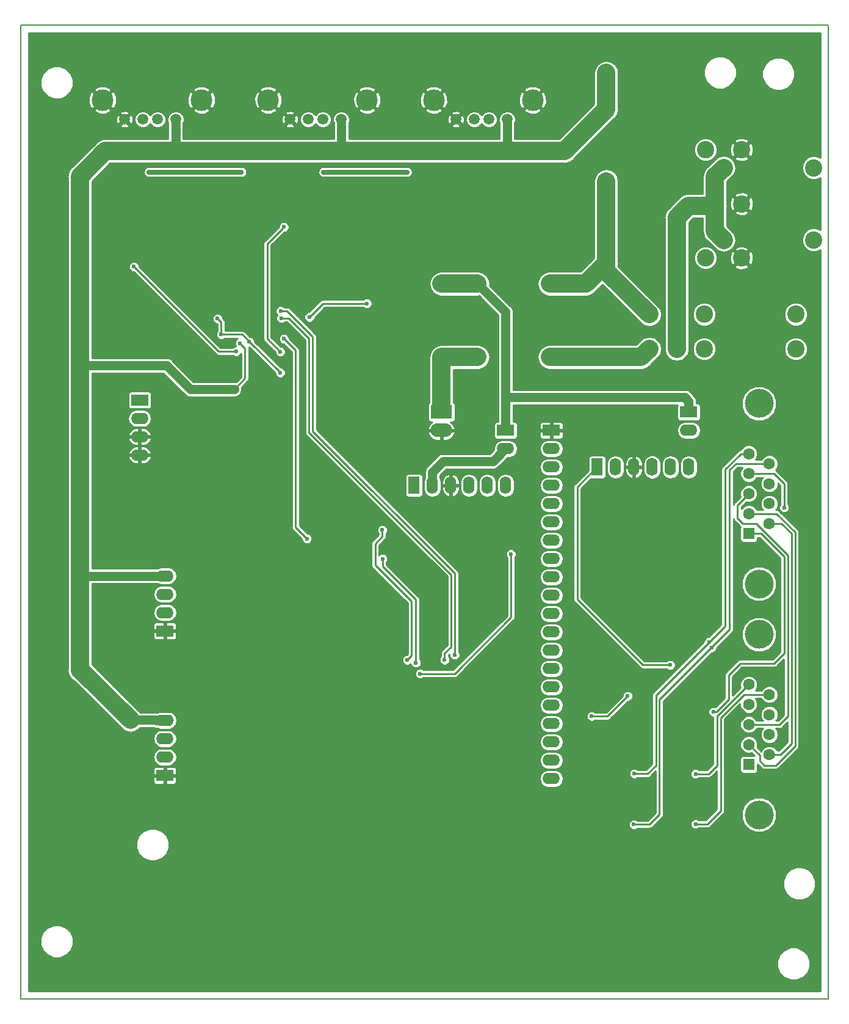
<source format=gbr>
%TF.GenerationSoftware,KiCad,Pcbnew,(5.0.1-3-g963ef8bb5)*%
%TF.CreationDate,2019-05-12T17:35:21+02:00*%
%TF.ProjectId,KaJUSBhub,4B614A5553426875622E6B696361645F,0.2*%
%TF.SameCoordinates,Original*%
%TF.FileFunction,Copper,L2,Bot,Signal*%
%TF.FilePolarity,Positive*%
%FSLAX46Y46*%
G04 Gerber Fmt 4.6, Leading zero omitted, Abs format (unit mm)*
G04 Created by KiCad (PCBNEW (5.0.1-3-g963ef8bb5)) date Sonntag, 12. Mai 2019 um 17:35:21*
%MOMM*%
%LPD*%
G01*
G04 APERTURE LIST*
%ADD10C,0.150000*%
%ADD11O,1.600000X2.400000*%
%ADD12R,1.600000X2.400000*%
%ADD13O,2.500000X1.600000*%
%ADD14O,2.400000X1.600000*%
%ADD15R,2.400000X1.600000*%
%ADD16C,4.000000*%
%ADD17C,1.600000*%
%ADD18R,1.600000X1.600000*%
%ADD19C,2.400000*%
%ADD20O,3.000000X1.900000*%
%ADD21R,3.000000X1.900000*%
%ADD22C,2.350000*%
%ADD23C,1.500000*%
%ADD24C,3.000000*%
%ADD25O,1.600000X2.500000*%
%ADD26C,0.600000*%
%ADD27C,0.250000*%
%ADD28C,2.540000*%
%ADD29C,0.635000*%
%ADD30C,1.270000*%
G04 APERTURE END LIST*
D10*
X108000000Y-155000000D02*
X108000000Y-20000000D01*
X220000000Y-155000000D02*
X108000000Y-155000000D01*
X108000000Y-20000000D02*
X220000000Y-20000000D01*
X220000000Y-20000000D02*
X220000000Y-155000000D01*
D11*
X175260000Y-83820000D03*
X172720000Y-83820000D03*
X170180000Y-83820000D03*
X167640000Y-83820000D03*
X165100000Y-83820000D03*
D12*
X162560000Y-83820000D03*
D13*
X128000000Y-116380000D03*
D14*
X128000000Y-118920000D03*
X128000000Y-121460000D03*
D15*
X128000000Y-124000000D03*
D16*
X210420000Y-72460000D03*
X210420000Y-97460000D03*
D17*
X211840000Y-80805000D03*
X211840000Y-83575000D03*
X211840000Y-86345000D03*
X211840000Y-89115000D03*
X209000000Y-79420000D03*
X209000000Y-82190000D03*
X209000000Y-84960000D03*
X209000000Y-87730000D03*
D18*
X209000000Y-90500000D03*
D19*
X199000000Y-60100000D03*
X195200000Y-60100000D03*
X202800000Y-60100000D03*
X195200000Y-64900000D03*
X199000000Y-64900000D03*
X202800000Y-64900000D03*
X215500000Y-60100000D03*
X215500000Y-64900000D03*
X217994900Y-49799340D03*
X217994900Y-39796820D03*
X205498100Y-49794260D03*
X208000000Y-37300000D03*
X207997460Y-44798080D03*
X205498100Y-39801900D03*
X207997200Y-52298080D03*
X203000000Y-52296160D03*
X203000000Y-37300000D03*
D20*
X166370000Y-76200000D03*
D21*
X166370000Y-73660000D03*
D15*
X181610000Y-76200000D03*
D14*
X181610000Y-78740000D03*
X181610000Y-81280000D03*
X181610000Y-83820000D03*
X181610000Y-86360000D03*
X181610000Y-88900000D03*
X181610000Y-91440000D03*
X181610000Y-93980000D03*
X181610000Y-96520000D03*
X181610000Y-99060000D03*
X181610000Y-101600000D03*
X181610000Y-104140000D03*
X181610000Y-106680000D03*
X181610000Y-109220000D03*
X181610000Y-111760000D03*
X181610000Y-114300000D03*
X181610000Y-116840000D03*
X181610000Y-119380000D03*
X181610000Y-121920000D03*
X181610000Y-124460000D03*
D18*
X209000000Y-122500000D03*
D17*
X209000000Y-119730000D03*
X209000000Y-116960000D03*
X209000000Y-114190000D03*
X209000000Y-111420000D03*
X211840000Y-121115000D03*
X211840000Y-118345000D03*
X211840000Y-115575000D03*
X211840000Y-112805000D03*
D16*
X210420000Y-129460000D03*
X210420000Y-104460000D03*
D22*
X181370000Y-55880000D03*
X186370000Y-55880000D03*
X171370000Y-55880000D03*
X166370000Y-55880000D03*
X189230000Y-41670000D03*
X189230000Y-46670000D03*
X189230000Y-31670000D03*
X189230000Y-26670000D03*
D15*
X124500000Y-72000000D03*
D14*
X124500000Y-74540000D03*
X124500000Y-77080000D03*
X124500000Y-79620000D03*
D23*
X122390000Y-33100000D03*
X124930000Y-33100000D03*
X126960000Y-33100000D03*
X129500000Y-33100000D03*
D24*
X119340000Y-30430000D03*
X133060000Y-30430000D03*
D23*
X145350000Y-33100000D03*
X147890000Y-33100000D03*
X149920000Y-33100000D03*
X152460000Y-33100000D03*
D24*
X142300000Y-30430000D03*
X156020000Y-30430000D03*
D23*
X168350000Y-33100000D03*
X170890000Y-33100000D03*
X172920000Y-33100000D03*
X175460000Y-33100000D03*
D24*
X165300000Y-30430000D03*
X179020000Y-30430000D03*
D22*
X166370000Y-66040000D03*
X171370000Y-66040000D03*
X186370000Y-66040000D03*
X181370000Y-66040000D03*
D14*
X175260000Y-78740000D03*
D15*
X175260000Y-76200000D03*
D11*
X200660000Y-81280000D03*
X198120000Y-81280000D03*
D25*
X195580000Y-81280000D03*
D11*
X193040000Y-81280000D03*
X190500000Y-81280000D03*
D12*
X187960000Y-81280000D03*
D15*
X200660000Y-73660000D03*
D14*
X200660000Y-76200000D03*
D15*
X128000000Y-104000000D03*
D14*
X128000000Y-101460000D03*
X128000000Y-98920000D03*
X128000000Y-96380000D03*
D26*
X201600000Y-123800000D03*
X164000000Y-46000000D03*
X144000000Y-122000000D03*
X144000000Y-101000000D03*
X149000000Y-110000000D03*
X140000000Y-110000000D03*
X141500000Y-68000000D03*
X146500000Y-59000000D03*
X157000000Y-50500000D03*
X113000000Y-37000000D03*
X121000000Y-60000000D03*
X112000000Y-77000000D03*
X112000000Y-119000000D03*
X138000000Y-135000000D03*
X157000000Y-135000000D03*
X197000000Y-42000000D03*
X178000000Y-46000000D03*
X205000000Y-56000000D03*
X203000000Y-69000000D03*
X143000000Y-84000000D03*
X208000000Y-94000000D03*
X169500000Y-92000000D03*
X174000000Y-88000000D03*
X180000000Y-135000000D03*
X200000000Y-140000000D03*
X165000000Y-108000000D03*
X173500000Y-100000000D03*
X175500000Y-112000000D03*
X175000000Y-120000000D03*
X155000000Y-110000000D03*
X158500000Y-84000000D03*
X165000000Y-104000000D03*
X198000000Y-106500000D03*
X193500000Y-111000000D03*
X206000000Y-107500000D03*
X201000000Y-94000000D03*
X204000000Y-83000000D03*
X187000000Y-85000000D03*
X185000000Y-78000000D03*
X185500000Y-103500000D03*
X201000000Y-120000000D03*
X187000000Y-119500000D03*
X201600000Y-130750000D03*
X193040000Y-130800000D03*
X203800000Y-106300000D03*
X193100000Y-123750000D03*
X203500000Y-105500000D03*
X144000002Y-68200000D03*
X135300000Y-60700000D03*
X135800000Y-62900000D03*
X139700002Y-63900002D03*
X176000000Y-93350000D03*
X163400000Y-109900000D03*
X125800000Y-40400000D03*
X138600000Y-40400000D03*
X149999998Y-40400000D03*
X161600000Y-40400002D03*
X158150000Y-90000000D03*
X161600000Y-108000000D03*
X158200000Y-94000000D03*
X162800014Y-108400000D03*
X137900000Y-65250000D03*
X123699995Y-53500002D03*
X144000000Y-65300000D03*
X144500000Y-48000000D03*
X148050000Y-60500000D03*
X156000000Y-58600006D03*
X144500000Y-63500000D03*
X147700000Y-91200000D03*
X187200000Y-115800000D03*
X192200000Y-113000000D03*
X137600000Y-70499998D03*
X138399998Y-64100000D03*
X204100000Y-115200000D03*
X213900000Y-86900000D03*
X198100000Y-108700006D03*
X144050000Y-59650000D03*
X168200000Y-107300000D03*
X144150000Y-60650000D03*
X166800000Y-108000000D03*
D27*
X204600000Y-115820000D02*
X209000000Y-111420000D01*
X204600000Y-122600000D02*
X204600000Y-115820000D01*
X203400000Y-123800000D02*
X204600000Y-122600000D01*
X201600000Y-123800000D02*
X203400000Y-123800000D01*
X208295000Y-112805000D02*
X205100000Y-116000000D01*
X211840000Y-112805000D02*
X208295000Y-112805000D01*
X205100000Y-125300000D02*
X205100000Y-125800000D01*
X205100000Y-116000000D02*
X205100000Y-125300000D01*
X205100000Y-128900000D02*
X205100000Y-125300000D01*
X203250000Y-130750000D02*
X205100000Y-128900000D01*
X201600000Y-130750000D02*
X203250000Y-130750000D01*
X207195000Y-80805000D02*
X211840000Y-80805000D01*
X206300000Y-81700000D02*
X207195000Y-80805000D01*
X206300000Y-103800000D02*
X206300000Y-81700000D01*
X196600000Y-113500000D02*
X206300000Y-103800000D01*
X193040000Y-130800000D02*
X195200000Y-130800000D01*
X196600000Y-129400000D02*
X196600000Y-113500000D01*
X195200000Y-130800000D02*
X196600000Y-129400000D01*
X194950000Y-123750000D02*
X193100000Y-123750000D01*
X205700000Y-81588630D02*
X205700000Y-103300000D01*
X196100000Y-112900000D02*
X196100000Y-122600000D01*
X196100000Y-122600000D02*
X194950000Y-123750000D01*
X207868630Y-79420000D02*
X205700000Y-81588630D01*
X205700000Y-103300000D02*
X196100000Y-112900000D01*
X209000000Y-79420000D02*
X207868630Y-79420000D01*
X135599999Y-60999999D02*
X135300000Y-60700000D01*
X135800000Y-61200000D02*
X135599999Y-60999999D01*
X135800000Y-62500000D02*
X135800000Y-61200000D01*
X135800000Y-62500000D02*
X135800000Y-62900000D01*
X144000002Y-68200000D02*
X143700001Y-67900001D01*
X143700001Y-67900001D02*
X140000001Y-64200001D01*
X140000001Y-64200001D02*
X139700002Y-63900002D01*
X138400000Y-62900000D02*
X138600004Y-62900000D01*
X135800000Y-62900000D02*
X138400000Y-62900000D01*
X138700000Y-62900000D02*
X138400000Y-62900000D01*
X139700002Y-63900002D02*
X138700000Y-62900000D01*
D28*
X181370000Y-55880000D02*
X186370000Y-55880000D01*
X189230000Y-41670000D02*
X189230000Y-46670000D01*
X189230000Y-53020000D02*
X186370000Y-55880000D01*
X189230000Y-46670000D02*
X189230000Y-53020000D01*
X189230000Y-53172944D02*
X189230000Y-53020000D01*
X189230000Y-54130000D02*
X189230000Y-53172944D01*
X195200000Y-60100000D02*
X189230000Y-54130000D01*
X204298101Y-48594261D02*
X205498100Y-49794260D01*
X205498100Y-39801900D02*
X204298101Y-41001899D01*
X204298101Y-45085000D02*
X204298101Y-48594261D01*
X204298101Y-41001899D02*
X204298101Y-45085000D01*
X199000000Y-64900000D02*
X199000000Y-60100000D01*
X199000000Y-60100000D02*
X199000000Y-46700000D01*
X200615000Y-45085000D02*
X204298101Y-45085000D01*
X199000000Y-46700000D02*
X200615000Y-45085000D01*
D27*
X176000000Y-102100000D02*
X168200000Y-109900000D01*
X168200000Y-109900000D02*
X163400000Y-109900000D01*
X176000000Y-93350000D02*
X176000000Y-102100000D01*
D29*
X149999998Y-40400000D02*
X161599998Y-40400000D01*
X125800000Y-40400000D02*
X138600000Y-40400000D01*
D27*
X162200000Y-107400000D02*
X161600000Y-108000000D01*
X157150000Y-94850000D02*
X162200000Y-99900000D01*
X158150000Y-90900000D02*
X157150000Y-91900000D01*
X162200000Y-99900000D02*
X162200000Y-107400000D01*
X157150000Y-91900000D02*
X157150000Y-94850000D01*
X158150000Y-90000000D02*
X158150000Y-90900000D01*
X162800014Y-107975736D02*
X162800014Y-108400000D01*
X162800014Y-99600014D02*
X162800014Y-107975736D01*
X158200000Y-95000000D02*
X162800014Y-99600014D01*
X158200000Y-94000000D02*
X158200000Y-95000000D01*
X137900000Y-65250000D02*
X135449993Y-65250000D01*
X135449993Y-65250000D02*
X123999994Y-53800001D01*
X123999994Y-53800001D02*
X123699995Y-53500002D01*
X144200001Y-48299999D02*
X144500000Y-48000000D01*
X142200000Y-50300000D02*
X144200001Y-48299999D01*
X142200000Y-63500000D02*
X142200000Y-50300000D01*
X144000000Y-65300000D02*
X142200000Y-63500000D01*
X155575736Y-58600006D02*
X156000000Y-58600006D01*
X148050000Y-60500000D02*
X149949994Y-58600006D01*
X149949994Y-58600006D02*
X155575736Y-58600006D01*
X146100000Y-89600000D02*
X147700000Y-91200000D01*
X146100000Y-65100000D02*
X146100000Y-89600000D01*
X144500000Y-63500000D02*
X146100000Y-65100000D01*
X187200000Y-115800000D02*
X189400000Y-115800000D01*
X189400000Y-115800000D02*
X192200000Y-113000000D01*
D28*
X166370000Y-55880000D02*
X171370000Y-55880000D01*
D30*
X171370000Y-55880000D02*
X175260000Y-59770000D01*
X175260000Y-59770000D02*
X175260000Y-71600000D01*
X200660000Y-72160000D02*
X200660000Y-73660000D01*
X200100000Y-71600000D02*
X200660000Y-72160000D01*
X175260000Y-71600000D02*
X200100000Y-71600000D01*
X175260000Y-71600000D02*
X175260000Y-76200000D01*
X175460000Y-37340000D02*
X175300000Y-37500000D01*
X175460000Y-33100000D02*
X175460000Y-37340000D01*
X152460000Y-37460000D02*
X152460000Y-33100000D01*
X152500000Y-37500000D02*
X152460000Y-37460000D01*
X129500000Y-33100000D02*
X129500000Y-37500000D01*
D28*
X129500000Y-37500000D02*
X152500000Y-37500000D01*
X189230000Y-26670000D02*
X189230000Y-31670000D01*
X183400000Y-37500000D02*
X189230000Y-31670000D01*
X152500000Y-37500000D02*
X183400000Y-37500000D01*
X129500000Y-37500000D02*
X121600000Y-37500000D01*
X121600000Y-37500000D02*
X119700000Y-37500000D01*
X119700000Y-37500000D02*
X116200000Y-41000000D01*
X116200000Y-109400000D02*
X116300000Y-109400000D01*
X116300000Y-109400000D02*
X123200000Y-116300000D01*
D29*
X116280000Y-96380000D02*
X116200000Y-96300000D01*
D30*
X128000000Y-96380000D02*
X116280000Y-96380000D01*
D28*
X116200000Y-96300000D02*
X116200000Y-109400000D01*
D30*
X126717919Y-116300000D02*
X123200000Y-116300000D01*
X126797919Y-116380000D02*
X126717919Y-116300000D01*
X128000000Y-116380000D02*
X126797919Y-116380000D01*
X116200000Y-67200000D02*
X128200000Y-67200000D01*
D28*
X116200000Y-41000000D02*
X116200000Y-67200000D01*
X116200000Y-67200000D02*
X116200000Y-96300000D01*
D30*
X131499998Y-70499998D02*
X137600000Y-70499998D01*
X128200000Y-67200000D02*
X131499998Y-70499998D01*
D27*
X139100000Y-64800002D02*
X138399998Y-64100000D01*
X139100000Y-68999998D02*
X139100000Y-64800002D01*
X137600000Y-70499998D02*
X139100000Y-68999998D01*
D28*
X166370000Y-66040000D02*
X171370000Y-66040000D01*
X166370000Y-66040000D02*
X166370000Y-72670000D01*
X181370000Y-66040000D02*
X186370000Y-66040000D01*
X194060000Y-66040000D02*
X195200000Y-64900000D01*
X186370000Y-66040000D02*
X194060000Y-66040000D01*
D30*
X173500000Y-80500000D02*
X175260000Y-78740000D01*
X166600000Y-80500000D02*
X173500000Y-80500000D01*
X165100000Y-82000000D02*
X166600000Y-80500000D01*
X165100000Y-83820000D02*
X165100000Y-82000000D01*
D29*
X190580000Y-81200000D02*
X190500000Y-81280000D01*
D27*
X213900000Y-107100000D02*
X213900000Y-93700000D01*
X213900000Y-93700000D02*
X210700000Y-90500000D01*
X212500000Y-108500000D02*
X213900000Y-107100000D01*
X207800000Y-108500000D02*
X212500000Y-108500000D01*
X210700000Y-90500000D02*
X209000000Y-90500000D01*
X206600000Y-109700000D02*
X207800000Y-108500000D01*
X206500000Y-109800000D02*
X206600000Y-109700000D01*
X204500000Y-115200000D02*
X204100000Y-115200000D01*
X206200000Y-110100000D02*
X206200000Y-113500000D01*
X206200000Y-113500000D02*
X204500000Y-115200000D01*
X206600000Y-109700000D02*
X206200000Y-110100000D01*
X212830000Y-87730000D02*
X209000000Y-87730000D01*
X215400000Y-119900000D02*
X215400000Y-90300000D01*
X212700000Y-122600000D02*
X215400000Y-119900000D01*
X215400000Y-90300000D02*
X212830000Y-87730000D01*
X211100000Y-122600000D02*
X212700000Y-122600000D01*
X210500000Y-122000000D02*
X211100000Y-122600000D01*
X210500000Y-121230000D02*
X210500000Y-122000000D01*
X209000000Y-119730000D02*
X210500000Y-121230000D01*
X209000000Y-116960000D02*
X213260000Y-116960000D01*
X214400000Y-115820000D02*
X214400000Y-111600000D01*
X213260000Y-116960000D02*
X214400000Y-115820000D01*
X214400000Y-111910002D02*
X214400000Y-111600000D01*
X214400000Y-93700000D02*
X214400000Y-111600000D01*
X214400000Y-93500000D02*
X214400000Y-93700000D01*
X210000000Y-89100000D02*
X214400000Y-93500000D01*
X208133592Y-89100000D02*
X210000000Y-89100000D01*
X207400000Y-88366408D02*
X208133592Y-89100000D01*
X207400000Y-86560000D02*
X207400000Y-88366408D01*
X209000000Y-84960000D02*
X207400000Y-86560000D01*
X213900000Y-86475736D02*
X213900000Y-86900000D01*
X213900000Y-83600000D02*
X213900000Y-86475736D01*
X212490000Y-82190000D02*
X213900000Y-83600000D01*
X209000000Y-82190000D02*
X212490000Y-82190000D01*
X211940000Y-89140000D02*
X211940000Y-89715000D01*
X212385000Y-121415000D02*
X211940000Y-121415000D01*
X214900000Y-90500000D02*
X213515000Y-89115000D01*
X213515000Y-89115000D02*
X211840000Y-89115000D01*
X214900000Y-119600000D02*
X214900000Y-90500000D01*
X213385000Y-121115000D02*
X214900000Y-119600000D01*
X211840000Y-121115000D02*
X213385000Y-121115000D01*
D29*
X187880000Y-81200000D02*
X187960000Y-81280000D01*
D27*
X198099994Y-108700000D02*
X198100000Y-108700006D01*
X194300000Y-108700000D02*
X198099994Y-108700000D01*
X185200000Y-99600000D02*
X194300000Y-108700000D01*
X185200000Y-84040000D02*
X185200000Y-99600000D01*
X187960000Y-81280000D02*
X185200000Y-84040000D01*
X160500000Y-88300000D02*
X160600000Y-88400000D01*
X168200000Y-96000000D02*
X168200000Y-106875736D01*
X160500000Y-88300000D02*
X168200000Y-96000000D01*
X168200000Y-106875736D02*
X168200000Y-107300000D01*
X148500000Y-76300000D02*
X156200000Y-84000000D01*
X148500000Y-63200000D02*
X148500000Y-76300000D01*
X144950000Y-59650000D02*
X148500000Y-63200000D01*
X156200000Y-84000000D02*
X160500000Y-88300000D01*
X144050000Y-59650000D02*
X144950000Y-59650000D01*
X166800000Y-107575736D02*
X166800000Y-108000000D01*
X166800000Y-107100000D02*
X166800000Y-107575736D01*
X167700000Y-106200000D02*
X166800000Y-107100000D01*
X167700000Y-96200000D02*
X167700000Y-106200000D01*
X148000000Y-63500000D02*
X148000000Y-76500000D01*
X148000000Y-76500000D02*
X167700000Y-96200000D01*
X145150000Y-60650000D02*
X148000000Y-63500000D01*
X144150000Y-60650000D02*
X145150000Y-60650000D01*
G36*
X218875000Y-38402481D02*
X218318133Y-38171820D01*
X217671667Y-38171820D01*
X217074411Y-38419211D01*
X216617291Y-38876331D01*
X216369900Y-39473587D01*
X216369900Y-40120053D01*
X216617291Y-40717309D01*
X217074411Y-41174429D01*
X217671667Y-41421820D01*
X218318133Y-41421820D01*
X218875000Y-41191159D01*
X218875000Y-48405001D01*
X218318133Y-48174340D01*
X217671667Y-48174340D01*
X217074411Y-48421731D01*
X216617291Y-48878851D01*
X216369900Y-49476107D01*
X216369900Y-50122573D01*
X216617291Y-50719829D01*
X217074411Y-51176949D01*
X217671667Y-51424340D01*
X218318133Y-51424340D01*
X218875000Y-51193679D01*
X218875000Y-153875000D01*
X109125000Y-153875000D01*
X109125000Y-149647474D01*
X212925000Y-149647474D01*
X212925000Y-150552526D01*
X213271348Y-151388684D01*
X213911316Y-152028652D01*
X214747474Y-152375000D01*
X215652526Y-152375000D01*
X216488684Y-152028652D01*
X217128652Y-151388684D01*
X217475000Y-150552526D01*
X217475000Y-149647474D01*
X217128652Y-148811316D01*
X216488684Y-148171348D01*
X215652526Y-147825000D01*
X214747474Y-147825000D01*
X213911316Y-148171348D01*
X213271348Y-148811316D01*
X212925000Y-149647474D01*
X109125000Y-149647474D01*
X109125000Y-146547474D01*
X110725000Y-146547474D01*
X110725000Y-147452526D01*
X111071348Y-148288684D01*
X111711316Y-148928652D01*
X112547474Y-149275000D01*
X113452526Y-149275000D01*
X114288684Y-148928652D01*
X114928652Y-148288684D01*
X115275000Y-147452526D01*
X115275000Y-146547474D01*
X114928652Y-145711316D01*
X114288684Y-145071348D01*
X113452526Y-144725000D01*
X112547474Y-144725000D01*
X111711316Y-145071348D01*
X111071348Y-145711316D01*
X110725000Y-146547474D01*
X109125000Y-146547474D01*
X109125000Y-138547474D01*
X213725000Y-138547474D01*
X213725000Y-139452526D01*
X214071348Y-140288684D01*
X214711316Y-140928652D01*
X215547474Y-141275000D01*
X216452526Y-141275000D01*
X217288684Y-140928652D01*
X217928652Y-140288684D01*
X218275000Y-139452526D01*
X218275000Y-138547474D01*
X217928652Y-137711316D01*
X217288684Y-137071348D01*
X216452526Y-136725000D01*
X215547474Y-136725000D01*
X214711316Y-137071348D01*
X214071348Y-137711316D01*
X213725000Y-138547474D01*
X109125000Y-138547474D01*
X109125000Y-133147474D01*
X124025000Y-133147474D01*
X124025000Y-134052526D01*
X124371348Y-134888684D01*
X125011316Y-135528652D01*
X125847474Y-135875000D01*
X126752526Y-135875000D01*
X127588684Y-135528652D01*
X128228652Y-134888684D01*
X128575000Y-134052526D01*
X128575000Y-133147474D01*
X128228652Y-132311316D01*
X127588684Y-131671348D01*
X126752526Y-131325000D01*
X125847474Y-131325000D01*
X125011316Y-131671348D01*
X124371348Y-132311316D01*
X124025000Y-133147474D01*
X109125000Y-133147474D01*
X109125000Y-130655788D01*
X192315000Y-130655788D01*
X192315000Y-130944212D01*
X192425374Y-131210680D01*
X192629320Y-131414626D01*
X192895788Y-131525000D01*
X193184212Y-131525000D01*
X193450680Y-131414626D01*
X193515306Y-131350000D01*
X195145831Y-131350000D01*
X195200000Y-131360775D01*
X195254169Y-131350000D01*
X195254170Y-131350000D01*
X195414599Y-131318089D01*
X195596528Y-131196528D01*
X195627216Y-131150600D01*
X196950603Y-129827214D01*
X196996528Y-129796528D01*
X197118089Y-129614599D01*
X197150000Y-129454170D01*
X197150000Y-129454169D01*
X197160775Y-129400000D01*
X197150000Y-129345831D01*
X197150000Y-113727816D01*
X203852817Y-107025000D01*
X203944212Y-107025000D01*
X204210680Y-106914626D01*
X204414626Y-106710680D01*
X204525000Y-106444212D01*
X204525000Y-106352818D01*
X206650606Y-104227212D01*
X206696528Y-104196528D01*
X206744322Y-104125000D01*
X206818088Y-104014600D01*
X206818089Y-104014599D01*
X206825441Y-103977637D01*
X207995000Y-103977637D01*
X207995000Y-104942363D01*
X208364184Y-105833652D01*
X209046348Y-106515816D01*
X209937637Y-106885000D01*
X210902363Y-106885000D01*
X211793652Y-106515816D01*
X212475816Y-105833652D01*
X212845000Y-104942363D01*
X212845000Y-103977637D01*
X212475816Y-103086348D01*
X211793652Y-102404184D01*
X210902363Y-102035000D01*
X209937637Y-102035000D01*
X209046348Y-102404184D01*
X208364184Y-103086348D01*
X207995000Y-103977637D01*
X206825441Y-103977637D01*
X206850000Y-103854170D01*
X206850000Y-103854169D01*
X206860775Y-103800000D01*
X206850000Y-103745831D01*
X206850000Y-96977637D01*
X207995000Y-96977637D01*
X207995000Y-97942363D01*
X208364184Y-98833652D01*
X209046348Y-99515816D01*
X209937637Y-99885000D01*
X210902363Y-99885000D01*
X211793652Y-99515816D01*
X212475816Y-98833652D01*
X212845000Y-97942363D01*
X212845000Y-96977637D01*
X212475816Y-96086348D01*
X211793652Y-95404184D01*
X210902363Y-95035000D01*
X209937637Y-95035000D01*
X209046348Y-95404184D01*
X208364184Y-96086348D01*
X207995000Y-96977637D01*
X206850000Y-96977637D01*
X206850000Y-88420577D01*
X206873601Y-88539225D01*
X206881912Y-88581007D01*
X207003473Y-88762936D01*
X207049398Y-88793622D01*
X207706378Y-89450602D01*
X207737064Y-89496528D01*
X207798925Y-89537862D01*
X207766674Y-89700000D01*
X207766674Y-91300000D01*
X207799659Y-91465827D01*
X207893592Y-91606408D01*
X208034173Y-91700341D01*
X208200000Y-91733326D01*
X209800000Y-91733326D01*
X209965827Y-91700341D01*
X210106408Y-91606408D01*
X210200341Y-91465827D01*
X210233326Y-91300000D01*
X210233326Y-91050000D01*
X210472184Y-91050000D01*
X213350001Y-93927819D01*
X213350000Y-106872183D01*
X212272184Y-107950000D01*
X207854168Y-107950000D01*
X207799999Y-107939225D01*
X207745830Y-107950000D01*
X207585401Y-107981911D01*
X207585400Y-107981912D01*
X207585399Y-107981912D01*
X207565812Y-107995000D01*
X207403472Y-108103472D01*
X207372787Y-108149396D01*
X206249400Y-109272784D01*
X206249394Y-109272788D01*
X205849399Y-109672784D01*
X205803472Y-109703472D01*
X205681911Y-109885402D01*
X205650322Y-110044212D01*
X205639225Y-110100000D01*
X205650000Y-110154169D01*
X205650001Y-113272182D01*
X204387735Y-114534449D01*
X204244212Y-114475000D01*
X203955788Y-114475000D01*
X203689320Y-114585374D01*
X203485374Y-114789320D01*
X203375000Y-115055788D01*
X203375000Y-115344212D01*
X203485374Y-115610680D01*
X203689320Y-115814626D01*
X203955788Y-115925000D01*
X204050001Y-115925000D01*
X204050000Y-122372183D01*
X203172184Y-123250000D01*
X202075306Y-123250000D01*
X202010680Y-123185374D01*
X201744212Y-123075000D01*
X201455788Y-123075000D01*
X201189320Y-123185374D01*
X200985374Y-123389320D01*
X200875000Y-123655788D01*
X200875000Y-123944212D01*
X200985374Y-124210680D01*
X201189320Y-124414626D01*
X201455788Y-124525000D01*
X201744212Y-124525000D01*
X202010680Y-124414626D01*
X202075306Y-124350000D01*
X203345831Y-124350000D01*
X203400000Y-124360775D01*
X203454169Y-124350000D01*
X203454170Y-124350000D01*
X203614599Y-124318089D01*
X203796528Y-124196528D01*
X203827216Y-124150600D01*
X204550001Y-123427816D01*
X204550001Y-125245826D01*
X204550000Y-125245831D01*
X204550000Y-125854170D01*
X204550001Y-125854174D01*
X204550000Y-128672183D01*
X203022184Y-130200000D01*
X202075306Y-130200000D01*
X202010680Y-130135374D01*
X201744212Y-130025000D01*
X201455788Y-130025000D01*
X201189320Y-130135374D01*
X200985374Y-130339320D01*
X200875000Y-130605788D01*
X200875000Y-130894212D01*
X200985374Y-131160680D01*
X201189320Y-131364626D01*
X201455788Y-131475000D01*
X201744212Y-131475000D01*
X202010680Y-131364626D01*
X202075306Y-131300000D01*
X203195831Y-131300000D01*
X203250000Y-131310775D01*
X203304169Y-131300000D01*
X203304170Y-131300000D01*
X203464599Y-131268089D01*
X203646528Y-131146528D01*
X203677216Y-131100600D01*
X205450603Y-129327214D01*
X205496528Y-129296528D01*
X205618089Y-129114599D01*
X205645332Y-128977637D01*
X207995000Y-128977637D01*
X207995000Y-129942363D01*
X208364184Y-130833652D01*
X209046348Y-131515816D01*
X209937637Y-131885000D01*
X210902363Y-131885000D01*
X211793652Y-131515816D01*
X212475816Y-130833652D01*
X212845000Y-129942363D01*
X212845000Y-128977637D01*
X212475816Y-128086348D01*
X211793652Y-127404184D01*
X210902363Y-127035000D01*
X209937637Y-127035000D01*
X209046348Y-127404184D01*
X208364184Y-128086348D01*
X207995000Y-128977637D01*
X205645332Y-128977637D01*
X205650000Y-128954170D01*
X205650000Y-128954169D01*
X205660775Y-128900001D01*
X205650000Y-128845832D01*
X205650000Y-116227816D01*
X207775000Y-114102817D01*
X207775000Y-114433668D01*
X207961495Y-114883907D01*
X208306093Y-115228505D01*
X208756332Y-115415000D01*
X209243668Y-115415000D01*
X209693907Y-115228505D01*
X210038505Y-114883907D01*
X210225000Y-114433668D01*
X210225000Y-113946332D01*
X210038505Y-113496093D01*
X209897412Y-113355000D01*
X210741887Y-113355000D01*
X210801495Y-113498907D01*
X211146093Y-113843505D01*
X211596332Y-114030000D01*
X212083668Y-114030000D01*
X212533907Y-113843505D01*
X212878505Y-113498907D01*
X213065000Y-113048668D01*
X213065000Y-112561332D01*
X212878505Y-112111093D01*
X212533907Y-111766495D01*
X212083668Y-111580000D01*
X211596332Y-111580000D01*
X211146093Y-111766495D01*
X210801495Y-112111093D01*
X210741887Y-112255000D01*
X209897412Y-112255000D01*
X210038505Y-112113907D01*
X210225000Y-111663668D01*
X210225000Y-111176332D01*
X210038505Y-110726093D01*
X209693907Y-110381495D01*
X209243668Y-110195000D01*
X208756332Y-110195000D01*
X208306093Y-110381495D01*
X207961495Y-110726093D01*
X207775000Y-111176332D01*
X207775000Y-111663668D01*
X207834608Y-111807575D01*
X206750000Y-112892183D01*
X206750000Y-110327817D01*
X207027212Y-110050606D01*
X207027216Y-110050600D01*
X208027817Y-109050000D01*
X212445831Y-109050000D01*
X212500000Y-109060775D01*
X212554169Y-109050000D01*
X212554170Y-109050000D01*
X212714599Y-109018089D01*
X212896528Y-108896528D01*
X212927216Y-108850600D01*
X213850001Y-107927816D01*
X213850001Y-111545825D01*
X213850000Y-111545830D01*
X213850000Y-111964171D01*
X213850001Y-111964176D01*
X213850000Y-115592182D01*
X213032184Y-116410000D01*
X212737412Y-116410000D01*
X212878505Y-116268907D01*
X213065000Y-115818668D01*
X213065000Y-115331332D01*
X212878505Y-114881093D01*
X212533907Y-114536495D01*
X212083668Y-114350000D01*
X211596332Y-114350000D01*
X211146093Y-114536495D01*
X210801495Y-114881093D01*
X210615000Y-115331332D01*
X210615000Y-115818668D01*
X210801495Y-116268907D01*
X210942588Y-116410000D01*
X210098113Y-116410000D01*
X210038505Y-116266093D01*
X209693907Y-115921495D01*
X209243668Y-115735000D01*
X208756332Y-115735000D01*
X208306093Y-115921495D01*
X207961495Y-116266093D01*
X207775000Y-116716332D01*
X207775000Y-117203668D01*
X207961495Y-117653907D01*
X208306093Y-117998505D01*
X208756332Y-118185000D01*
X209243668Y-118185000D01*
X209693907Y-117998505D01*
X210038505Y-117653907D01*
X210098113Y-117510000D01*
X210942588Y-117510000D01*
X210801495Y-117651093D01*
X210615000Y-118101332D01*
X210615000Y-118588668D01*
X210801495Y-119038907D01*
X211146093Y-119383505D01*
X211596332Y-119570000D01*
X212083668Y-119570000D01*
X212533907Y-119383505D01*
X212878505Y-119038907D01*
X213065000Y-118588668D01*
X213065000Y-118101332D01*
X212878505Y-117651093D01*
X212737412Y-117510000D01*
X213205831Y-117510000D01*
X213260000Y-117520775D01*
X213314169Y-117510000D01*
X213314170Y-117510000D01*
X213474599Y-117478089D01*
X213656528Y-117356528D01*
X213687216Y-117310600D01*
X214350000Y-116647817D01*
X214350000Y-119372182D01*
X213157184Y-120565000D01*
X212938113Y-120565000D01*
X212878505Y-120421093D01*
X212533907Y-120076495D01*
X212083668Y-119890000D01*
X211596332Y-119890000D01*
X211146093Y-120076495D01*
X210801495Y-120421093D01*
X210704083Y-120656266D01*
X210165392Y-120117575D01*
X210225000Y-119973668D01*
X210225000Y-119486332D01*
X210038505Y-119036093D01*
X209693907Y-118691495D01*
X209243668Y-118505000D01*
X208756332Y-118505000D01*
X208306093Y-118691495D01*
X207961495Y-119036093D01*
X207775000Y-119486332D01*
X207775000Y-119973668D01*
X207961495Y-120423907D01*
X208306093Y-120768505D01*
X208756332Y-120955000D01*
X209243668Y-120955000D01*
X209387575Y-120895392D01*
X209758857Y-121266674D01*
X208200000Y-121266674D01*
X208034173Y-121299659D01*
X207893592Y-121393592D01*
X207799659Y-121534173D01*
X207766674Y-121700000D01*
X207766674Y-123300000D01*
X207799659Y-123465827D01*
X207893592Y-123606408D01*
X208034173Y-123700341D01*
X208200000Y-123733326D01*
X209800000Y-123733326D01*
X209965827Y-123700341D01*
X210106408Y-123606408D01*
X210200341Y-123465827D01*
X210233326Y-123300000D01*
X210233326Y-122511142D01*
X210672786Y-122950602D01*
X210703472Y-122996528D01*
X210885401Y-123118089D01*
X211045830Y-123150000D01*
X211099999Y-123160775D01*
X211154168Y-123150000D01*
X212645831Y-123150000D01*
X212700000Y-123160775D01*
X212754169Y-123150000D01*
X212754170Y-123150000D01*
X212914599Y-123118089D01*
X213096528Y-122996528D01*
X213127216Y-122950600D01*
X215750603Y-120327214D01*
X215796528Y-120296528D01*
X215918089Y-120114599D01*
X215950000Y-119954170D01*
X215950000Y-119954169D01*
X215960775Y-119900000D01*
X215950000Y-119845831D01*
X215950000Y-90354169D01*
X215960775Y-90300000D01*
X215950000Y-90245830D01*
X215918089Y-90085401D01*
X215796528Y-89903472D01*
X215750603Y-89872786D01*
X213257216Y-87379400D01*
X213226528Y-87333472D01*
X213044599Y-87211911D01*
X212884170Y-87180000D01*
X212884169Y-87180000D01*
X212830000Y-87169225D01*
X212775831Y-87180000D01*
X212737412Y-87180000D01*
X212878505Y-87038907D01*
X213065000Y-86588668D01*
X213065000Y-86101332D01*
X212878505Y-85651093D01*
X212533907Y-85306495D01*
X212083668Y-85120000D01*
X211596332Y-85120000D01*
X211146093Y-85306495D01*
X210801495Y-85651093D01*
X210615000Y-86101332D01*
X210615000Y-86588668D01*
X210801495Y-87038907D01*
X210942588Y-87180000D01*
X210098113Y-87180000D01*
X210038505Y-87036093D01*
X209693907Y-86691495D01*
X209243668Y-86505000D01*
X208756332Y-86505000D01*
X208306093Y-86691495D01*
X207961495Y-87036093D01*
X207950000Y-87063844D01*
X207950000Y-86787816D01*
X208612425Y-86125392D01*
X208756332Y-86185000D01*
X209243668Y-86185000D01*
X209693907Y-85998505D01*
X210038505Y-85653907D01*
X210225000Y-85203668D01*
X210225000Y-84716332D01*
X210038505Y-84266093D01*
X209693907Y-83921495D01*
X209243668Y-83735000D01*
X208756332Y-83735000D01*
X208306093Y-83921495D01*
X207961495Y-84266093D01*
X207775000Y-84716332D01*
X207775000Y-85203668D01*
X207834608Y-85347575D01*
X207049400Y-86132784D01*
X207003472Y-86163472D01*
X206881911Y-86345402D01*
X206866761Y-86421567D01*
X206850000Y-86505830D01*
X206850000Y-81927816D01*
X207422817Y-81355000D01*
X208102588Y-81355000D01*
X207961495Y-81496093D01*
X207775000Y-81946332D01*
X207775000Y-82433668D01*
X207961495Y-82883907D01*
X208306093Y-83228505D01*
X208756332Y-83415000D01*
X209243668Y-83415000D01*
X209693907Y-83228505D01*
X210038505Y-82883907D01*
X210098113Y-82740000D01*
X210942588Y-82740000D01*
X210801495Y-82881093D01*
X210615000Y-83331332D01*
X210615000Y-83818668D01*
X210801495Y-84268907D01*
X211146093Y-84613505D01*
X211596332Y-84800000D01*
X212083668Y-84800000D01*
X212533907Y-84613505D01*
X212878505Y-84268907D01*
X213065000Y-83818668D01*
X213065000Y-83542817D01*
X213350000Y-83827817D01*
X213350001Y-86421562D01*
X213350000Y-86421567D01*
X213350000Y-86424694D01*
X213285374Y-86489320D01*
X213175000Y-86755788D01*
X213175000Y-87044212D01*
X213285374Y-87310680D01*
X213489320Y-87514626D01*
X213755788Y-87625000D01*
X214044212Y-87625000D01*
X214310680Y-87514626D01*
X214514626Y-87310680D01*
X214625000Y-87044212D01*
X214625000Y-86755788D01*
X214514626Y-86489320D01*
X214450000Y-86424694D01*
X214450000Y-83654168D01*
X214460775Y-83599999D01*
X214437286Y-83481912D01*
X214418089Y-83385401D01*
X214296528Y-83203472D01*
X214250603Y-83172786D01*
X212917216Y-81839400D01*
X212886528Y-81793472D01*
X212705140Y-81672272D01*
X212878505Y-81498907D01*
X213065000Y-81048668D01*
X213065000Y-80561332D01*
X212878505Y-80111093D01*
X212533907Y-79766495D01*
X212083668Y-79580000D01*
X211596332Y-79580000D01*
X211146093Y-79766495D01*
X210801495Y-80111093D01*
X210741887Y-80255000D01*
X209897412Y-80255000D01*
X210038505Y-80113907D01*
X210225000Y-79663668D01*
X210225000Y-79176332D01*
X210038505Y-78726093D01*
X209693907Y-78381495D01*
X209243668Y-78195000D01*
X208756332Y-78195000D01*
X208306093Y-78381495D01*
X207961495Y-78726093D01*
X207903479Y-78866157D01*
X207868630Y-78859225D01*
X207814461Y-78870000D01*
X207814460Y-78870000D01*
X207654031Y-78901911D01*
X207472102Y-79023472D01*
X207441416Y-79069397D01*
X205349400Y-81161414D01*
X205303472Y-81192102D01*
X205181911Y-81374032D01*
X205157072Y-81498907D01*
X205139225Y-81588630D01*
X205150000Y-81642799D01*
X205150001Y-103072182D01*
X203447183Y-104775000D01*
X203355788Y-104775000D01*
X203089320Y-104885374D01*
X202885374Y-105089320D01*
X202775000Y-105355788D01*
X202775000Y-105447183D01*
X195749400Y-112472784D01*
X195703472Y-112503472D01*
X195581911Y-112685402D01*
X195562020Y-112785401D01*
X195539225Y-112900000D01*
X195550000Y-112954169D01*
X195550001Y-122372182D01*
X194722184Y-123200000D01*
X193575306Y-123200000D01*
X193510680Y-123135374D01*
X193244212Y-123025000D01*
X192955788Y-123025000D01*
X192689320Y-123135374D01*
X192485374Y-123339320D01*
X192375000Y-123605788D01*
X192375000Y-123894212D01*
X192485374Y-124160680D01*
X192689320Y-124364626D01*
X192955788Y-124475000D01*
X193244212Y-124475000D01*
X193510680Y-124364626D01*
X193575306Y-124300000D01*
X194895831Y-124300000D01*
X194950000Y-124310775D01*
X195004169Y-124300000D01*
X195004170Y-124300000D01*
X195164599Y-124268089D01*
X195346528Y-124146528D01*
X195377216Y-124100600D01*
X196050000Y-123427816D01*
X196050000Y-129172183D01*
X194972184Y-130250000D01*
X193515306Y-130250000D01*
X193450680Y-130185374D01*
X193184212Y-130075000D01*
X192895788Y-130075000D01*
X192629320Y-130185374D01*
X192425374Y-130389320D01*
X192315000Y-130655788D01*
X109125000Y-130655788D01*
X109125000Y-124231250D01*
X126375000Y-124231250D01*
X126375000Y-124884538D01*
X126439702Y-125040743D01*
X126559257Y-125160298D01*
X126715462Y-125225000D01*
X127768750Y-125225000D01*
X127875000Y-125118750D01*
X127875000Y-124125000D01*
X128125000Y-124125000D01*
X128125000Y-125118750D01*
X128231250Y-125225000D01*
X129284538Y-125225000D01*
X129440743Y-125160298D01*
X129560298Y-125040743D01*
X129625000Y-124884538D01*
X129625000Y-124460000D01*
X179961001Y-124460000D01*
X180056075Y-124937971D01*
X180326824Y-125343176D01*
X180732029Y-125613925D01*
X181089348Y-125685000D01*
X182130652Y-125685000D01*
X182487971Y-125613925D01*
X182893176Y-125343176D01*
X183163925Y-124937971D01*
X183258999Y-124460000D01*
X183163925Y-123982029D01*
X182893176Y-123576824D01*
X182487971Y-123306075D01*
X182130652Y-123235000D01*
X181089348Y-123235000D01*
X180732029Y-123306075D01*
X180326824Y-123576824D01*
X180056075Y-123982029D01*
X179961001Y-124460000D01*
X129625000Y-124460000D01*
X129625000Y-124231250D01*
X129518750Y-124125000D01*
X128125000Y-124125000D01*
X127875000Y-124125000D01*
X126481250Y-124125000D01*
X126375000Y-124231250D01*
X109125000Y-124231250D01*
X109125000Y-123115462D01*
X126375000Y-123115462D01*
X126375000Y-123768750D01*
X126481250Y-123875000D01*
X127875000Y-123875000D01*
X127875000Y-122881250D01*
X128125000Y-122881250D01*
X128125000Y-123875000D01*
X129518750Y-123875000D01*
X129625000Y-123768750D01*
X129625000Y-123115462D01*
X129560298Y-122959257D01*
X129440743Y-122839702D01*
X129284538Y-122775000D01*
X128231250Y-122775000D01*
X128125000Y-122881250D01*
X127875000Y-122881250D01*
X127768750Y-122775000D01*
X126715462Y-122775000D01*
X126559257Y-122839702D01*
X126439702Y-122959257D01*
X126375000Y-123115462D01*
X109125000Y-123115462D01*
X109125000Y-121460000D01*
X126351001Y-121460000D01*
X126446075Y-121937971D01*
X126716824Y-122343176D01*
X127122029Y-122613925D01*
X127479348Y-122685000D01*
X128520652Y-122685000D01*
X128877971Y-122613925D01*
X129283176Y-122343176D01*
X129553925Y-121937971D01*
X129557499Y-121920000D01*
X179961001Y-121920000D01*
X180056075Y-122397971D01*
X180326824Y-122803176D01*
X180732029Y-123073925D01*
X181089348Y-123145000D01*
X182130652Y-123145000D01*
X182487971Y-123073925D01*
X182893176Y-122803176D01*
X183163925Y-122397971D01*
X183258999Y-121920000D01*
X183163925Y-121442029D01*
X182893176Y-121036824D01*
X182487971Y-120766075D01*
X182130652Y-120695000D01*
X181089348Y-120695000D01*
X180732029Y-120766075D01*
X180326824Y-121036824D01*
X180056075Y-121442029D01*
X179961001Y-121920000D01*
X129557499Y-121920000D01*
X129648999Y-121460000D01*
X129553925Y-120982029D01*
X129283176Y-120576824D01*
X128877971Y-120306075D01*
X128520652Y-120235000D01*
X127479348Y-120235000D01*
X127122029Y-120306075D01*
X126716824Y-120576824D01*
X126446075Y-120982029D01*
X126351001Y-121460000D01*
X109125000Y-121460000D01*
X109125000Y-118920000D01*
X126351001Y-118920000D01*
X126446075Y-119397971D01*
X126716824Y-119803176D01*
X127122029Y-120073925D01*
X127479348Y-120145000D01*
X128520652Y-120145000D01*
X128877971Y-120073925D01*
X129283176Y-119803176D01*
X129553925Y-119397971D01*
X129557499Y-119380000D01*
X179961001Y-119380000D01*
X180056075Y-119857971D01*
X180326824Y-120263176D01*
X180732029Y-120533925D01*
X181089348Y-120605000D01*
X182130652Y-120605000D01*
X182487971Y-120533925D01*
X182893176Y-120263176D01*
X183163925Y-119857971D01*
X183258999Y-119380000D01*
X183163925Y-118902029D01*
X182893176Y-118496824D01*
X182487971Y-118226075D01*
X182130652Y-118155000D01*
X181089348Y-118155000D01*
X180732029Y-118226075D01*
X180326824Y-118496824D01*
X180056075Y-118902029D01*
X179961001Y-119380000D01*
X129557499Y-119380000D01*
X129648999Y-118920000D01*
X129553925Y-118442029D01*
X129283176Y-118036824D01*
X128877971Y-117766075D01*
X128520652Y-117695000D01*
X127479348Y-117695000D01*
X127122029Y-117766075D01*
X126716824Y-118036824D01*
X126446075Y-118442029D01*
X126351001Y-118920000D01*
X109125000Y-118920000D01*
X109125000Y-41000000D01*
X114471793Y-41000000D01*
X114505000Y-41166942D01*
X114505001Y-67033053D01*
X114505000Y-67033058D01*
X114505001Y-96133053D01*
X114505000Y-96133058D01*
X114505001Y-109233052D01*
X114471793Y-109400000D01*
X114603345Y-110061356D01*
X114977973Y-110622027D01*
X115420870Y-110917961D01*
X122119500Y-117616592D01*
X122538644Y-117896655D01*
X123200000Y-118028207D01*
X123861356Y-117896655D01*
X124422027Y-117522027D01*
X124530290Y-117360000D01*
X126356644Y-117360000D01*
X126384328Y-117378498D01*
X126693521Y-117440000D01*
X126693525Y-117440000D01*
X126797918Y-117460765D01*
X126902311Y-117440000D01*
X126931460Y-117440000D01*
X127072029Y-117533925D01*
X127429348Y-117605000D01*
X128570652Y-117605000D01*
X128927971Y-117533925D01*
X129333176Y-117263176D01*
X129603925Y-116857971D01*
X129607499Y-116840000D01*
X179961001Y-116840000D01*
X180056075Y-117317971D01*
X180326824Y-117723176D01*
X180732029Y-117993925D01*
X181089348Y-118065000D01*
X182130652Y-118065000D01*
X182487971Y-117993925D01*
X182893176Y-117723176D01*
X183163925Y-117317971D01*
X183258999Y-116840000D01*
X183163925Y-116362029D01*
X182893176Y-115956824D01*
X182487971Y-115686075D01*
X182335708Y-115655788D01*
X186475000Y-115655788D01*
X186475000Y-115944212D01*
X186585374Y-116210680D01*
X186789320Y-116414626D01*
X187055788Y-116525000D01*
X187344212Y-116525000D01*
X187610680Y-116414626D01*
X187675306Y-116350000D01*
X189345831Y-116350000D01*
X189400000Y-116360775D01*
X189454169Y-116350000D01*
X189454170Y-116350000D01*
X189614599Y-116318089D01*
X189796528Y-116196528D01*
X189827216Y-116150600D01*
X192252817Y-113725000D01*
X192344212Y-113725000D01*
X192610680Y-113614626D01*
X192814626Y-113410680D01*
X192925000Y-113144212D01*
X192925000Y-112855788D01*
X192814626Y-112589320D01*
X192610680Y-112385374D01*
X192344212Y-112275000D01*
X192055788Y-112275000D01*
X191789320Y-112385374D01*
X191585374Y-112589320D01*
X191475000Y-112855788D01*
X191475000Y-112947183D01*
X189172184Y-115250000D01*
X187675306Y-115250000D01*
X187610680Y-115185374D01*
X187344212Y-115075000D01*
X187055788Y-115075000D01*
X186789320Y-115185374D01*
X186585374Y-115389320D01*
X186475000Y-115655788D01*
X182335708Y-115655788D01*
X182130652Y-115615000D01*
X181089348Y-115615000D01*
X180732029Y-115686075D01*
X180326824Y-115956824D01*
X180056075Y-116362029D01*
X179961001Y-116840000D01*
X129607499Y-116840000D01*
X129698999Y-116380000D01*
X129603925Y-115902029D01*
X129333176Y-115496824D01*
X128927971Y-115226075D01*
X128570652Y-115155000D01*
X127429348Y-115155000D01*
X127072029Y-115226075D01*
X126998685Y-115275082D01*
X126822317Y-115240000D01*
X126822316Y-115240000D01*
X126717919Y-115219234D01*
X126613522Y-115240000D01*
X124530290Y-115240000D01*
X124516592Y-115219500D01*
X123597092Y-114300000D01*
X179961001Y-114300000D01*
X180056075Y-114777971D01*
X180326824Y-115183176D01*
X180732029Y-115453925D01*
X181089348Y-115525000D01*
X182130652Y-115525000D01*
X182487971Y-115453925D01*
X182893176Y-115183176D01*
X183163925Y-114777971D01*
X183258999Y-114300000D01*
X183163925Y-113822029D01*
X182893176Y-113416824D01*
X182487971Y-113146075D01*
X182130652Y-113075000D01*
X181089348Y-113075000D01*
X180732029Y-113146075D01*
X180326824Y-113416824D01*
X180056075Y-113822029D01*
X179961001Y-114300000D01*
X123597092Y-114300000D01*
X121057092Y-111760000D01*
X179961001Y-111760000D01*
X180056075Y-112237971D01*
X180326824Y-112643176D01*
X180732029Y-112913925D01*
X181089348Y-112985000D01*
X182130652Y-112985000D01*
X182487971Y-112913925D01*
X182893176Y-112643176D01*
X183163925Y-112237971D01*
X183258999Y-111760000D01*
X183163925Y-111282029D01*
X182893176Y-110876824D01*
X182487971Y-110606075D01*
X182130652Y-110535000D01*
X181089348Y-110535000D01*
X180732029Y-110606075D01*
X180326824Y-110876824D01*
X180056075Y-111282029D01*
X179961001Y-111760000D01*
X121057092Y-111760000D01*
X119052880Y-109755788D01*
X162675000Y-109755788D01*
X162675000Y-110044212D01*
X162785374Y-110310680D01*
X162989320Y-110514626D01*
X163255788Y-110625000D01*
X163544212Y-110625000D01*
X163810680Y-110514626D01*
X163875306Y-110450000D01*
X168145831Y-110450000D01*
X168200000Y-110460775D01*
X168254169Y-110450000D01*
X168254170Y-110450000D01*
X168414599Y-110418089D01*
X168596528Y-110296528D01*
X168627216Y-110250600D01*
X169657816Y-109220000D01*
X179961001Y-109220000D01*
X180056075Y-109697971D01*
X180326824Y-110103176D01*
X180732029Y-110373925D01*
X181089348Y-110445000D01*
X182130652Y-110445000D01*
X182487971Y-110373925D01*
X182893176Y-110103176D01*
X183163925Y-109697971D01*
X183258999Y-109220000D01*
X183163925Y-108742029D01*
X182893176Y-108336824D01*
X182487971Y-108066075D01*
X182130652Y-107995000D01*
X181089348Y-107995000D01*
X180732029Y-108066075D01*
X180326824Y-108336824D01*
X180056075Y-108742029D01*
X179961001Y-109220000D01*
X169657816Y-109220000D01*
X172197816Y-106680000D01*
X179961001Y-106680000D01*
X180056075Y-107157971D01*
X180326824Y-107563176D01*
X180732029Y-107833925D01*
X181089348Y-107905000D01*
X182130652Y-107905000D01*
X182487971Y-107833925D01*
X182893176Y-107563176D01*
X183163925Y-107157971D01*
X183258999Y-106680000D01*
X183163925Y-106202029D01*
X182893176Y-105796824D01*
X182487971Y-105526075D01*
X182130652Y-105455000D01*
X181089348Y-105455000D01*
X180732029Y-105526075D01*
X180326824Y-105796824D01*
X180056075Y-106202029D01*
X179961001Y-106680000D01*
X172197816Y-106680000D01*
X174737816Y-104140000D01*
X179961001Y-104140000D01*
X180056075Y-104617971D01*
X180326824Y-105023176D01*
X180732029Y-105293925D01*
X181089348Y-105365000D01*
X182130652Y-105365000D01*
X182487971Y-105293925D01*
X182893176Y-105023176D01*
X183163925Y-104617971D01*
X183258999Y-104140000D01*
X183163925Y-103662029D01*
X182893176Y-103256824D01*
X182487971Y-102986075D01*
X182130652Y-102915000D01*
X181089348Y-102915000D01*
X180732029Y-102986075D01*
X180326824Y-103256824D01*
X180056075Y-103662029D01*
X179961001Y-104140000D01*
X174737816Y-104140000D01*
X176350603Y-102527214D01*
X176396528Y-102496528D01*
X176518089Y-102314599D01*
X176550000Y-102154170D01*
X176550000Y-102154169D01*
X176560775Y-102100000D01*
X176550000Y-102045831D01*
X176550000Y-101600000D01*
X179961001Y-101600000D01*
X180056075Y-102077971D01*
X180326824Y-102483176D01*
X180732029Y-102753925D01*
X181089348Y-102825000D01*
X182130652Y-102825000D01*
X182487971Y-102753925D01*
X182893176Y-102483176D01*
X183163925Y-102077971D01*
X183258999Y-101600000D01*
X183163925Y-101122029D01*
X182893176Y-100716824D01*
X182487971Y-100446075D01*
X182130652Y-100375000D01*
X181089348Y-100375000D01*
X180732029Y-100446075D01*
X180326824Y-100716824D01*
X180056075Y-101122029D01*
X179961001Y-101600000D01*
X176550000Y-101600000D01*
X176550000Y-99060000D01*
X179961001Y-99060000D01*
X180056075Y-99537971D01*
X180326824Y-99943176D01*
X180732029Y-100213925D01*
X181089348Y-100285000D01*
X182130652Y-100285000D01*
X182487971Y-100213925D01*
X182893176Y-99943176D01*
X183163925Y-99537971D01*
X183258999Y-99060000D01*
X183163925Y-98582029D01*
X182893176Y-98176824D01*
X182487971Y-97906075D01*
X182130652Y-97835000D01*
X181089348Y-97835000D01*
X180732029Y-97906075D01*
X180326824Y-98176824D01*
X180056075Y-98582029D01*
X179961001Y-99060000D01*
X176550000Y-99060000D01*
X176550000Y-96520000D01*
X179961001Y-96520000D01*
X180056075Y-96997971D01*
X180326824Y-97403176D01*
X180732029Y-97673925D01*
X181089348Y-97745000D01*
X182130652Y-97745000D01*
X182487971Y-97673925D01*
X182893176Y-97403176D01*
X183163925Y-96997971D01*
X183258999Y-96520000D01*
X183163925Y-96042029D01*
X182893176Y-95636824D01*
X182487971Y-95366075D01*
X182130652Y-95295000D01*
X181089348Y-95295000D01*
X180732029Y-95366075D01*
X180326824Y-95636824D01*
X180056075Y-96042029D01*
X179961001Y-96520000D01*
X176550000Y-96520000D01*
X176550000Y-93980000D01*
X179961001Y-93980000D01*
X180056075Y-94457971D01*
X180326824Y-94863176D01*
X180732029Y-95133925D01*
X181089348Y-95205000D01*
X182130652Y-95205000D01*
X182487971Y-95133925D01*
X182893176Y-94863176D01*
X183163925Y-94457971D01*
X183258999Y-93980000D01*
X183163925Y-93502029D01*
X182893176Y-93096824D01*
X182487971Y-92826075D01*
X182130652Y-92755000D01*
X181089348Y-92755000D01*
X180732029Y-92826075D01*
X180326824Y-93096824D01*
X180056075Y-93502029D01*
X179961001Y-93980000D01*
X176550000Y-93980000D01*
X176550000Y-93825306D01*
X176614626Y-93760680D01*
X176725000Y-93494212D01*
X176725000Y-93205788D01*
X176614626Y-92939320D01*
X176410680Y-92735374D01*
X176144212Y-92625000D01*
X175855788Y-92625000D01*
X175589320Y-92735374D01*
X175385374Y-92939320D01*
X175275000Y-93205788D01*
X175275000Y-93494212D01*
X175385374Y-93760680D01*
X175450000Y-93825306D01*
X175450001Y-101872182D01*
X167972184Y-109350000D01*
X163875306Y-109350000D01*
X163810680Y-109285374D01*
X163544212Y-109175000D01*
X163255788Y-109175000D01*
X162989320Y-109285374D01*
X162785374Y-109489320D01*
X162675000Y-109755788D01*
X119052880Y-109755788D01*
X117895000Y-108597909D01*
X117895000Y-104231250D01*
X126375000Y-104231250D01*
X126375000Y-104884538D01*
X126439702Y-105040743D01*
X126559257Y-105160298D01*
X126715462Y-105225000D01*
X127768750Y-105225000D01*
X127875000Y-105118750D01*
X127875000Y-104125000D01*
X128125000Y-104125000D01*
X128125000Y-105118750D01*
X128231250Y-105225000D01*
X129284538Y-105225000D01*
X129440743Y-105160298D01*
X129560298Y-105040743D01*
X129625000Y-104884538D01*
X129625000Y-104231250D01*
X129518750Y-104125000D01*
X128125000Y-104125000D01*
X127875000Y-104125000D01*
X126481250Y-104125000D01*
X126375000Y-104231250D01*
X117895000Y-104231250D01*
X117895000Y-103115462D01*
X126375000Y-103115462D01*
X126375000Y-103768750D01*
X126481250Y-103875000D01*
X127875000Y-103875000D01*
X127875000Y-102881250D01*
X128125000Y-102881250D01*
X128125000Y-103875000D01*
X129518750Y-103875000D01*
X129625000Y-103768750D01*
X129625000Y-103115462D01*
X129560298Y-102959257D01*
X129440743Y-102839702D01*
X129284538Y-102775000D01*
X128231250Y-102775000D01*
X128125000Y-102881250D01*
X127875000Y-102881250D01*
X127768750Y-102775000D01*
X126715462Y-102775000D01*
X126559257Y-102839702D01*
X126439702Y-102959257D01*
X126375000Y-103115462D01*
X117895000Y-103115462D01*
X117895000Y-101460000D01*
X126351001Y-101460000D01*
X126446075Y-101937971D01*
X126716824Y-102343176D01*
X127122029Y-102613925D01*
X127479348Y-102685000D01*
X128520652Y-102685000D01*
X128877971Y-102613925D01*
X129283176Y-102343176D01*
X129553925Y-101937971D01*
X129648999Y-101460000D01*
X129553925Y-100982029D01*
X129283176Y-100576824D01*
X128877971Y-100306075D01*
X128520652Y-100235000D01*
X127479348Y-100235000D01*
X127122029Y-100306075D01*
X126716824Y-100576824D01*
X126446075Y-100982029D01*
X126351001Y-101460000D01*
X117895000Y-101460000D01*
X117895000Y-98920000D01*
X126351001Y-98920000D01*
X126446075Y-99397971D01*
X126716824Y-99803176D01*
X127122029Y-100073925D01*
X127479348Y-100145000D01*
X128520652Y-100145000D01*
X128877971Y-100073925D01*
X129283176Y-99803176D01*
X129553925Y-99397971D01*
X129648999Y-98920000D01*
X129553925Y-98442029D01*
X129283176Y-98036824D01*
X128877971Y-97766075D01*
X128520652Y-97695000D01*
X127479348Y-97695000D01*
X127122029Y-97766075D01*
X126716824Y-98036824D01*
X126446075Y-98442029D01*
X126351001Y-98920000D01*
X117895000Y-98920000D01*
X117895000Y-97440000D01*
X126981460Y-97440000D01*
X127122029Y-97533925D01*
X127479348Y-97605000D01*
X128520652Y-97605000D01*
X128877971Y-97533925D01*
X129283176Y-97263176D01*
X129553925Y-96857971D01*
X129648999Y-96380000D01*
X129553925Y-95902029D01*
X129283176Y-95496824D01*
X128877971Y-95226075D01*
X128520652Y-95155000D01*
X127479348Y-95155000D01*
X127122029Y-95226075D01*
X126981460Y-95320000D01*
X117895000Y-95320000D01*
X117895000Y-79934093D01*
X122915951Y-79934093D01*
X122920412Y-79973303D01*
X123145406Y-80397818D01*
X123515728Y-80703917D01*
X123975000Y-80845000D01*
X124375000Y-80845000D01*
X124375000Y-79745000D01*
X124625000Y-79745000D01*
X124625000Y-80845000D01*
X125025000Y-80845000D01*
X125484272Y-80703917D01*
X125854594Y-80397818D01*
X126079588Y-79973303D01*
X126084049Y-79934093D01*
X126011745Y-79745000D01*
X124625000Y-79745000D01*
X124375000Y-79745000D01*
X122988255Y-79745000D01*
X122915951Y-79934093D01*
X117895000Y-79934093D01*
X117895000Y-79305907D01*
X122915951Y-79305907D01*
X122988255Y-79495000D01*
X124375000Y-79495000D01*
X124375000Y-78395000D01*
X124625000Y-78395000D01*
X124625000Y-79495000D01*
X126011745Y-79495000D01*
X126084049Y-79305907D01*
X126079588Y-79266697D01*
X125854594Y-78842182D01*
X125484272Y-78536083D01*
X125025000Y-78395000D01*
X124625000Y-78395000D01*
X124375000Y-78395000D01*
X123975000Y-78395000D01*
X123515728Y-78536083D01*
X123145406Y-78842182D01*
X122920412Y-79266697D01*
X122915951Y-79305907D01*
X117895000Y-79305907D01*
X117895000Y-77394093D01*
X122915951Y-77394093D01*
X122920412Y-77433303D01*
X123145406Y-77857818D01*
X123515728Y-78163917D01*
X123975000Y-78305000D01*
X124375000Y-78305000D01*
X124375000Y-77205000D01*
X124625000Y-77205000D01*
X124625000Y-78305000D01*
X125025000Y-78305000D01*
X125484272Y-78163917D01*
X125854594Y-77857818D01*
X126079588Y-77433303D01*
X126084049Y-77394093D01*
X126011745Y-77205000D01*
X124625000Y-77205000D01*
X124375000Y-77205000D01*
X122988255Y-77205000D01*
X122915951Y-77394093D01*
X117895000Y-77394093D01*
X117895000Y-76765907D01*
X122915951Y-76765907D01*
X122988255Y-76955000D01*
X124375000Y-76955000D01*
X124375000Y-75855000D01*
X124625000Y-75855000D01*
X124625000Y-76955000D01*
X126011745Y-76955000D01*
X126084049Y-76765907D01*
X126079588Y-76726697D01*
X125854594Y-76302182D01*
X125484272Y-75996083D01*
X125025000Y-75855000D01*
X124625000Y-75855000D01*
X124375000Y-75855000D01*
X123975000Y-75855000D01*
X123515728Y-75996083D01*
X123145406Y-76302182D01*
X122920412Y-76726697D01*
X122915951Y-76765907D01*
X117895000Y-76765907D01*
X117895000Y-74540000D01*
X122851001Y-74540000D01*
X122946075Y-75017971D01*
X123216824Y-75423176D01*
X123622029Y-75693925D01*
X123979348Y-75765000D01*
X125020652Y-75765000D01*
X125377971Y-75693925D01*
X125783176Y-75423176D01*
X126053925Y-75017971D01*
X126148999Y-74540000D01*
X126053925Y-74062029D01*
X125783176Y-73656824D01*
X125377971Y-73386075D01*
X125020652Y-73315000D01*
X123979348Y-73315000D01*
X123622029Y-73386075D01*
X123216824Y-73656824D01*
X122946075Y-74062029D01*
X122851001Y-74540000D01*
X117895000Y-74540000D01*
X117895000Y-71200000D01*
X122866674Y-71200000D01*
X122866674Y-72800000D01*
X122899659Y-72965827D01*
X122993592Y-73106408D01*
X123134173Y-73200341D01*
X123300000Y-73233326D01*
X125700000Y-73233326D01*
X125865827Y-73200341D01*
X126006408Y-73106408D01*
X126100341Y-72965827D01*
X126133326Y-72800000D01*
X126133326Y-71200000D01*
X126100341Y-71034173D01*
X126006408Y-70893592D01*
X125865827Y-70799659D01*
X125700000Y-70766674D01*
X123300000Y-70766674D01*
X123134173Y-70799659D01*
X122993592Y-70893592D01*
X122899659Y-71034173D01*
X122866674Y-71200000D01*
X117895000Y-71200000D01*
X117895000Y-68260000D01*
X127760935Y-68260000D01*
X130676643Y-71175709D01*
X130735781Y-71264215D01*
X131086407Y-71498496D01*
X131395600Y-71559998D01*
X131395601Y-71559998D01*
X131499998Y-71580764D01*
X131604395Y-71559998D01*
X137704398Y-71559998D01*
X138013591Y-71498496D01*
X138364217Y-71264215D01*
X138598498Y-70913589D01*
X138680766Y-70499998D01*
X138630504Y-70247311D01*
X139450603Y-69427212D01*
X139496528Y-69396526D01*
X139618089Y-69214597D01*
X139650000Y-69054168D01*
X139650000Y-69054167D01*
X139660775Y-68999999D01*
X139650000Y-68945830D01*
X139650000Y-64854170D01*
X139660775Y-64800001D01*
X139641574Y-64703472D01*
X139625966Y-64625002D01*
X139647186Y-64625002D01*
X143275002Y-68252819D01*
X143275002Y-68344212D01*
X143385376Y-68610680D01*
X143589322Y-68814626D01*
X143855790Y-68925000D01*
X144144214Y-68925000D01*
X144410682Y-68814626D01*
X144614628Y-68610680D01*
X144725002Y-68344212D01*
X144725002Y-68055788D01*
X144614628Y-67789320D01*
X144410682Y-67585374D01*
X144144214Y-67475000D01*
X144052817Y-67475000D01*
X140425002Y-63847186D01*
X140425002Y-63755790D01*
X140314628Y-63489322D01*
X140110682Y-63285376D01*
X139844214Y-63175002D01*
X139752819Y-63175002D01*
X139127216Y-62549400D01*
X139096528Y-62503472D01*
X138914599Y-62381911D01*
X138754170Y-62350000D01*
X138754169Y-62350000D01*
X138700000Y-62339225D01*
X138645831Y-62350000D01*
X136350000Y-62350000D01*
X136350000Y-61254168D01*
X136360775Y-61199999D01*
X136343008Y-61110680D01*
X136318089Y-60985401D01*
X136196528Y-60803472D01*
X136150600Y-60772784D01*
X136025000Y-60647184D01*
X136025000Y-60555788D01*
X135914626Y-60289320D01*
X135710680Y-60085374D01*
X135444212Y-59975000D01*
X135155788Y-59975000D01*
X134889320Y-60085374D01*
X134685374Y-60289320D01*
X134575000Y-60555788D01*
X134575000Y-60844212D01*
X134685374Y-61110680D01*
X134889320Y-61314626D01*
X135155788Y-61425000D01*
X135247184Y-61425000D01*
X135250001Y-61427817D01*
X135250000Y-62424694D01*
X135185374Y-62489320D01*
X135075000Y-62755788D01*
X135075000Y-63044212D01*
X135185374Y-63310680D01*
X135389320Y-63514626D01*
X135655788Y-63625000D01*
X135944212Y-63625000D01*
X136210680Y-63514626D01*
X136275306Y-63450000D01*
X138074719Y-63450000D01*
X137989318Y-63485374D01*
X137785372Y-63689320D01*
X137674998Y-63955788D01*
X137674998Y-64244212D01*
X137785372Y-64510680D01*
X137799692Y-64525000D01*
X137755788Y-64525000D01*
X137489320Y-64635374D01*
X137424694Y-64700000D01*
X135677810Y-64700000D01*
X124424995Y-53447186D01*
X124424995Y-53355790D01*
X124314621Y-53089322D01*
X124110675Y-52885376D01*
X123844207Y-52775002D01*
X123555783Y-52775002D01*
X123289315Y-52885376D01*
X123085369Y-53089322D01*
X122974995Y-53355790D01*
X122974995Y-53644214D01*
X123085369Y-53910682D01*
X123289315Y-54114628D01*
X123555783Y-54225002D01*
X123647179Y-54225002D01*
X135022779Y-65600603D01*
X135053465Y-65646528D01*
X135235394Y-65768089D01*
X135395823Y-65800000D01*
X135395824Y-65800000D01*
X135449993Y-65810775D01*
X135504162Y-65800000D01*
X137424694Y-65800000D01*
X137489320Y-65864626D01*
X137755788Y-65975000D01*
X138044212Y-65975000D01*
X138310680Y-65864626D01*
X138514626Y-65660680D01*
X138550001Y-65575277D01*
X138550000Y-68772181D01*
X137852687Y-69469494D01*
X137704398Y-69439998D01*
X131939064Y-69439998D01*
X129023357Y-66524291D01*
X128964217Y-66435783D01*
X128613591Y-66201502D01*
X128304398Y-66140000D01*
X128304397Y-66140000D01*
X128200000Y-66119234D01*
X128095603Y-66140000D01*
X117895000Y-66140000D01*
X117895000Y-50300000D01*
X141639225Y-50300000D01*
X141650001Y-50354174D01*
X141650000Y-63445830D01*
X141639225Y-63500000D01*
X141650000Y-63554169D01*
X141681911Y-63714598D01*
X141803472Y-63896528D01*
X141849400Y-63927216D01*
X143275000Y-65352818D01*
X143275000Y-65444212D01*
X143385374Y-65710680D01*
X143589320Y-65914626D01*
X143855788Y-66025000D01*
X144144212Y-66025000D01*
X144410680Y-65914626D01*
X144614626Y-65710680D01*
X144725000Y-65444212D01*
X144725000Y-65155788D01*
X144614626Y-64889320D01*
X144410680Y-64685374D01*
X144144212Y-64575000D01*
X144052818Y-64575000D01*
X142833605Y-63355788D01*
X143775000Y-63355788D01*
X143775000Y-63644212D01*
X143885374Y-63910680D01*
X144089320Y-64114626D01*
X144355788Y-64225000D01*
X144447184Y-64225000D01*
X145550000Y-65327817D01*
X145550001Y-89545826D01*
X145539225Y-89600000D01*
X145576104Y-89785401D01*
X145581912Y-89814599D01*
X145703473Y-89996528D01*
X145749398Y-90027214D01*
X146975000Y-91252817D01*
X146975000Y-91344212D01*
X147085374Y-91610680D01*
X147289320Y-91814626D01*
X147555788Y-91925000D01*
X147844212Y-91925000D01*
X147904567Y-91900000D01*
X156589225Y-91900000D01*
X156600000Y-91954169D01*
X156600001Y-94795826D01*
X156589225Y-94850000D01*
X156626024Y-95035000D01*
X156631912Y-95064599D01*
X156753473Y-95246528D01*
X156799398Y-95277214D01*
X161650000Y-100127818D01*
X161650001Y-107172182D01*
X161547183Y-107275000D01*
X161455788Y-107275000D01*
X161189320Y-107385374D01*
X160985374Y-107589320D01*
X160875000Y-107855788D01*
X160875000Y-108144212D01*
X160985374Y-108410680D01*
X161189320Y-108614626D01*
X161455788Y-108725000D01*
X161744212Y-108725000D01*
X162010680Y-108614626D01*
X162076795Y-108548511D01*
X162185388Y-108810680D01*
X162389334Y-109014626D01*
X162655802Y-109125000D01*
X162944226Y-109125000D01*
X163210694Y-109014626D01*
X163414640Y-108810680D01*
X163525014Y-108544212D01*
X163525014Y-108255788D01*
X163414640Y-107989320D01*
X163350014Y-107924694D01*
X163350014Y-99654182D01*
X163360789Y-99600013D01*
X163341586Y-99503472D01*
X163318103Y-99385415D01*
X163196542Y-99203486D01*
X163150617Y-99172800D01*
X158750000Y-94772184D01*
X158750000Y-94475306D01*
X158814626Y-94410680D01*
X158925000Y-94144212D01*
X158925000Y-93855788D01*
X158814626Y-93589320D01*
X158610680Y-93385374D01*
X158344212Y-93275000D01*
X158055788Y-93275000D01*
X157789320Y-93385374D01*
X157700000Y-93474694D01*
X157700000Y-92127816D01*
X158500605Y-91327213D01*
X158546528Y-91296528D01*
X158668089Y-91114599D01*
X158700000Y-90954170D01*
X158700000Y-90954169D01*
X158710775Y-90900000D01*
X158700000Y-90845831D01*
X158700000Y-90475306D01*
X158764626Y-90410680D01*
X158875000Y-90144212D01*
X158875000Y-89855788D01*
X158764626Y-89589320D01*
X158560680Y-89385374D01*
X158294212Y-89275000D01*
X158005788Y-89275000D01*
X157739320Y-89385374D01*
X157535374Y-89589320D01*
X157425000Y-89855788D01*
X157425000Y-90144212D01*
X157535374Y-90410680D01*
X157600001Y-90475307D01*
X157600001Y-90672182D01*
X156799400Y-91472784D01*
X156753472Y-91503472D01*
X156631911Y-91685402D01*
X156616919Y-91760775D01*
X156589225Y-91900000D01*
X147904567Y-91900000D01*
X148110680Y-91814626D01*
X148314626Y-91610680D01*
X148425000Y-91344212D01*
X148425000Y-91055788D01*
X148314626Y-90789320D01*
X148110680Y-90585374D01*
X147844212Y-90475000D01*
X147752817Y-90475000D01*
X146650000Y-89372184D01*
X146650000Y-65154169D01*
X146660775Y-65100000D01*
X146650000Y-65045830D01*
X146618089Y-64885401D01*
X146496528Y-64703472D01*
X146450603Y-64672786D01*
X145225000Y-63447184D01*
X145225000Y-63355788D01*
X145114626Y-63089320D01*
X144910680Y-62885374D01*
X144644212Y-62775000D01*
X144355788Y-62775000D01*
X144089320Y-62885374D01*
X143885374Y-63089320D01*
X143775000Y-63355788D01*
X142833605Y-63355788D01*
X142750000Y-63272184D01*
X142750000Y-59505788D01*
X143325000Y-59505788D01*
X143325000Y-59794212D01*
X143435374Y-60060680D01*
X143574694Y-60200000D01*
X143535374Y-60239320D01*
X143425000Y-60505788D01*
X143425000Y-60794212D01*
X143535374Y-61060680D01*
X143739320Y-61264626D01*
X144005788Y-61375000D01*
X144294212Y-61375000D01*
X144560680Y-61264626D01*
X144625306Y-61200000D01*
X144922184Y-61200000D01*
X147450000Y-63727817D01*
X147450001Y-76445826D01*
X147439225Y-76500000D01*
X147474626Y-76677971D01*
X147481912Y-76714599D01*
X147603473Y-76896528D01*
X147649398Y-76927214D01*
X167150000Y-96427817D01*
X167150001Y-105972182D01*
X166449400Y-106672784D01*
X166403472Y-106703472D01*
X166281911Y-106885402D01*
X166254144Y-107025000D01*
X166239225Y-107100000D01*
X166250000Y-107154169D01*
X166250000Y-107524694D01*
X166185374Y-107589320D01*
X166075000Y-107855788D01*
X166075000Y-108144212D01*
X166185374Y-108410680D01*
X166389320Y-108614626D01*
X166655788Y-108725000D01*
X166944212Y-108725000D01*
X167210680Y-108614626D01*
X167414626Y-108410680D01*
X167525000Y-108144212D01*
X167525000Y-107855788D01*
X167414626Y-107589320D01*
X167350000Y-107524694D01*
X167350000Y-107327816D01*
X167475000Y-107202816D01*
X167475000Y-107444212D01*
X167585374Y-107710680D01*
X167789320Y-107914626D01*
X168055788Y-108025000D01*
X168344212Y-108025000D01*
X168610680Y-107914626D01*
X168814626Y-107710680D01*
X168925000Y-107444212D01*
X168925000Y-107155788D01*
X168814626Y-106889320D01*
X168750000Y-106824694D01*
X168750000Y-96054164D01*
X168760774Y-95999999D01*
X168750000Y-95945834D01*
X168750000Y-95945830D01*
X168718089Y-95785401D01*
X168596528Y-95603472D01*
X168550606Y-95572788D01*
X164417817Y-91440000D01*
X179961001Y-91440000D01*
X180056075Y-91917971D01*
X180326824Y-92323176D01*
X180732029Y-92593925D01*
X181089348Y-92665000D01*
X182130652Y-92665000D01*
X182487971Y-92593925D01*
X182893176Y-92323176D01*
X183163925Y-91917971D01*
X183258999Y-91440000D01*
X183163925Y-90962029D01*
X182893176Y-90556824D01*
X182487971Y-90286075D01*
X182130652Y-90215000D01*
X181089348Y-90215000D01*
X180732029Y-90286075D01*
X180326824Y-90556824D01*
X180056075Y-90962029D01*
X179961001Y-91440000D01*
X164417817Y-91440000D01*
X161877817Y-88900000D01*
X179961001Y-88900000D01*
X180056075Y-89377971D01*
X180326824Y-89783176D01*
X180732029Y-90053925D01*
X181089348Y-90125000D01*
X182130652Y-90125000D01*
X182487971Y-90053925D01*
X182893176Y-89783176D01*
X183163925Y-89377971D01*
X183258999Y-88900000D01*
X183163925Y-88422029D01*
X182893176Y-88016824D01*
X182487971Y-87746075D01*
X182130652Y-87675000D01*
X181089348Y-87675000D01*
X180732029Y-87746075D01*
X180326824Y-88016824D01*
X180056075Y-88422029D01*
X179961001Y-88900000D01*
X161877817Y-88900000D01*
X161027214Y-88049398D01*
X161027212Y-88049395D01*
X160927213Y-87949397D01*
X160927212Y-87949395D01*
X159337817Y-86360000D01*
X179961001Y-86360000D01*
X180056075Y-86837971D01*
X180326824Y-87243176D01*
X180732029Y-87513925D01*
X181089348Y-87585000D01*
X182130652Y-87585000D01*
X182487971Y-87513925D01*
X182893176Y-87243176D01*
X183163925Y-86837971D01*
X183258999Y-86360000D01*
X183163925Y-85882029D01*
X182893176Y-85476824D01*
X182487971Y-85206075D01*
X182130652Y-85135000D01*
X181089348Y-85135000D01*
X180732029Y-85206075D01*
X180326824Y-85476824D01*
X180056075Y-85882029D01*
X179961001Y-86360000D01*
X159337817Y-86360000D01*
X156627216Y-83649400D01*
X156627212Y-83649394D01*
X155597818Y-82620000D01*
X161326674Y-82620000D01*
X161326674Y-85020000D01*
X161359659Y-85185827D01*
X161453592Y-85326408D01*
X161594173Y-85420341D01*
X161760000Y-85453326D01*
X163360000Y-85453326D01*
X163525827Y-85420341D01*
X163666408Y-85326408D01*
X163760341Y-85185827D01*
X163793326Y-85020000D01*
X163793326Y-83299349D01*
X163875000Y-83299349D01*
X163875000Y-84340652D01*
X163946075Y-84697971D01*
X164216825Y-85103176D01*
X164622030Y-85373925D01*
X165100000Y-85468999D01*
X165577971Y-85373925D01*
X165983176Y-85103176D01*
X166253925Y-84697971D01*
X166325000Y-84340651D01*
X166325000Y-83945000D01*
X166415000Y-83945000D01*
X166415000Y-84345000D01*
X166556083Y-84804272D01*
X166862182Y-85174594D01*
X167286697Y-85399588D01*
X167325907Y-85404049D01*
X167515000Y-85331745D01*
X167515000Y-83945000D01*
X167765000Y-83945000D01*
X167765000Y-85331745D01*
X167954093Y-85404049D01*
X167993303Y-85399588D01*
X168417818Y-85174594D01*
X168723917Y-84804272D01*
X168865000Y-84345000D01*
X168865000Y-83945000D01*
X167765000Y-83945000D01*
X167515000Y-83945000D01*
X166415000Y-83945000D01*
X166325000Y-83945000D01*
X166325000Y-83299348D01*
X166324136Y-83295000D01*
X166415000Y-83295000D01*
X166415000Y-83695000D01*
X167515000Y-83695000D01*
X167515000Y-82308255D01*
X167765000Y-82308255D01*
X167765000Y-83695000D01*
X168865000Y-83695000D01*
X168865000Y-83299349D01*
X168955000Y-83299349D01*
X168955000Y-84340652D01*
X169026075Y-84697971D01*
X169296825Y-85103176D01*
X169702030Y-85373925D01*
X170180000Y-85468999D01*
X170657971Y-85373925D01*
X171063176Y-85103176D01*
X171333925Y-84697971D01*
X171405000Y-84340651D01*
X171405000Y-83299349D01*
X171495000Y-83299349D01*
X171495000Y-84340652D01*
X171566075Y-84697971D01*
X171836825Y-85103176D01*
X172242030Y-85373925D01*
X172720000Y-85468999D01*
X173197971Y-85373925D01*
X173603176Y-85103176D01*
X173873925Y-84697971D01*
X173945000Y-84340651D01*
X173945000Y-83299349D01*
X174035000Y-83299349D01*
X174035000Y-84340652D01*
X174106075Y-84697971D01*
X174376825Y-85103176D01*
X174782030Y-85373925D01*
X175260000Y-85468999D01*
X175737971Y-85373925D01*
X176143176Y-85103176D01*
X176413925Y-84697971D01*
X176485000Y-84340651D01*
X176485000Y-83820000D01*
X179961001Y-83820000D01*
X180056075Y-84297971D01*
X180326824Y-84703176D01*
X180732029Y-84973925D01*
X181089348Y-85045000D01*
X182130652Y-85045000D01*
X182487971Y-84973925D01*
X182893176Y-84703176D01*
X183163925Y-84297971D01*
X183215238Y-84040000D01*
X184639225Y-84040000D01*
X184650000Y-84094169D01*
X184650001Y-99545826D01*
X184639225Y-99600000D01*
X184656213Y-99685401D01*
X184681912Y-99814599D01*
X184803473Y-99996528D01*
X184849398Y-100027214D01*
X193872788Y-109050606D01*
X193903472Y-109096528D01*
X193949394Y-109127212D01*
X194085399Y-109218088D01*
X194085400Y-109218088D01*
X194085401Y-109218089D01*
X194245830Y-109250000D01*
X194245834Y-109250000D01*
X194299999Y-109260774D01*
X194354164Y-109250000D01*
X197624688Y-109250000D01*
X197689320Y-109314632D01*
X197955788Y-109425006D01*
X198244212Y-109425006D01*
X198510680Y-109314632D01*
X198714626Y-109110686D01*
X198825000Y-108844218D01*
X198825000Y-108555794D01*
X198714626Y-108289326D01*
X198510680Y-108085380D01*
X198244212Y-107975006D01*
X197955788Y-107975006D01*
X197689320Y-108085380D01*
X197624700Y-108150000D01*
X194527818Y-108150000D01*
X185750000Y-99372184D01*
X185750000Y-84267816D01*
X187113701Y-82904116D01*
X187160000Y-82913326D01*
X188760000Y-82913326D01*
X188925827Y-82880341D01*
X189066408Y-82786408D01*
X189160341Y-82645827D01*
X189193326Y-82480000D01*
X189193326Y-80759349D01*
X189275000Y-80759349D01*
X189275000Y-81800652D01*
X189346075Y-82157971D01*
X189616825Y-82563176D01*
X190022030Y-82833925D01*
X190500000Y-82928999D01*
X190977971Y-82833925D01*
X191383176Y-82563176D01*
X191653925Y-82157971D01*
X191725000Y-81800651D01*
X191725000Y-81405000D01*
X191815000Y-81405000D01*
X191815000Y-81805000D01*
X191956083Y-82264272D01*
X192262182Y-82634594D01*
X192686697Y-82859588D01*
X192725907Y-82864049D01*
X192915000Y-82791745D01*
X192915000Y-81405000D01*
X193165000Y-81405000D01*
X193165000Y-82791745D01*
X193354093Y-82864049D01*
X193393303Y-82859588D01*
X193817818Y-82634594D01*
X194123917Y-82264272D01*
X194265000Y-81805000D01*
X194265000Y-81405000D01*
X193165000Y-81405000D01*
X192915000Y-81405000D01*
X191815000Y-81405000D01*
X191725000Y-81405000D01*
X191725000Y-80759348D01*
X191724136Y-80755000D01*
X191815000Y-80755000D01*
X191815000Y-81155000D01*
X192915000Y-81155000D01*
X192915000Y-79768255D01*
X193165000Y-79768255D01*
X193165000Y-81155000D01*
X194265000Y-81155000D01*
X194265000Y-80755000D01*
X194250977Y-80709349D01*
X194355000Y-80709349D01*
X194355000Y-81850652D01*
X194426075Y-82207971D01*
X194696825Y-82613176D01*
X195102030Y-82883925D01*
X195580000Y-82978999D01*
X196057971Y-82883925D01*
X196463176Y-82613176D01*
X196733925Y-82207971D01*
X196805000Y-81850651D01*
X196805000Y-80759349D01*
X196895000Y-80759349D01*
X196895000Y-81800652D01*
X196966075Y-82157971D01*
X197236825Y-82563176D01*
X197642030Y-82833925D01*
X198120000Y-82928999D01*
X198597971Y-82833925D01*
X199003176Y-82563176D01*
X199273925Y-82157971D01*
X199345000Y-81800651D01*
X199345000Y-80759349D01*
X199435000Y-80759349D01*
X199435000Y-81800652D01*
X199506075Y-82157971D01*
X199776825Y-82563176D01*
X200182030Y-82833925D01*
X200660000Y-82928999D01*
X201137971Y-82833925D01*
X201543176Y-82563176D01*
X201813925Y-82157971D01*
X201885000Y-81800651D01*
X201885000Y-80759348D01*
X201813925Y-80402029D01*
X201543176Y-79996824D01*
X201137970Y-79726075D01*
X200660000Y-79631001D01*
X200182029Y-79726075D01*
X199776824Y-79996824D01*
X199506075Y-80402030D01*
X199435000Y-80759349D01*
X199345000Y-80759349D01*
X199345000Y-80759348D01*
X199273925Y-80402029D01*
X199003176Y-79996824D01*
X198597970Y-79726075D01*
X198120000Y-79631001D01*
X197642029Y-79726075D01*
X197236824Y-79996824D01*
X196966075Y-80402030D01*
X196895000Y-80759349D01*
X196805000Y-80759349D01*
X196805000Y-80709348D01*
X196733925Y-80352029D01*
X196463176Y-79946824D01*
X196057970Y-79676075D01*
X195580000Y-79581001D01*
X195102029Y-79676075D01*
X194696824Y-79946824D01*
X194426075Y-80352030D01*
X194355000Y-80709349D01*
X194250977Y-80709349D01*
X194123917Y-80295728D01*
X193817818Y-79925406D01*
X193393303Y-79700412D01*
X193354093Y-79695951D01*
X193165000Y-79768255D01*
X192915000Y-79768255D01*
X192725907Y-79695951D01*
X192686697Y-79700412D01*
X192262182Y-79925406D01*
X191956083Y-80295728D01*
X191815000Y-80755000D01*
X191724136Y-80755000D01*
X191653925Y-80402029D01*
X191383176Y-79996824D01*
X190977970Y-79726075D01*
X190500000Y-79631001D01*
X190022029Y-79726075D01*
X189616824Y-79996824D01*
X189346075Y-80402030D01*
X189275000Y-80759349D01*
X189193326Y-80759349D01*
X189193326Y-80080000D01*
X189160341Y-79914173D01*
X189066408Y-79773592D01*
X188925827Y-79679659D01*
X188760000Y-79646674D01*
X187160000Y-79646674D01*
X186994173Y-79679659D01*
X186853592Y-79773592D01*
X186759659Y-79914173D01*
X186726674Y-80080000D01*
X186726674Y-81735509D01*
X184849400Y-83612784D01*
X184803472Y-83643472D01*
X184681911Y-83825402D01*
X184662797Y-83921495D01*
X184639225Y-84040000D01*
X183215238Y-84040000D01*
X183258999Y-83820000D01*
X183163925Y-83342029D01*
X182893176Y-82936824D01*
X182487971Y-82666075D01*
X182130652Y-82595000D01*
X181089348Y-82595000D01*
X180732029Y-82666075D01*
X180326824Y-82936824D01*
X180056075Y-83342029D01*
X179961001Y-83820000D01*
X176485000Y-83820000D01*
X176485000Y-83299348D01*
X176413925Y-82942029D01*
X176143176Y-82536824D01*
X175737970Y-82266075D01*
X175260000Y-82171001D01*
X174782029Y-82266075D01*
X174376824Y-82536824D01*
X174106075Y-82942030D01*
X174035000Y-83299349D01*
X173945000Y-83299349D01*
X173945000Y-83299348D01*
X173873925Y-82942029D01*
X173603176Y-82536824D01*
X173197970Y-82266075D01*
X172720000Y-82171001D01*
X172242029Y-82266075D01*
X171836824Y-82536824D01*
X171566075Y-82942030D01*
X171495000Y-83299349D01*
X171405000Y-83299349D01*
X171405000Y-83299348D01*
X171333925Y-82942029D01*
X171063176Y-82536824D01*
X170657970Y-82266075D01*
X170180000Y-82171001D01*
X169702029Y-82266075D01*
X169296824Y-82536824D01*
X169026075Y-82942030D01*
X168955000Y-83299349D01*
X168865000Y-83299349D01*
X168865000Y-83295000D01*
X168723917Y-82835728D01*
X168417818Y-82465406D01*
X167993303Y-82240412D01*
X167954093Y-82235951D01*
X167765000Y-82308255D01*
X167515000Y-82308255D01*
X167325907Y-82235951D01*
X167286697Y-82240412D01*
X166862182Y-82465406D01*
X166556083Y-82835728D01*
X166415000Y-83295000D01*
X166324136Y-83295000D01*
X166253925Y-82942029D01*
X166160000Y-82801460D01*
X166160000Y-82439065D01*
X167039066Y-81560000D01*
X173395603Y-81560000D01*
X173500000Y-81580766D01*
X173604397Y-81560000D01*
X173604398Y-81560000D01*
X173913591Y-81498498D01*
X174240596Y-81280000D01*
X179961001Y-81280000D01*
X180056075Y-81757971D01*
X180326824Y-82163176D01*
X180732029Y-82433925D01*
X181089348Y-82505000D01*
X182130652Y-82505000D01*
X182487971Y-82433925D01*
X182893176Y-82163176D01*
X183163925Y-81757971D01*
X183258999Y-81280000D01*
X183163925Y-80802029D01*
X182893176Y-80396824D01*
X182487971Y-80126075D01*
X182130652Y-80055000D01*
X181089348Y-80055000D01*
X180732029Y-80126075D01*
X180326824Y-80396824D01*
X180056075Y-80802029D01*
X179961001Y-81280000D01*
X174240596Y-81280000D01*
X174264217Y-81264217D01*
X174323356Y-81175709D01*
X175534066Y-79965000D01*
X175780652Y-79965000D01*
X176137971Y-79893925D01*
X176543176Y-79623176D01*
X176813925Y-79217971D01*
X176908999Y-78740000D01*
X179961001Y-78740000D01*
X180056075Y-79217971D01*
X180326824Y-79623176D01*
X180732029Y-79893925D01*
X181089348Y-79965000D01*
X182130652Y-79965000D01*
X182487971Y-79893925D01*
X182893176Y-79623176D01*
X183163925Y-79217971D01*
X183258999Y-78740000D01*
X183163925Y-78262029D01*
X182893176Y-77856824D01*
X182487971Y-77586075D01*
X182130652Y-77515000D01*
X181089348Y-77515000D01*
X180732029Y-77586075D01*
X180326824Y-77856824D01*
X180056075Y-78262029D01*
X179961001Y-78740000D01*
X176908999Y-78740000D01*
X176813925Y-78262029D01*
X176543176Y-77856824D01*
X176137971Y-77586075D01*
X175780652Y-77515000D01*
X174739348Y-77515000D01*
X174382029Y-77586075D01*
X173976824Y-77856824D01*
X173706075Y-78262029D01*
X173611001Y-78740000D01*
X173635876Y-78865058D01*
X173060935Y-79440000D01*
X166704392Y-79440000D01*
X166599999Y-79419235D01*
X166495606Y-79440000D01*
X166495602Y-79440000D01*
X166186409Y-79501502D01*
X165835783Y-79735783D01*
X165776646Y-79824288D01*
X164424289Y-81176646D01*
X164335784Y-81235783D01*
X164166117Y-81489708D01*
X164101503Y-81586409D01*
X164019234Y-82000000D01*
X164040001Y-82104401D01*
X164040001Y-82801460D01*
X163946075Y-82942030D01*
X163875000Y-83299349D01*
X163793326Y-83299349D01*
X163793326Y-82620000D01*
X163760341Y-82454173D01*
X163666408Y-82313592D01*
X163525827Y-82219659D01*
X163360000Y-82186674D01*
X161760000Y-82186674D01*
X161594173Y-82219659D01*
X161453592Y-82313592D01*
X161359659Y-82454173D01*
X161326674Y-82620000D01*
X155597818Y-82620000D01*
X149515485Y-76537668D01*
X164487107Y-76537668D01*
X164501830Y-76610704D01*
X164759339Y-77083883D01*
X165178325Y-77422499D01*
X165695000Y-77575000D01*
X166245000Y-77575000D01*
X166245000Y-76325000D01*
X166495000Y-76325000D01*
X166495000Y-77575000D01*
X167045000Y-77575000D01*
X167561675Y-77422499D01*
X167980661Y-77083883D01*
X168238170Y-76610704D01*
X168252893Y-76537668D01*
X168182577Y-76325000D01*
X166495000Y-76325000D01*
X166245000Y-76325000D01*
X164557423Y-76325000D01*
X164487107Y-76537668D01*
X149515485Y-76537668D01*
X149050000Y-76072184D01*
X149050000Y-72710000D01*
X164436674Y-72710000D01*
X164436674Y-74610000D01*
X164469659Y-74775827D01*
X164563592Y-74916408D01*
X164704173Y-75010341D01*
X164870000Y-75043326D01*
X165096877Y-75043326D01*
X164759339Y-75316117D01*
X164501830Y-75789296D01*
X164487107Y-75862332D01*
X164557423Y-76075000D01*
X166245000Y-76075000D01*
X166245000Y-76055000D01*
X166495000Y-76055000D01*
X166495000Y-76075000D01*
X168182577Y-76075000D01*
X168252893Y-75862332D01*
X168238170Y-75789296D01*
X167980661Y-75316117D01*
X167643123Y-75043326D01*
X167870000Y-75043326D01*
X168035827Y-75010341D01*
X168176408Y-74916408D01*
X168270341Y-74775827D01*
X168303326Y-74610000D01*
X168303326Y-72710000D01*
X168270341Y-72544173D01*
X168176408Y-72403592D01*
X168065000Y-72329152D01*
X168065000Y-67735000D01*
X171536943Y-67735000D01*
X172031356Y-67636655D01*
X172592027Y-67262027D01*
X172966655Y-66701356D01*
X173098207Y-66040000D01*
X172966655Y-65378644D01*
X172592027Y-64817973D01*
X172031356Y-64443345D01*
X171536943Y-64345000D01*
X166536942Y-64345000D01*
X166370000Y-64311793D01*
X166203057Y-64345000D01*
X165708644Y-64443345D01*
X165147973Y-64817973D01*
X164773345Y-65378644D01*
X164641793Y-66040000D01*
X164675000Y-66206943D01*
X164675001Y-72329151D01*
X164563592Y-72403592D01*
X164469659Y-72544173D01*
X164436674Y-72710000D01*
X149050000Y-72710000D01*
X149050000Y-63254168D01*
X149060775Y-63199999D01*
X149041575Y-63103473D01*
X149018089Y-62985401D01*
X148896528Y-62803472D01*
X148850603Y-62772786D01*
X146433605Y-60355788D01*
X147325000Y-60355788D01*
X147325000Y-60644212D01*
X147435374Y-60910680D01*
X147639320Y-61114626D01*
X147905788Y-61225000D01*
X148194212Y-61225000D01*
X148460680Y-61114626D01*
X148664626Y-60910680D01*
X148775000Y-60644212D01*
X148775000Y-60552816D01*
X150177811Y-59150006D01*
X155524694Y-59150006D01*
X155589320Y-59214632D01*
X155855788Y-59325006D01*
X156144212Y-59325006D01*
X156410680Y-59214632D01*
X156614626Y-59010686D01*
X156725000Y-58744218D01*
X156725000Y-58455794D01*
X156614626Y-58189326D01*
X156410680Y-57985380D01*
X156144212Y-57875006D01*
X155855788Y-57875006D01*
X155589320Y-57985380D01*
X155524694Y-58050006D01*
X150004162Y-58050006D01*
X149949993Y-58039231D01*
X149895824Y-58050006D01*
X149735395Y-58081917D01*
X149735394Y-58081918D01*
X149735393Y-58081918D01*
X149693267Y-58110066D01*
X149553466Y-58203478D01*
X149522780Y-58249403D01*
X147997184Y-59775000D01*
X147905788Y-59775000D01*
X147639320Y-59885374D01*
X147435374Y-60089320D01*
X147325000Y-60355788D01*
X146433605Y-60355788D01*
X145377216Y-59299400D01*
X145346528Y-59253472D01*
X145164599Y-59131911D01*
X145004170Y-59100000D01*
X145004169Y-59100000D01*
X144950000Y-59089225D01*
X144895831Y-59100000D01*
X144525306Y-59100000D01*
X144460680Y-59035374D01*
X144194212Y-58925000D01*
X143905788Y-58925000D01*
X143639320Y-59035374D01*
X143435374Y-59239320D01*
X143325000Y-59505788D01*
X142750000Y-59505788D01*
X142750000Y-55880000D01*
X164641793Y-55880000D01*
X164773345Y-56541356D01*
X165147973Y-57102027D01*
X165708644Y-57476655D01*
X166203057Y-57575000D01*
X171536943Y-57575000D01*
X171561125Y-57570190D01*
X174200000Y-60209066D01*
X174200001Y-71495597D01*
X174179234Y-71600000D01*
X174200000Y-71704398D01*
X174200001Y-74966674D01*
X174060000Y-74966674D01*
X173894173Y-74999659D01*
X173753592Y-75093592D01*
X173659659Y-75234173D01*
X173626674Y-75400000D01*
X173626674Y-77000000D01*
X173659659Y-77165827D01*
X173753592Y-77306408D01*
X173894173Y-77400341D01*
X174060000Y-77433326D01*
X176460000Y-77433326D01*
X176625827Y-77400341D01*
X176766408Y-77306408D01*
X176860341Y-77165827D01*
X176893326Y-77000000D01*
X176893326Y-76431250D01*
X179985000Y-76431250D01*
X179985000Y-77084538D01*
X180049702Y-77240743D01*
X180169257Y-77360298D01*
X180325462Y-77425000D01*
X181378750Y-77425000D01*
X181485000Y-77318750D01*
X181485000Y-76325000D01*
X181735000Y-76325000D01*
X181735000Y-77318750D01*
X181841250Y-77425000D01*
X182894538Y-77425000D01*
X183050743Y-77360298D01*
X183170298Y-77240743D01*
X183235000Y-77084538D01*
X183235000Y-76431250D01*
X183128750Y-76325000D01*
X181735000Y-76325000D01*
X181485000Y-76325000D01*
X180091250Y-76325000D01*
X179985000Y-76431250D01*
X176893326Y-76431250D01*
X176893326Y-76200000D01*
X199011001Y-76200000D01*
X199106075Y-76677971D01*
X199376824Y-77083176D01*
X199782029Y-77353925D01*
X200139348Y-77425000D01*
X201180652Y-77425000D01*
X201537971Y-77353925D01*
X201943176Y-77083176D01*
X202213925Y-76677971D01*
X202308999Y-76200000D01*
X202213925Y-75722029D01*
X201943176Y-75316824D01*
X201537971Y-75046075D01*
X201180652Y-74975000D01*
X200139348Y-74975000D01*
X199782029Y-75046075D01*
X199376824Y-75316824D01*
X199106075Y-75722029D01*
X199011001Y-76200000D01*
X176893326Y-76200000D01*
X176893326Y-75400000D01*
X176876511Y-75315462D01*
X179985000Y-75315462D01*
X179985000Y-75968750D01*
X180091250Y-76075000D01*
X181485000Y-76075000D01*
X181485000Y-75081250D01*
X181735000Y-75081250D01*
X181735000Y-76075000D01*
X183128750Y-76075000D01*
X183235000Y-75968750D01*
X183235000Y-75315462D01*
X183170298Y-75159257D01*
X183050743Y-75039702D01*
X182894538Y-74975000D01*
X181841250Y-74975000D01*
X181735000Y-75081250D01*
X181485000Y-75081250D01*
X181378750Y-74975000D01*
X180325462Y-74975000D01*
X180169257Y-75039702D01*
X180049702Y-75159257D01*
X179985000Y-75315462D01*
X176876511Y-75315462D01*
X176860341Y-75234173D01*
X176766408Y-75093592D01*
X176625827Y-74999659D01*
X176460000Y-74966674D01*
X176320000Y-74966674D01*
X176320000Y-72660000D01*
X199082493Y-72660000D01*
X199059659Y-72694173D01*
X199026674Y-72860000D01*
X199026674Y-74460000D01*
X199059659Y-74625827D01*
X199153592Y-74766408D01*
X199294173Y-74860341D01*
X199460000Y-74893326D01*
X201860000Y-74893326D01*
X202025827Y-74860341D01*
X202166408Y-74766408D01*
X202260341Y-74625827D01*
X202293326Y-74460000D01*
X202293326Y-72860000D01*
X202260341Y-72694173D01*
X202166408Y-72553592D01*
X202025827Y-72459659D01*
X201860000Y-72426674D01*
X201720000Y-72426674D01*
X201720000Y-72264397D01*
X201740766Y-72160000D01*
X201720000Y-72055602D01*
X201704492Y-71977637D01*
X207995000Y-71977637D01*
X207995000Y-72942363D01*
X208364184Y-73833652D01*
X209046348Y-74515816D01*
X209937637Y-74885000D01*
X210902363Y-74885000D01*
X211793652Y-74515816D01*
X212475816Y-73833652D01*
X212845000Y-72942363D01*
X212845000Y-71977637D01*
X212475816Y-71086348D01*
X211793652Y-70404184D01*
X210902363Y-70035000D01*
X209937637Y-70035000D01*
X209046348Y-70404184D01*
X208364184Y-71086348D01*
X207995000Y-71977637D01*
X201704492Y-71977637D01*
X201658498Y-71746409D01*
X201424217Y-71395783D01*
X201335711Y-71336645D01*
X200923356Y-70924291D01*
X200864217Y-70835783D01*
X200513591Y-70601502D01*
X200204398Y-70540000D01*
X200204397Y-70540000D01*
X200100000Y-70519234D01*
X199995603Y-70540000D01*
X176320000Y-70540000D01*
X176320000Y-66040000D01*
X179641793Y-66040000D01*
X179773345Y-66701356D01*
X180147973Y-67262027D01*
X180708644Y-67636655D01*
X181203057Y-67735000D01*
X193893059Y-67735000D01*
X194060000Y-67768207D01*
X194226941Y-67735000D01*
X194226943Y-67735000D01*
X194721356Y-67636655D01*
X195282027Y-67262027D01*
X195376594Y-67120497D01*
X196516592Y-65980500D01*
X196796654Y-65561357D01*
X196928206Y-64900001D01*
X196796654Y-64238645D01*
X196422026Y-63677974D01*
X195861355Y-63303346D01*
X195199999Y-63171794D01*
X194538643Y-63303346D01*
X194119500Y-63583408D01*
X193357909Y-64345000D01*
X181203057Y-64345000D01*
X180708644Y-64443345D01*
X180147973Y-64817973D01*
X179773345Y-65378644D01*
X179641793Y-66040000D01*
X176320000Y-66040000D01*
X176320000Y-59874397D01*
X176340766Y-59770000D01*
X176320000Y-59665602D01*
X176258498Y-59356409D01*
X176024217Y-59005783D01*
X175935712Y-58946646D01*
X173060190Y-56071125D01*
X173098207Y-55880000D01*
X179641793Y-55880000D01*
X179773345Y-56541356D01*
X180147973Y-57102027D01*
X180708644Y-57476655D01*
X181203057Y-57575000D01*
X186203059Y-57575000D01*
X186370000Y-57608207D01*
X186536941Y-57575000D01*
X186536943Y-57575000D01*
X187031356Y-57476655D01*
X187592027Y-57102027D01*
X187686595Y-56960497D01*
X188675000Y-55972091D01*
X194119500Y-61416592D01*
X194538643Y-61696654D01*
X195200000Y-61828207D01*
X195861356Y-61696654D01*
X196422026Y-61322026D01*
X196796654Y-60761356D01*
X196928207Y-60100000D01*
X196796654Y-59438643D01*
X196516592Y-59019500D01*
X190925000Y-53427909D01*
X190925000Y-53186943D01*
X190958207Y-53020000D01*
X190925000Y-52853057D01*
X190925000Y-46700000D01*
X197271793Y-46700000D01*
X197305001Y-46866946D01*
X197305000Y-60266942D01*
X197305001Y-60266947D01*
X197305000Y-65066942D01*
X197403345Y-65561355D01*
X197777973Y-66122027D01*
X198338644Y-66496655D01*
X199000000Y-66628207D01*
X199661355Y-66496655D01*
X200222027Y-66122027D01*
X200596655Y-65561356D01*
X200695000Y-65066943D01*
X200695000Y-64576767D01*
X201175000Y-64576767D01*
X201175000Y-65223233D01*
X201422391Y-65820489D01*
X201879511Y-66277609D01*
X202476767Y-66525000D01*
X203123233Y-66525000D01*
X203720489Y-66277609D01*
X204177609Y-65820489D01*
X204425000Y-65223233D01*
X204425000Y-64576767D01*
X213875000Y-64576767D01*
X213875000Y-65223233D01*
X214122391Y-65820489D01*
X214579511Y-66277609D01*
X215176767Y-66525000D01*
X215823233Y-66525000D01*
X216420489Y-66277609D01*
X216877609Y-65820489D01*
X217125000Y-65223233D01*
X217125000Y-64576767D01*
X216877609Y-63979511D01*
X216420489Y-63522391D01*
X215823233Y-63275000D01*
X215176767Y-63275000D01*
X214579511Y-63522391D01*
X214122391Y-63979511D01*
X213875000Y-64576767D01*
X204425000Y-64576767D01*
X204177609Y-63979511D01*
X203720489Y-63522391D01*
X203123233Y-63275000D01*
X202476767Y-63275000D01*
X201879511Y-63522391D01*
X201422391Y-63979511D01*
X201175000Y-64576767D01*
X200695000Y-64576767D01*
X200695000Y-59776767D01*
X201175000Y-59776767D01*
X201175000Y-60423233D01*
X201422391Y-61020489D01*
X201879511Y-61477609D01*
X202476767Y-61725000D01*
X203123233Y-61725000D01*
X203720489Y-61477609D01*
X204177609Y-61020489D01*
X204425000Y-60423233D01*
X204425000Y-59776767D01*
X213875000Y-59776767D01*
X213875000Y-60423233D01*
X214122391Y-61020489D01*
X214579511Y-61477609D01*
X215176767Y-61725000D01*
X215823233Y-61725000D01*
X216420489Y-61477609D01*
X216877609Y-61020489D01*
X217125000Y-60423233D01*
X217125000Y-59776767D01*
X216877609Y-59179511D01*
X216420489Y-58722391D01*
X215823233Y-58475000D01*
X215176767Y-58475000D01*
X214579511Y-58722391D01*
X214122391Y-59179511D01*
X213875000Y-59776767D01*
X204425000Y-59776767D01*
X204177609Y-59179511D01*
X203720489Y-58722391D01*
X203123233Y-58475000D01*
X202476767Y-58475000D01*
X201879511Y-58722391D01*
X201422391Y-59179511D01*
X201175000Y-59776767D01*
X200695000Y-59776767D01*
X200695000Y-51972927D01*
X201375000Y-51972927D01*
X201375000Y-52619393D01*
X201622391Y-53216649D01*
X202079511Y-53673769D01*
X202676767Y-53921160D01*
X203323233Y-53921160D01*
X203920489Y-53673769D01*
X204114929Y-53479329D01*
X206992727Y-53479329D01*
X207127239Y-53708141D01*
X207733068Y-53933726D01*
X208379108Y-53910299D01*
X208867161Y-53708141D01*
X209001673Y-53479329D01*
X207997200Y-52474857D01*
X206992727Y-53479329D01*
X204114929Y-53479329D01*
X204377609Y-53216649D01*
X204625000Y-52619393D01*
X204625000Y-52033948D01*
X206361554Y-52033948D01*
X206384981Y-52679988D01*
X206587139Y-53168041D01*
X206815951Y-53302553D01*
X207820423Y-52298080D01*
X208173977Y-52298080D01*
X209178449Y-53302553D01*
X209407261Y-53168041D01*
X209632846Y-52562212D01*
X209609419Y-51916172D01*
X209407261Y-51428119D01*
X209178449Y-51293607D01*
X208173977Y-52298080D01*
X207820423Y-52298080D01*
X206815951Y-51293607D01*
X206587139Y-51428119D01*
X206361554Y-52033948D01*
X204625000Y-52033948D01*
X204625000Y-51972927D01*
X204377609Y-51375671D01*
X203920489Y-50918551D01*
X203323233Y-50671160D01*
X202676767Y-50671160D01*
X202079511Y-50918551D01*
X201622391Y-51375671D01*
X201375000Y-51972927D01*
X200695000Y-51972927D01*
X200695000Y-47402091D01*
X201317092Y-46780000D01*
X202603101Y-46780000D01*
X202603102Y-48427315D01*
X202569894Y-48594261D01*
X202701447Y-49255617D01*
X202848774Y-49476107D01*
X203076075Y-49816288D01*
X203217602Y-49910853D01*
X204417600Y-51110852D01*
X204836743Y-51390914D01*
X205498100Y-51522467D01*
X206159456Y-51390914D01*
X206569649Y-51116831D01*
X206992727Y-51116831D01*
X207997200Y-52121303D01*
X209001673Y-51116831D01*
X208867161Y-50888019D01*
X208261332Y-50662434D01*
X207615292Y-50685861D01*
X207127239Y-50888019D01*
X206992727Y-51116831D01*
X206569649Y-51116831D01*
X206720126Y-51016286D01*
X207094754Y-50455616D01*
X207226307Y-49794260D01*
X207094754Y-49132903D01*
X206814692Y-48713760D01*
X205993101Y-47892170D01*
X205993101Y-45979329D01*
X206992987Y-45979329D01*
X207127499Y-46208141D01*
X207733328Y-46433726D01*
X208379368Y-46410299D01*
X208867421Y-46208141D01*
X209001933Y-45979329D01*
X207997460Y-44974857D01*
X206992987Y-45979329D01*
X205993101Y-45979329D01*
X205993101Y-45251943D01*
X206026308Y-45085000D01*
X205993101Y-44918057D01*
X205993101Y-44533948D01*
X206361814Y-44533948D01*
X206385241Y-45179988D01*
X206587399Y-45668041D01*
X206816211Y-45802553D01*
X207820683Y-44798080D01*
X208174237Y-44798080D01*
X209178709Y-45802553D01*
X209407521Y-45668041D01*
X209633106Y-45062212D01*
X209609679Y-44416172D01*
X209407521Y-43928119D01*
X209178709Y-43793607D01*
X208174237Y-44798080D01*
X207820683Y-44798080D01*
X206816211Y-43793607D01*
X206587399Y-43928119D01*
X206361814Y-44533948D01*
X205993101Y-44533948D01*
X205993101Y-43616831D01*
X206992987Y-43616831D01*
X207997460Y-44621303D01*
X209001933Y-43616831D01*
X208867421Y-43388019D01*
X208261592Y-43162434D01*
X207615552Y-43185861D01*
X207127499Y-43388019D01*
X206992987Y-43616831D01*
X205993101Y-43616831D01*
X205993101Y-41703990D01*
X206814692Y-40882400D01*
X207094754Y-40463257D01*
X207226307Y-39801900D01*
X207094754Y-39140544D01*
X206720126Y-38579874D01*
X206572524Y-38481249D01*
X206995527Y-38481249D01*
X207130039Y-38710061D01*
X207735868Y-38935646D01*
X208381908Y-38912219D01*
X208869961Y-38710061D01*
X209004473Y-38481249D01*
X208000000Y-37476777D01*
X206995527Y-38481249D01*
X206572524Y-38481249D01*
X206159456Y-38205246D01*
X205498100Y-38073693D01*
X204836743Y-38205246D01*
X204417600Y-38485308D01*
X203217604Y-39685305D01*
X203076074Y-39779872D01*
X202701446Y-40340544D01*
X202631993Y-40689709D01*
X202569894Y-41001899D01*
X202603101Y-41168841D01*
X202603102Y-43390000D01*
X200781941Y-43390000D01*
X200615000Y-43356793D01*
X200448058Y-43390000D01*
X200448057Y-43390000D01*
X199953644Y-43488345D01*
X199392973Y-43862973D01*
X199298407Y-44004501D01*
X197919501Y-45383408D01*
X197777974Y-45477973D01*
X197683408Y-45619501D01*
X197403346Y-46038644D01*
X197271793Y-46700000D01*
X190925000Y-46700000D01*
X190925000Y-41503057D01*
X190826655Y-41008644D01*
X190452027Y-40447973D01*
X189891355Y-40073345D01*
X189230000Y-39941793D01*
X188568644Y-40073345D01*
X188007973Y-40447973D01*
X187633345Y-41008645D01*
X187535000Y-41503058D01*
X187535001Y-46503053D01*
X187535000Y-46503058D01*
X187535001Y-52317907D01*
X185667909Y-54185000D01*
X181203057Y-54185000D01*
X180708644Y-54283345D01*
X180147973Y-54657973D01*
X179773345Y-55218644D01*
X179641793Y-55880000D01*
X173098207Y-55880000D01*
X172966655Y-55218644D01*
X172592027Y-54657973D01*
X172031356Y-54283345D01*
X171536943Y-54185000D01*
X166203057Y-54185000D01*
X165708644Y-54283345D01*
X165147973Y-54657973D01*
X164773345Y-55218644D01*
X164641793Y-55880000D01*
X142750000Y-55880000D01*
X142750000Y-50527816D01*
X144552818Y-48725000D01*
X144644212Y-48725000D01*
X144910680Y-48614626D01*
X145114626Y-48410680D01*
X145225000Y-48144212D01*
X145225000Y-47855788D01*
X145114626Y-47589320D01*
X144910680Y-47385374D01*
X144644212Y-47275000D01*
X144355788Y-47275000D01*
X144089320Y-47385374D01*
X143885374Y-47589320D01*
X143775000Y-47855788D01*
X143775000Y-47947182D01*
X141849398Y-49872786D01*
X141803473Y-49903472D01*
X141772788Y-49949396D01*
X141681912Y-50085401D01*
X141639225Y-50300000D01*
X117895000Y-50300000D01*
X117895000Y-41702091D01*
X119197091Y-40400000D01*
X125042954Y-40400000D01*
X125100581Y-40689709D01*
X125264688Y-40935312D01*
X125510291Y-41099419D01*
X125726873Y-41142500D01*
X138673127Y-41142500D01*
X138889709Y-41099419D01*
X139135312Y-40935312D01*
X139299419Y-40689709D01*
X139357046Y-40400000D01*
X149242952Y-40400000D01*
X149300579Y-40689709D01*
X149464686Y-40935312D01*
X149710289Y-41099419D01*
X149926871Y-41142500D01*
X161673125Y-41142500D01*
X161889707Y-41099419D01*
X162135310Y-40935312D01*
X162299417Y-40689709D01*
X162357044Y-40400000D01*
X162299417Y-40110291D01*
X162135310Y-39864688D01*
X161889707Y-39700581D01*
X161673125Y-39657500D01*
X149926871Y-39657500D01*
X149710289Y-39700581D01*
X149464686Y-39864688D01*
X149300579Y-40110291D01*
X149242952Y-40400000D01*
X139357046Y-40400000D01*
X139299419Y-40110291D01*
X139135312Y-39864688D01*
X138889709Y-39700581D01*
X138673127Y-39657500D01*
X125726873Y-39657500D01*
X125510291Y-39700581D01*
X125264688Y-39864688D01*
X125100581Y-40110291D01*
X125042954Y-40400000D01*
X119197091Y-40400000D01*
X120402092Y-39195000D01*
X183233059Y-39195000D01*
X183400000Y-39228207D01*
X183566941Y-39195000D01*
X183566943Y-39195000D01*
X184061356Y-39096655D01*
X184622027Y-38722027D01*
X184716595Y-38580496D01*
X186320324Y-36976767D01*
X201375000Y-36976767D01*
X201375000Y-37623233D01*
X201622391Y-38220489D01*
X202079511Y-38677609D01*
X202676767Y-38925000D01*
X203323233Y-38925000D01*
X203920489Y-38677609D01*
X204377609Y-38220489D01*
X204625000Y-37623233D01*
X204625000Y-37035868D01*
X206364354Y-37035868D01*
X206387781Y-37681908D01*
X206589939Y-38169961D01*
X206818751Y-38304473D01*
X207823223Y-37300000D01*
X208176777Y-37300000D01*
X209181249Y-38304473D01*
X209410061Y-38169961D01*
X209635646Y-37564132D01*
X209612219Y-36918092D01*
X209410061Y-36430039D01*
X209181249Y-36295527D01*
X208176777Y-37300000D01*
X207823223Y-37300000D01*
X206818751Y-36295527D01*
X206589939Y-36430039D01*
X206364354Y-37035868D01*
X204625000Y-37035868D01*
X204625000Y-36976767D01*
X204377609Y-36379511D01*
X204116849Y-36118751D01*
X206995527Y-36118751D01*
X208000000Y-37123223D01*
X209004473Y-36118751D01*
X208869961Y-35889939D01*
X208264132Y-35664354D01*
X207618092Y-35687781D01*
X207130039Y-35889939D01*
X206995527Y-36118751D01*
X204116849Y-36118751D01*
X203920489Y-35922391D01*
X203323233Y-35675000D01*
X202676767Y-35675000D01*
X202079511Y-35922391D01*
X201622391Y-36379511D01*
X201375000Y-36976767D01*
X186320324Y-36976767D01*
X190310499Y-32986593D01*
X190452027Y-32892027D01*
X190826655Y-32331356D01*
X190925000Y-31836943D01*
X190925000Y-31836942D01*
X190958207Y-31670001D01*
X190925000Y-31503059D01*
X190925000Y-26503057D01*
X190854271Y-26147474D01*
X202725000Y-26147474D01*
X202725000Y-27052526D01*
X203071348Y-27888684D01*
X203711316Y-28528652D01*
X204547474Y-28875000D01*
X205452526Y-28875000D01*
X206288684Y-28528652D01*
X206928652Y-27888684D01*
X207275000Y-27052526D01*
X207275000Y-26347474D01*
X210825000Y-26347474D01*
X210825000Y-27252526D01*
X211171348Y-28088684D01*
X211811316Y-28728652D01*
X212647474Y-29075000D01*
X213552526Y-29075000D01*
X214388684Y-28728652D01*
X215028652Y-28088684D01*
X215375000Y-27252526D01*
X215375000Y-26347474D01*
X215028652Y-25511316D01*
X214388684Y-24871348D01*
X213552526Y-24525000D01*
X212647474Y-24525000D01*
X211811316Y-24871348D01*
X211171348Y-25511316D01*
X210825000Y-26347474D01*
X207275000Y-26347474D01*
X207275000Y-26147474D01*
X206928652Y-25311316D01*
X206288684Y-24671348D01*
X205452526Y-24325000D01*
X204547474Y-24325000D01*
X203711316Y-24671348D01*
X203071348Y-25311316D01*
X202725000Y-26147474D01*
X190854271Y-26147474D01*
X190826655Y-26008644D01*
X190452027Y-25447973D01*
X189891355Y-25073345D01*
X189230000Y-24941793D01*
X188568644Y-25073345D01*
X188007973Y-25447973D01*
X187633345Y-26008645D01*
X187535000Y-26503058D01*
X187535001Y-30967907D01*
X182697909Y-35805000D01*
X176520000Y-35805000D01*
X176520000Y-33611357D01*
X176635000Y-33333722D01*
X176635000Y-32866278D01*
X176456117Y-32434416D01*
X176125584Y-32103883D01*
X175693722Y-31925000D01*
X175226278Y-31925000D01*
X174794416Y-32103883D01*
X174463883Y-32434416D01*
X174285000Y-32866278D01*
X174285000Y-33333722D01*
X174400000Y-33611357D01*
X174400001Y-35805000D01*
X153520000Y-35805000D01*
X153520000Y-33955310D01*
X167671467Y-33955310D01*
X167750792Y-34137402D01*
X168193401Y-34287742D01*
X168659851Y-34257259D01*
X168949208Y-34137402D01*
X169028533Y-33955310D01*
X168350000Y-33276777D01*
X167671467Y-33955310D01*
X153520000Y-33955310D01*
X153520000Y-33611357D01*
X153635000Y-33333722D01*
X153635000Y-32943401D01*
X167162258Y-32943401D01*
X167192741Y-33409851D01*
X167312598Y-33699208D01*
X167494690Y-33778533D01*
X168173223Y-33100000D01*
X168526777Y-33100000D01*
X169205310Y-33778533D01*
X169387402Y-33699208D01*
X169537742Y-33256599D01*
X169512235Y-32866278D01*
X169715000Y-32866278D01*
X169715000Y-33333722D01*
X169893883Y-33765584D01*
X170224416Y-34096117D01*
X170656278Y-34275000D01*
X171123722Y-34275000D01*
X171555584Y-34096117D01*
X171886117Y-33765584D01*
X171905000Y-33719996D01*
X171923883Y-33765584D01*
X172254416Y-34096117D01*
X172686278Y-34275000D01*
X173153722Y-34275000D01*
X173585584Y-34096117D01*
X173916117Y-33765584D01*
X174095000Y-33333722D01*
X174095000Y-32866278D01*
X173916117Y-32434416D01*
X173585584Y-32103883D01*
X173153722Y-31925000D01*
X172686278Y-31925000D01*
X172254416Y-32103883D01*
X171923883Y-32434416D01*
X171905000Y-32480004D01*
X171886117Y-32434416D01*
X171555584Y-32103883D01*
X171123722Y-31925000D01*
X170656278Y-31925000D01*
X170224416Y-32103883D01*
X169893883Y-32434416D01*
X169715000Y-32866278D01*
X169512235Y-32866278D01*
X169507259Y-32790149D01*
X169387402Y-32500792D01*
X169205310Y-32421467D01*
X168526777Y-33100000D01*
X168173223Y-33100000D01*
X167494690Y-32421467D01*
X167312598Y-32500792D01*
X167162258Y-32943401D01*
X153635000Y-32943401D01*
X153635000Y-32866278D01*
X153456117Y-32434416D01*
X153125584Y-32103883D01*
X152693722Y-31925000D01*
X152226278Y-31925000D01*
X151794416Y-32103883D01*
X151463883Y-32434416D01*
X151285000Y-32866278D01*
X151285000Y-33333722D01*
X151400001Y-33611359D01*
X151400000Y-35805000D01*
X130560000Y-35805000D01*
X130560000Y-33955310D01*
X144671467Y-33955310D01*
X144750792Y-34137402D01*
X145193401Y-34287742D01*
X145659851Y-34257259D01*
X145949208Y-34137402D01*
X146028533Y-33955310D01*
X145350000Y-33276777D01*
X144671467Y-33955310D01*
X130560000Y-33955310D01*
X130560000Y-33611357D01*
X130675000Y-33333722D01*
X130675000Y-32943401D01*
X144162258Y-32943401D01*
X144192741Y-33409851D01*
X144312598Y-33699208D01*
X144494690Y-33778533D01*
X145173223Y-33100000D01*
X145526777Y-33100000D01*
X146205310Y-33778533D01*
X146387402Y-33699208D01*
X146537742Y-33256599D01*
X146512235Y-32866278D01*
X146715000Y-32866278D01*
X146715000Y-33333722D01*
X146893883Y-33765584D01*
X147224416Y-34096117D01*
X147656278Y-34275000D01*
X148123722Y-34275000D01*
X148555584Y-34096117D01*
X148886117Y-33765584D01*
X148905000Y-33719996D01*
X148923883Y-33765584D01*
X149254416Y-34096117D01*
X149686278Y-34275000D01*
X150153722Y-34275000D01*
X150585584Y-34096117D01*
X150916117Y-33765584D01*
X151095000Y-33333722D01*
X151095000Y-32866278D01*
X150916117Y-32434416D01*
X150585584Y-32103883D01*
X150153722Y-31925000D01*
X149686278Y-31925000D01*
X149254416Y-32103883D01*
X148923883Y-32434416D01*
X148905000Y-32480004D01*
X148886117Y-32434416D01*
X148555584Y-32103883D01*
X148123722Y-31925000D01*
X147656278Y-31925000D01*
X147224416Y-32103883D01*
X146893883Y-32434416D01*
X146715000Y-32866278D01*
X146512235Y-32866278D01*
X146507259Y-32790149D01*
X146387402Y-32500792D01*
X146205310Y-32421467D01*
X145526777Y-33100000D01*
X145173223Y-33100000D01*
X144494690Y-32421467D01*
X144312598Y-32500792D01*
X144162258Y-32943401D01*
X130675000Y-32943401D01*
X130675000Y-32866278D01*
X130496117Y-32434416D01*
X130165584Y-32103883D01*
X129733722Y-31925000D01*
X129266278Y-31925000D01*
X128834416Y-32103883D01*
X128503883Y-32434416D01*
X128325000Y-32866278D01*
X128325000Y-33333722D01*
X128440000Y-33611357D01*
X128440001Y-35805000D01*
X119866937Y-35805000D01*
X119699999Y-35771794D01*
X119533061Y-35805000D01*
X119533057Y-35805000D01*
X119038644Y-35903345D01*
X118477973Y-36277973D01*
X118383407Y-36419501D01*
X115119503Y-39683405D01*
X114977973Y-39777973D01*
X114603345Y-40338645D01*
X114518802Y-40763673D01*
X114471793Y-41000000D01*
X109125000Y-41000000D01*
X109125000Y-33955310D01*
X121711467Y-33955310D01*
X121790792Y-34137402D01*
X122233401Y-34287742D01*
X122699851Y-34257259D01*
X122989208Y-34137402D01*
X123068533Y-33955310D01*
X122390000Y-33276777D01*
X121711467Y-33955310D01*
X109125000Y-33955310D01*
X109125000Y-32943401D01*
X121202258Y-32943401D01*
X121232741Y-33409851D01*
X121352598Y-33699208D01*
X121534690Y-33778533D01*
X122213223Y-33100000D01*
X122566777Y-33100000D01*
X123245310Y-33778533D01*
X123427402Y-33699208D01*
X123577742Y-33256599D01*
X123552235Y-32866278D01*
X123755000Y-32866278D01*
X123755000Y-33333722D01*
X123933883Y-33765584D01*
X124264416Y-34096117D01*
X124696278Y-34275000D01*
X125163722Y-34275000D01*
X125595584Y-34096117D01*
X125926117Y-33765584D01*
X125945000Y-33719996D01*
X125963883Y-33765584D01*
X126294416Y-34096117D01*
X126726278Y-34275000D01*
X127193722Y-34275000D01*
X127625584Y-34096117D01*
X127956117Y-33765584D01*
X128135000Y-33333722D01*
X128135000Y-32866278D01*
X127956117Y-32434416D01*
X127625584Y-32103883D01*
X127193722Y-31925000D01*
X126726278Y-31925000D01*
X126294416Y-32103883D01*
X125963883Y-32434416D01*
X125945000Y-32480004D01*
X125926117Y-32434416D01*
X125595584Y-32103883D01*
X125163722Y-31925000D01*
X124696278Y-31925000D01*
X124264416Y-32103883D01*
X123933883Y-32434416D01*
X123755000Y-32866278D01*
X123552235Y-32866278D01*
X123547259Y-32790149D01*
X123427402Y-32500792D01*
X123245310Y-32421467D01*
X122566777Y-33100000D01*
X122213223Y-33100000D01*
X121534690Y-32421467D01*
X121352598Y-32500792D01*
X121202258Y-32943401D01*
X109125000Y-32943401D01*
X109125000Y-31828127D01*
X118118650Y-31828127D01*
X118289816Y-32088117D01*
X119004291Y-32363789D01*
X119769874Y-32345057D01*
X120012182Y-32244690D01*
X121711467Y-32244690D01*
X122390000Y-32923223D01*
X123068533Y-32244690D01*
X122989208Y-32062598D01*
X122546599Y-31912258D01*
X122080149Y-31942741D01*
X121790792Y-32062598D01*
X121711467Y-32244690D01*
X120012182Y-32244690D01*
X120390184Y-32088117D01*
X120561350Y-31828127D01*
X131838650Y-31828127D01*
X132009816Y-32088117D01*
X132724291Y-32363789D01*
X133489874Y-32345057D01*
X134110184Y-32088117D01*
X134281350Y-31828127D01*
X141078650Y-31828127D01*
X141249816Y-32088117D01*
X141964291Y-32363789D01*
X142729874Y-32345057D01*
X142972182Y-32244690D01*
X144671467Y-32244690D01*
X145350000Y-32923223D01*
X146028533Y-32244690D01*
X145949208Y-32062598D01*
X145506599Y-31912258D01*
X145040149Y-31942741D01*
X144750792Y-32062598D01*
X144671467Y-32244690D01*
X142972182Y-32244690D01*
X143350184Y-32088117D01*
X143521350Y-31828127D01*
X154798650Y-31828127D01*
X154969816Y-32088117D01*
X155684291Y-32363789D01*
X156449874Y-32345057D01*
X157070184Y-32088117D01*
X157241350Y-31828127D01*
X164078650Y-31828127D01*
X164249816Y-32088117D01*
X164964291Y-32363789D01*
X165729874Y-32345057D01*
X165972182Y-32244690D01*
X167671467Y-32244690D01*
X168350000Y-32923223D01*
X169028533Y-32244690D01*
X168949208Y-32062598D01*
X168506599Y-31912258D01*
X168040149Y-31942741D01*
X167750792Y-32062598D01*
X167671467Y-32244690D01*
X165972182Y-32244690D01*
X166350184Y-32088117D01*
X166521350Y-31828127D01*
X177798650Y-31828127D01*
X177969816Y-32088117D01*
X178684291Y-32363789D01*
X179449874Y-32345057D01*
X180070184Y-32088117D01*
X180241350Y-31828127D01*
X179020000Y-30606777D01*
X177798650Y-31828127D01*
X166521350Y-31828127D01*
X165300000Y-30606777D01*
X164078650Y-31828127D01*
X157241350Y-31828127D01*
X156020000Y-30606777D01*
X154798650Y-31828127D01*
X143521350Y-31828127D01*
X142300000Y-30606777D01*
X141078650Y-31828127D01*
X134281350Y-31828127D01*
X133060000Y-30606777D01*
X131838650Y-31828127D01*
X120561350Y-31828127D01*
X119340000Y-30606777D01*
X118118650Y-31828127D01*
X109125000Y-31828127D01*
X109125000Y-27547474D01*
X110725000Y-27547474D01*
X110725000Y-28452526D01*
X111071348Y-29288684D01*
X111711316Y-29928652D01*
X112547474Y-30275000D01*
X113452526Y-30275000D01*
X113888796Y-30094291D01*
X117406211Y-30094291D01*
X117424943Y-30859874D01*
X117681883Y-31480184D01*
X117941873Y-31651350D01*
X119163223Y-30430000D01*
X119516777Y-30430000D01*
X120738127Y-31651350D01*
X120998117Y-31480184D01*
X121273789Y-30765709D01*
X121257361Y-30094291D01*
X131126211Y-30094291D01*
X131144943Y-30859874D01*
X131401883Y-31480184D01*
X131661873Y-31651350D01*
X132883223Y-30430000D01*
X133236777Y-30430000D01*
X134458127Y-31651350D01*
X134718117Y-31480184D01*
X134993789Y-30765709D01*
X134977361Y-30094291D01*
X140366211Y-30094291D01*
X140384943Y-30859874D01*
X140641883Y-31480184D01*
X140901873Y-31651350D01*
X142123223Y-30430000D01*
X142476777Y-30430000D01*
X143698127Y-31651350D01*
X143958117Y-31480184D01*
X144233789Y-30765709D01*
X144217361Y-30094291D01*
X154086211Y-30094291D01*
X154104943Y-30859874D01*
X154361883Y-31480184D01*
X154621873Y-31651350D01*
X155843223Y-30430000D01*
X156196777Y-30430000D01*
X157418127Y-31651350D01*
X157678117Y-31480184D01*
X157953789Y-30765709D01*
X157937361Y-30094291D01*
X163366211Y-30094291D01*
X163384943Y-30859874D01*
X163641883Y-31480184D01*
X163901873Y-31651350D01*
X165123223Y-30430000D01*
X165476777Y-30430000D01*
X166698127Y-31651350D01*
X166958117Y-31480184D01*
X167233789Y-30765709D01*
X167217361Y-30094291D01*
X177086211Y-30094291D01*
X177104943Y-30859874D01*
X177361883Y-31480184D01*
X177621873Y-31651350D01*
X178843223Y-30430000D01*
X179196777Y-30430000D01*
X180418127Y-31651350D01*
X180678117Y-31480184D01*
X180953789Y-30765709D01*
X180935057Y-30000126D01*
X180678117Y-29379816D01*
X180418127Y-29208650D01*
X179196777Y-30430000D01*
X178843223Y-30430000D01*
X177621873Y-29208650D01*
X177361883Y-29379816D01*
X177086211Y-30094291D01*
X167217361Y-30094291D01*
X167215057Y-30000126D01*
X166958117Y-29379816D01*
X166698127Y-29208650D01*
X165476777Y-30430000D01*
X165123223Y-30430000D01*
X163901873Y-29208650D01*
X163641883Y-29379816D01*
X163366211Y-30094291D01*
X157937361Y-30094291D01*
X157935057Y-30000126D01*
X157678117Y-29379816D01*
X157418127Y-29208650D01*
X156196777Y-30430000D01*
X155843223Y-30430000D01*
X154621873Y-29208650D01*
X154361883Y-29379816D01*
X154086211Y-30094291D01*
X144217361Y-30094291D01*
X144215057Y-30000126D01*
X143958117Y-29379816D01*
X143698127Y-29208650D01*
X142476777Y-30430000D01*
X142123223Y-30430000D01*
X140901873Y-29208650D01*
X140641883Y-29379816D01*
X140366211Y-30094291D01*
X134977361Y-30094291D01*
X134975057Y-30000126D01*
X134718117Y-29379816D01*
X134458127Y-29208650D01*
X133236777Y-30430000D01*
X132883223Y-30430000D01*
X131661873Y-29208650D01*
X131401883Y-29379816D01*
X131126211Y-30094291D01*
X121257361Y-30094291D01*
X121255057Y-30000126D01*
X120998117Y-29379816D01*
X120738127Y-29208650D01*
X119516777Y-30430000D01*
X119163223Y-30430000D01*
X117941873Y-29208650D01*
X117681883Y-29379816D01*
X117406211Y-30094291D01*
X113888796Y-30094291D01*
X114288684Y-29928652D01*
X114928652Y-29288684D01*
X115035026Y-29031873D01*
X118118650Y-29031873D01*
X119340000Y-30253223D01*
X120561350Y-29031873D01*
X131838650Y-29031873D01*
X133060000Y-30253223D01*
X134281350Y-29031873D01*
X141078650Y-29031873D01*
X142300000Y-30253223D01*
X143521350Y-29031873D01*
X154798650Y-29031873D01*
X156020000Y-30253223D01*
X157241350Y-29031873D01*
X164078650Y-29031873D01*
X165300000Y-30253223D01*
X166521350Y-29031873D01*
X177798650Y-29031873D01*
X179020000Y-30253223D01*
X180241350Y-29031873D01*
X180070184Y-28771883D01*
X179355709Y-28496211D01*
X178590126Y-28514943D01*
X177969816Y-28771883D01*
X177798650Y-29031873D01*
X166521350Y-29031873D01*
X166350184Y-28771883D01*
X165635709Y-28496211D01*
X164870126Y-28514943D01*
X164249816Y-28771883D01*
X164078650Y-29031873D01*
X157241350Y-29031873D01*
X157070184Y-28771883D01*
X156355709Y-28496211D01*
X155590126Y-28514943D01*
X154969816Y-28771883D01*
X154798650Y-29031873D01*
X143521350Y-29031873D01*
X143350184Y-28771883D01*
X142635709Y-28496211D01*
X141870126Y-28514943D01*
X141249816Y-28771883D01*
X141078650Y-29031873D01*
X134281350Y-29031873D01*
X134110184Y-28771883D01*
X133395709Y-28496211D01*
X132630126Y-28514943D01*
X132009816Y-28771883D01*
X131838650Y-29031873D01*
X120561350Y-29031873D01*
X120390184Y-28771883D01*
X119675709Y-28496211D01*
X118910126Y-28514943D01*
X118289816Y-28771883D01*
X118118650Y-29031873D01*
X115035026Y-29031873D01*
X115275000Y-28452526D01*
X115275000Y-27547474D01*
X114928652Y-26711316D01*
X114288684Y-26071348D01*
X113452526Y-25725000D01*
X112547474Y-25725000D01*
X111711316Y-26071348D01*
X111071348Y-26711316D01*
X110725000Y-27547474D01*
X109125000Y-27547474D01*
X109125000Y-21125000D01*
X218875000Y-21125000D01*
X218875000Y-38402481D01*
X218875000Y-38402481D01*
G37*
X218875000Y-38402481D02*
X218318133Y-38171820D01*
X217671667Y-38171820D01*
X217074411Y-38419211D01*
X216617291Y-38876331D01*
X216369900Y-39473587D01*
X216369900Y-40120053D01*
X216617291Y-40717309D01*
X217074411Y-41174429D01*
X217671667Y-41421820D01*
X218318133Y-41421820D01*
X218875000Y-41191159D01*
X218875000Y-48405001D01*
X218318133Y-48174340D01*
X217671667Y-48174340D01*
X217074411Y-48421731D01*
X216617291Y-48878851D01*
X216369900Y-49476107D01*
X216369900Y-50122573D01*
X216617291Y-50719829D01*
X217074411Y-51176949D01*
X217671667Y-51424340D01*
X218318133Y-51424340D01*
X218875000Y-51193679D01*
X218875000Y-153875000D01*
X109125000Y-153875000D01*
X109125000Y-149647474D01*
X212925000Y-149647474D01*
X212925000Y-150552526D01*
X213271348Y-151388684D01*
X213911316Y-152028652D01*
X214747474Y-152375000D01*
X215652526Y-152375000D01*
X216488684Y-152028652D01*
X217128652Y-151388684D01*
X217475000Y-150552526D01*
X217475000Y-149647474D01*
X217128652Y-148811316D01*
X216488684Y-148171348D01*
X215652526Y-147825000D01*
X214747474Y-147825000D01*
X213911316Y-148171348D01*
X213271348Y-148811316D01*
X212925000Y-149647474D01*
X109125000Y-149647474D01*
X109125000Y-146547474D01*
X110725000Y-146547474D01*
X110725000Y-147452526D01*
X111071348Y-148288684D01*
X111711316Y-148928652D01*
X112547474Y-149275000D01*
X113452526Y-149275000D01*
X114288684Y-148928652D01*
X114928652Y-148288684D01*
X115275000Y-147452526D01*
X115275000Y-146547474D01*
X114928652Y-145711316D01*
X114288684Y-145071348D01*
X113452526Y-144725000D01*
X112547474Y-144725000D01*
X111711316Y-145071348D01*
X111071348Y-145711316D01*
X110725000Y-146547474D01*
X109125000Y-146547474D01*
X109125000Y-138547474D01*
X213725000Y-138547474D01*
X213725000Y-139452526D01*
X214071348Y-140288684D01*
X214711316Y-140928652D01*
X215547474Y-141275000D01*
X216452526Y-141275000D01*
X217288684Y-140928652D01*
X217928652Y-140288684D01*
X218275000Y-139452526D01*
X218275000Y-138547474D01*
X217928652Y-137711316D01*
X217288684Y-137071348D01*
X216452526Y-136725000D01*
X215547474Y-136725000D01*
X214711316Y-137071348D01*
X214071348Y-137711316D01*
X213725000Y-138547474D01*
X109125000Y-138547474D01*
X109125000Y-133147474D01*
X124025000Y-133147474D01*
X124025000Y-134052526D01*
X124371348Y-134888684D01*
X125011316Y-135528652D01*
X125847474Y-135875000D01*
X126752526Y-135875000D01*
X127588684Y-135528652D01*
X128228652Y-134888684D01*
X128575000Y-134052526D01*
X128575000Y-133147474D01*
X128228652Y-132311316D01*
X127588684Y-131671348D01*
X126752526Y-131325000D01*
X125847474Y-131325000D01*
X125011316Y-131671348D01*
X124371348Y-132311316D01*
X124025000Y-133147474D01*
X109125000Y-133147474D01*
X109125000Y-130655788D01*
X192315000Y-130655788D01*
X192315000Y-130944212D01*
X192425374Y-131210680D01*
X192629320Y-131414626D01*
X192895788Y-131525000D01*
X193184212Y-131525000D01*
X193450680Y-131414626D01*
X193515306Y-131350000D01*
X195145831Y-131350000D01*
X195200000Y-131360775D01*
X195254169Y-131350000D01*
X195254170Y-131350000D01*
X195414599Y-131318089D01*
X195596528Y-131196528D01*
X195627216Y-131150600D01*
X196950603Y-129827214D01*
X196996528Y-129796528D01*
X197118089Y-129614599D01*
X197150000Y-129454170D01*
X197150000Y-129454169D01*
X197160775Y-129400000D01*
X197150000Y-129345831D01*
X197150000Y-113727816D01*
X203852817Y-107025000D01*
X203944212Y-107025000D01*
X204210680Y-106914626D01*
X204414626Y-106710680D01*
X204525000Y-106444212D01*
X204525000Y-106352818D01*
X206650606Y-104227212D01*
X206696528Y-104196528D01*
X206744322Y-104125000D01*
X206818088Y-104014600D01*
X206818089Y-104014599D01*
X206825441Y-103977637D01*
X207995000Y-103977637D01*
X207995000Y-104942363D01*
X208364184Y-105833652D01*
X209046348Y-106515816D01*
X209937637Y-106885000D01*
X210902363Y-106885000D01*
X211793652Y-106515816D01*
X212475816Y-105833652D01*
X212845000Y-104942363D01*
X212845000Y-103977637D01*
X212475816Y-103086348D01*
X211793652Y-102404184D01*
X210902363Y-102035000D01*
X209937637Y-102035000D01*
X209046348Y-102404184D01*
X208364184Y-103086348D01*
X207995000Y-103977637D01*
X206825441Y-103977637D01*
X206850000Y-103854170D01*
X206850000Y-103854169D01*
X206860775Y-103800000D01*
X206850000Y-103745831D01*
X206850000Y-96977637D01*
X207995000Y-96977637D01*
X207995000Y-97942363D01*
X208364184Y-98833652D01*
X209046348Y-99515816D01*
X209937637Y-99885000D01*
X210902363Y-99885000D01*
X211793652Y-99515816D01*
X212475816Y-98833652D01*
X212845000Y-97942363D01*
X212845000Y-96977637D01*
X212475816Y-96086348D01*
X211793652Y-95404184D01*
X210902363Y-95035000D01*
X209937637Y-95035000D01*
X209046348Y-95404184D01*
X208364184Y-96086348D01*
X207995000Y-96977637D01*
X206850000Y-96977637D01*
X206850000Y-88420577D01*
X206873601Y-88539225D01*
X206881912Y-88581007D01*
X207003473Y-88762936D01*
X207049398Y-88793622D01*
X207706378Y-89450602D01*
X207737064Y-89496528D01*
X207798925Y-89537862D01*
X207766674Y-89700000D01*
X207766674Y-91300000D01*
X207799659Y-91465827D01*
X207893592Y-91606408D01*
X208034173Y-91700341D01*
X208200000Y-91733326D01*
X209800000Y-91733326D01*
X209965827Y-91700341D01*
X210106408Y-91606408D01*
X210200341Y-91465827D01*
X210233326Y-91300000D01*
X210233326Y-91050000D01*
X210472184Y-91050000D01*
X213350001Y-93927819D01*
X213350000Y-106872183D01*
X212272184Y-107950000D01*
X207854168Y-107950000D01*
X207799999Y-107939225D01*
X207745830Y-107950000D01*
X207585401Y-107981911D01*
X207585400Y-107981912D01*
X207585399Y-107981912D01*
X207565812Y-107995000D01*
X207403472Y-108103472D01*
X207372787Y-108149396D01*
X206249400Y-109272784D01*
X206249394Y-109272788D01*
X205849399Y-109672784D01*
X205803472Y-109703472D01*
X205681911Y-109885402D01*
X205650322Y-110044212D01*
X205639225Y-110100000D01*
X205650000Y-110154169D01*
X205650001Y-113272182D01*
X204387735Y-114534449D01*
X204244212Y-114475000D01*
X203955788Y-114475000D01*
X203689320Y-114585374D01*
X203485374Y-114789320D01*
X203375000Y-115055788D01*
X203375000Y-115344212D01*
X203485374Y-115610680D01*
X203689320Y-115814626D01*
X203955788Y-115925000D01*
X204050001Y-115925000D01*
X204050000Y-122372183D01*
X203172184Y-123250000D01*
X202075306Y-123250000D01*
X202010680Y-123185374D01*
X201744212Y-123075000D01*
X201455788Y-123075000D01*
X201189320Y-123185374D01*
X200985374Y-123389320D01*
X200875000Y-123655788D01*
X200875000Y-123944212D01*
X200985374Y-124210680D01*
X201189320Y-124414626D01*
X201455788Y-124525000D01*
X201744212Y-124525000D01*
X202010680Y-124414626D01*
X202075306Y-124350000D01*
X203345831Y-124350000D01*
X203400000Y-124360775D01*
X203454169Y-124350000D01*
X203454170Y-124350000D01*
X203614599Y-124318089D01*
X203796528Y-124196528D01*
X203827216Y-124150600D01*
X204550001Y-123427816D01*
X204550001Y-125245826D01*
X204550000Y-125245831D01*
X204550000Y-125854170D01*
X204550001Y-125854174D01*
X204550000Y-128672183D01*
X203022184Y-130200000D01*
X202075306Y-130200000D01*
X202010680Y-130135374D01*
X201744212Y-130025000D01*
X201455788Y-130025000D01*
X201189320Y-130135374D01*
X200985374Y-130339320D01*
X200875000Y-130605788D01*
X200875000Y-130894212D01*
X200985374Y-131160680D01*
X201189320Y-131364626D01*
X201455788Y-131475000D01*
X201744212Y-131475000D01*
X202010680Y-131364626D01*
X202075306Y-131300000D01*
X203195831Y-131300000D01*
X203250000Y-131310775D01*
X203304169Y-131300000D01*
X203304170Y-131300000D01*
X203464599Y-131268089D01*
X203646528Y-131146528D01*
X203677216Y-131100600D01*
X205450603Y-129327214D01*
X205496528Y-129296528D01*
X205618089Y-129114599D01*
X205645332Y-128977637D01*
X207995000Y-128977637D01*
X207995000Y-129942363D01*
X208364184Y-130833652D01*
X209046348Y-131515816D01*
X209937637Y-131885000D01*
X210902363Y-131885000D01*
X211793652Y-131515816D01*
X212475816Y-130833652D01*
X212845000Y-129942363D01*
X212845000Y-128977637D01*
X212475816Y-128086348D01*
X211793652Y-127404184D01*
X210902363Y-127035000D01*
X209937637Y-127035000D01*
X209046348Y-127404184D01*
X208364184Y-128086348D01*
X207995000Y-128977637D01*
X205645332Y-128977637D01*
X205650000Y-128954170D01*
X205650000Y-128954169D01*
X205660775Y-128900001D01*
X205650000Y-128845832D01*
X205650000Y-116227816D01*
X207775000Y-114102817D01*
X207775000Y-114433668D01*
X207961495Y-114883907D01*
X208306093Y-115228505D01*
X208756332Y-115415000D01*
X209243668Y-115415000D01*
X209693907Y-115228505D01*
X210038505Y-114883907D01*
X210225000Y-114433668D01*
X210225000Y-113946332D01*
X210038505Y-113496093D01*
X209897412Y-113355000D01*
X210741887Y-113355000D01*
X210801495Y-113498907D01*
X211146093Y-113843505D01*
X211596332Y-114030000D01*
X212083668Y-114030000D01*
X212533907Y-113843505D01*
X212878505Y-113498907D01*
X213065000Y-113048668D01*
X213065000Y-112561332D01*
X212878505Y-112111093D01*
X212533907Y-111766495D01*
X212083668Y-111580000D01*
X211596332Y-111580000D01*
X211146093Y-111766495D01*
X210801495Y-112111093D01*
X210741887Y-112255000D01*
X209897412Y-112255000D01*
X210038505Y-112113907D01*
X210225000Y-111663668D01*
X210225000Y-111176332D01*
X210038505Y-110726093D01*
X209693907Y-110381495D01*
X209243668Y-110195000D01*
X208756332Y-110195000D01*
X208306093Y-110381495D01*
X207961495Y-110726093D01*
X207775000Y-111176332D01*
X207775000Y-111663668D01*
X207834608Y-111807575D01*
X206750000Y-112892183D01*
X206750000Y-110327817D01*
X207027212Y-110050606D01*
X207027216Y-110050600D01*
X208027817Y-109050000D01*
X212445831Y-109050000D01*
X212500000Y-109060775D01*
X212554169Y-109050000D01*
X212554170Y-109050000D01*
X212714599Y-109018089D01*
X212896528Y-108896528D01*
X212927216Y-108850600D01*
X213850001Y-107927816D01*
X213850001Y-111545825D01*
X213850000Y-111545830D01*
X213850000Y-111964171D01*
X213850001Y-111964176D01*
X213850000Y-115592182D01*
X213032184Y-116410000D01*
X212737412Y-116410000D01*
X212878505Y-116268907D01*
X213065000Y-115818668D01*
X213065000Y-115331332D01*
X212878505Y-114881093D01*
X212533907Y-114536495D01*
X212083668Y-114350000D01*
X211596332Y-114350000D01*
X211146093Y-114536495D01*
X210801495Y-114881093D01*
X210615000Y-115331332D01*
X210615000Y-115818668D01*
X210801495Y-116268907D01*
X210942588Y-116410000D01*
X210098113Y-116410000D01*
X210038505Y-116266093D01*
X209693907Y-115921495D01*
X209243668Y-115735000D01*
X208756332Y-115735000D01*
X208306093Y-115921495D01*
X207961495Y-116266093D01*
X207775000Y-116716332D01*
X207775000Y-117203668D01*
X207961495Y-117653907D01*
X208306093Y-117998505D01*
X208756332Y-118185000D01*
X209243668Y-118185000D01*
X209693907Y-117998505D01*
X210038505Y-117653907D01*
X210098113Y-117510000D01*
X210942588Y-117510000D01*
X210801495Y-117651093D01*
X210615000Y-118101332D01*
X210615000Y-118588668D01*
X210801495Y-119038907D01*
X211146093Y-119383505D01*
X211596332Y-119570000D01*
X212083668Y-119570000D01*
X212533907Y-119383505D01*
X212878505Y-119038907D01*
X213065000Y-118588668D01*
X213065000Y-118101332D01*
X212878505Y-117651093D01*
X212737412Y-117510000D01*
X213205831Y-117510000D01*
X213260000Y-117520775D01*
X213314169Y-117510000D01*
X213314170Y-117510000D01*
X213474599Y-117478089D01*
X213656528Y-117356528D01*
X213687216Y-117310600D01*
X214350000Y-116647817D01*
X214350000Y-119372182D01*
X213157184Y-120565000D01*
X212938113Y-120565000D01*
X212878505Y-120421093D01*
X212533907Y-120076495D01*
X212083668Y-119890000D01*
X211596332Y-119890000D01*
X211146093Y-120076495D01*
X210801495Y-120421093D01*
X210704083Y-120656266D01*
X210165392Y-120117575D01*
X210225000Y-119973668D01*
X210225000Y-119486332D01*
X210038505Y-119036093D01*
X209693907Y-118691495D01*
X209243668Y-118505000D01*
X208756332Y-118505000D01*
X208306093Y-118691495D01*
X207961495Y-119036093D01*
X207775000Y-119486332D01*
X207775000Y-119973668D01*
X207961495Y-120423907D01*
X208306093Y-120768505D01*
X208756332Y-120955000D01*
X209243668Y-120955000D01*
X209387575Y-120895392D01*
X209758857Y-121266674D01*
X208200000Y-121266674D01*
X208034173Y-121299659D01*
X207893592Y-121393592D01*
X207799659Y-121534173D01*
X207766674Y-121700000D01*
X207766674Y-123300000D01*
X207799659Y-123465827D01*
X207893592Y-123606408D01*
X208034173Y-123700341D01*
X208200000Y-123733326D01*
X209800000Y-123733326D01*
X209965827Y-123700341D01*
X210106408Y-123606408D01*
X210200341Y-123465827D01*
X210233326Y-123300000D01*
X210233326Y-122511142D01*
X210672786Y-122950602D01*
X210703472Y-122996528D01*
X210885401Y-123118089D01*
X211045830Y-123150000D01*
X211099999Y-123160775D01*
X211154168Y-123150000D01*
X212645831Y-123150000D01*
X212700000Y-123160775D01*
X212754169Y-123150000D01*
X212754170Y-123150000D01*
X212914599Y-123118089D01*
X213096528Y-122996528D01*
X213127216Y-122950600D01*
X215750603Y-120327214D01*
X215796528Y-120296528D01*
X215918089Y-120114599D01*
X215950000Y-119954170D01*
X215950000Y-119954169D01*
X215960775Y-119900000D01*
X215950000Y-119845831D01*
X215950000Y-90354169D01*
X215960775Y-90300000D01*
X215950000Y-90245830D01*
X215918089Y-90085401D01*
X215796528Y-89903472D01*
X215750603Y-89872786D01*
X213257216Y-87379400D01*
X213226528Y-87333472D01*
X213044599Y-87211911D01*
X212884170Y-87180000D01*
X212884169Y-87180000D01*
X212830000Y-87169225D01*
X212775831Y-87180000D01*
X212737412Y-87180000D01*
X212878505Y-87038907D01*
X213065000Y-86588668D01*
X213065000Y-86101332D01*
X212878505Y-85651093D01*
X212533907Y-85306495D01*
X212083668Y-85120000D01*
X211596332Y-85120000D01*
X211146093Y-85306495D01*
X210801495Y-85651093D01*
X210615000Y-86101332D01*
X210615000Y-86588668D01*
X210801495Y-87038907D01*
X210942588Y-87180000D01*
X210098113Y-87180000D01*
X210038505Y-87036093D01*
X209693907Y-86691495D01*
X209243668Y-86505000D01*
X208756332Y-86505000D01*
X208306093Y-86691495D01*
X207961495Y-87036093D01*
X207950000Y-87063844D01*
X207950000Y-86787816D01*
X208612425Y-86125392D01*
X208756332Y-86185000D01*
X209243668Y-86185000D01*
X209693907Y-85998505D01*
X210038505Y-85653907D01*
X210225000Y-85203668D01*
X210225000Y-84716332D01*
X210038505Y-84266093D01*
X209693907Y-83921495D01*
X209243668Y-83735000D01*
X208756332Y-83735000D01*
X208306093Y-83921495D01*
X207961495Y-84266093D01*
X207775000Y-84716332D01*
X207775000Y-85203668D01*
X207834608Y-85347575D01*
X207049400Y-86132784D01*
X207003472Y-86163472D01*
X206881911Y-86345402D01*
X206866761Y-86421567D01*
X206850000Y-86505830D01*
X206850000Y-81927816D01*
X207422817Y-81355000D01*
X208102588Y-81355000D01*
X207961495Y-81496093D01*
X207775000Y-81946332D01*
X207775000Y-82433668D01*
X207961495Y-82883907D01*
X208306093Y-83228505D01*
X208756332Y-83415000D01*
X209243668Y-83415000D01*
X209693907Y-83228505D01*
X210038505Y-82883907D01*
X210098113Y-82740000D01*
X210942588Y-82740000D01*
X210801495Y-82881093D01*
X210615000Y-83331332D01*
X210615000Y-83818668D01*
X210801495Y-84268907D01*
X211146093Y-84613505D01*
X211596332Y-84800000D01*
X212083668Y-84800000D01*
X212533907Y-84613505D01*
X212878505Y-84268907D01*
X213065000Y-83818668D01*
X213065000Y-83542817D01*
X213350000Y-83827817D01*
X213350001Y-86421562D01*
X213350000Y-86421567D01*
X213350000Y-86424694D01*
X213285374Y-86489320D01*
X213175000Y-86755788D01*
X213175000Y-87044212D01*
X213285374Y-87310680D01*
X213489320Y-87514626D01*
X213755788Y-87625000D01*
X214044212Y-87625000D01*
X214310680Y-87514626D01*
X214514626Y-87310680D01*
X214625000Y-87044212D01*
X214625000Y-86755788D01*
X214514626Y-86489320D01*
X214450000Y-86424694D01*
X214450000Y-83654168D01*
X214460775Y-83599999D01*
X214437286Y-83481912D01*
X214418089Y-83385401D01*
X214296528Y-83203472D01*
X214250603Y-83172786D01*
X212917216Y-81839400D01*
X212886528Y-81793472D01*
X212705140Y-81672272D01*
X212878505Y-81498907D01*
X213065000Y-81048668D01*
X213065000Y-80561332D01*
X212878505Y-80111093D01*
X212533907Y-79766495D01*
X212083668Y-79580000D01*
X211596332Y-79580000D01*
X211146093Y-79766495D01*
X210801495Y-80111093D01*
X210741887Y-80255000D01*
X209897412Y-80255000D01*
X210038505Y-80113907D01*
X210225000Y-79663668D01*
X210225000Y-79176332D01*
X210038505Y-78726093D01*
X209693907Y-78381495D01*
X209243668Y-78195000D01*
X208756332Y-78195000D01*
X208306093Y-78381495D01*
X207961495Y-78726093D01*
X207903479Y-78866157D01*
X207868630Y-78859225D01*
X207814461Y-78870000D01*
X207814460Y-78870000D01*
X207654031Y-78901911D01*
X207472102Y-79023472D01*
X207441416Y-79069397D01*
X205349400Y-81161414D01*
X205303472Y-81192102D01*
X205181911Y-81374032D01*
X205157072Y-81498907D01*
X205139225Y-81588630D01*
X205150000Y-81642799D01*
X205150001Y-103072182D01*
X203447183Y-104775000D01*
X203355788Y-104775000D01*
X203089320Y-104885374D01*
X202885374Y-105089320D01*
X202775000Y-105355788D01*
X202775000Y-105447183D01*
X195749400Y-112472784D01*
X195703472Y-112503472D01*
X195581911Y-112685402D01*
X195562020Y-112785401D01*
X195539225Y-112900000D01*
X195550000Y-112954169D01*
X195550001Y-122372182D01*
X194722184Y-123200000D01*
X193575306Y-123200000D01*
X193510680Y-123135374D01*
X193244212Y-123025000D01*
X192955788Y-123025000D01*
X192689320Y-123135374D01*
X192485374Y-123339320D01*
X192375000Y-123605788D01*
X192375000Y-123894212D01*
X192485374Y-124160680D01*
X192689320Y-124364626D01*
X192955788Y-124475000D01*
X193244212Y-124475000D01*
X193510680Y-124364626D01*
X193575306Y-124300000D01*
X194895831Y-124300000D01*
X194950000Y-124310775D01*
X195004169Y-124300000D01*
X195004170Y-124300000D01*
X195164599Y-124268089D01*
X195346528Y-124146528D01*
X195377216Y-124100600D01*
X196050000Y-123427816D01*
X196050000Y-129172183D01*
X194972184Y-130250000D01*
X193515306Y-130250000D01*
X193450680Y-130185374D01*
X193184212Y-130075000D01*
X192895788Y-130075000D01*
X192629320Y-130185374D01*
X192425374Y-130389320D01*
X192315000Y-130655788D01*
X109125000Y-130655788D01*
X109125000Y-124231250D01*
X126375000Y-124231250D01*
X126375000Y-124884538D01*
X126439702Y-125040743D01*
X126559257Y-125160298D01*
X126715462Y-125225000D01*
X127768750Y-125225000D01*
X127875000Y-125118750D01*
X127875000Y-124125000D01*
X128125000Y-124125000D01*
X128125000Y-125118750D01*
X128231250Y-125225000D01*
X129284538Y-125225000D01*
X129440743Y-125160298D01*
X129560298Y-125040743D01*
X129625000Y-124884538D01*
X129625000Y-124460000D01*
X179961001Y-124460000D01*
X180056075Y-124937971D01*
X180326824Y-125343176D01*
X180732029Y-125613925D01*
X181089348Y-125685000D01*
X182130652Y-125685000D01*
X182487971Y-125613925D01*
X182893176Y-125343176D01*
X183163925Y-124937971D01*
X183258999Y-124460000D01*
X183163925Y-123982029D01*
X182893176Y-123576824D01*
X182487971Y-123306075D01*
X182130652Y-123235000D01*
X181089348Y-123235000D01*
X180732029Y-123306075D01*
X180326824Y-123576824D01*
X180056075Y-123982029D01*
X179961001Y-124460000D01*
X129625000Y-124460000D01*
X129625000Y-124231250D01*
X129518750Y-124125000D01*
X128125000Y-124125000D01*
X127875000Y-124125000D01*
X126481250Y-124125000D01*
X126375000Y-124231250D01*
X109125000Y-124231250D01*
X109125000Y-123115462D01*
X126375000Y-123115462D01*
X126375000Y-123768750D01*
X126481250Y-123875000D01*
X127875000Y-123875000D01*
X127875000Y-122881250D01*
X128125000Y-122881250D01*
X128125000Y-123875000D01*
X129518750Y-123875000D01*
X129625000Y-123768750D01*
X129625000Y-123115462D01*
X129560298Y-122959257D01*
X129440743Y-122839702D01*
X129284538Y-122775000D01*
X128231250Y-122775000D01*
X128125000Y-122881250D01*
X127875000Y-122881250D01*
X127768750Y-122775000D01*
X126715462Y-122775000D01*
X126559257Y-122839702D01*
X126439702Y-122959257D01*
X126375000Y-123115462D01*
X109125000Y-123115462D01*
X109125000Y-121460000D01*
X126351001Y-121460000D01*
X126446075Y-121937971D01*
X126716824Y-122343176D01*
X127122029Y-122613925D01*
X127479348Y-122685000D01*
X128520652Y-122685000D01*
X128877971Y-122613925D01*
X129283176Y-122343176D01*
X129553925Y-121937971D01*
X129557499Y-121920000D01*
X179961001Y-121920000D01*
X180056075Y-122397971D01*
X180326824Y-122803176D01*
X180732029Y-123073925D01*
X181089348Y-123145000D01*
X182130652Y-123145000D01*
X182487971Y-123073925D01*
X182893176Y-122803176D01*
X183163925Y-122397971D01*
X183258999Y-121920000D01*
X183163925Y-121442029D01*
X182893176Y-121036824D01*
X182487971Y-120766075D01*
X182130652Y-120695000D01*
X181089348Y-120695000D01*
X180732029Y-120766075D01*
X180326824Y-121036824D01*
X180056075Y-121442029D01*
X179961001Y-121920000D01*
X129557499Y-121920000D01*
X129648999Y-121460000D01*
X129553925Y-120982029D01*
X129283176Y-120576824D01*
X128877971Y-120306075D01*
X128520652Y-120235000D01*
X127479348Y-120235000D01*
X127122029Y-120306075D01*
X126716824Y-120576824D01*
X126446075Y-120982029D01*
X126351001Y-121460000D01*
X109125000Y-121460000D01*
X109125000Y-118920000D01*
X126351001Y-118920000D01*
X126446075Y-119397971D01*
X126716824Y-119803176D01*
X127122029Y-120073925D01*
X127479348Y-120145000D01*
X128520652Y-120145000D01*
X128877971Y-120073925D01*
X129283176Y-119803176D01*
X129553925Y-119397971D01*
X129557499Y-119380000D01*
X179961001Y-119380000D01*
X180056075Y-119857971D01*
X180326824Y-120263176D01*
X180732029Y-120533925D01*
X181089348Y-120605000D01*
X182130652Y-120605000D01*
X182487971Y-120533925D01*
X182893176Y-120263176D01*
X183163925Y-119857971D01*
X183258999Y-119380000D01*
X183163925Y-118902029D01*
X182893176Y-118496824D01*
X182487971Y-118226075D01*
X182130652Y-118155000D01*
X181089348Y-118155000D01*
X180732029Y-118226075D01*
X180326824Y-118496824D01*
X180056075Y-118902029D01*
X179961001Y-119380000D01*
X129557499Y-119380000D01*
X129648999Y-118920000D01*
X129553925Y-118442029D01*
X129283176Y-118036824D01*
X128877971Y-117766075D01*
X128520652Y-117695000D01*
X127479348Y-117695000D01*
X127122029Y-117766075D01*
X126716824Y-118036824D01*
X126446075Y-118442029D01*
X126351001Y-118920000D01*
X109125000Y-118920000D01*
X109125000Y-41000000D01*
X114471793Y-41000000D01*
X114505000Y-41166942D01*
X114505001Y-67033053D01*
X114505000Y-67033058D01*
X114505001Y-96133053D01*
X114505000Y-96133058D01*
X114505001Y-109233052D01*
X114471793Y-109400000D01*
X114603345Y-110061356D01*
X114977973Y-110622027D01*
X115420870Y-110917961D01*
X122119500Y-117616592D01*
X122538644Y-117896655D01*
X123200000Y-118028207D01*
X123861356Y-117896655D01*
X124422027Y-117522027D01*
X124530290Y-117360000D01*
X126356644Y-117360000D01*
X126384328Y-117378498D01*
X126693521Y-117440000D01*
X126693525Y-117440000D01*
X126797918Y-117460765D01*
X126902311Y-117440000D01*
X126931460Y-117440000D01*
X127072029Y-117533925D01*
X127429348Y-117605000D01*
X128570652Y-117605000D01*
X128927971Y-117533925D01*
X129333176Y-117263176D01*
X129603925Y-116857971D01*
X129607499Y-116840000D01*
X179961001Y-116840000D01*
X180056075Y-117317971D01*
X180326824Y-117723176D01*
X180732029Y-117993925D01*
X181089348Y-118065000D01*
X182130652Y-118065000D01*
X182487971Y-117993925D01*
X182893176Y-117723176D01*
X183163925Y-117317971D01*
X183258999Y-116840000D01*
X183163925Y-116362029D01*
X182893176Y-115956824D01*
X182487971Y-115686075D01*
X182335708Y-115655788D01*
X186475000Y-115655788D01*
X186475000Y-115944212D01*
X186585374Y-116210680D01*
X186789320Y-116414626D01*
X187055788Y-116525000D01*
X187344212Y-116525000D01*
X187610680Y-116414626D01*
X187675306Y-116350000D01*
X189345831Y-116350000D01*
X189400000Y-116360775D01*
X189454169Y-116350000D01*
X189454170Y-116350000D01*
X189614599Y-116318089D01*
X189796528Y-116196528D01*
X189827216Y-116150600D01*
X192252817Y-113725000D01*
X192344212Y-113725000D01*
X192610680Y-113614626D01*
X192814626Y-113410680D01*
X192925000Y-113144212D01*
X192925000Y-112855788D01*
X192814626Y-112589320D01*
X192610680Y-112385374D01*
X192344212Y-112275000D01*
X192055788Y-112275000D01*
X191789320Y-112385374D01*
X191585374Y-112589320D01*
X191475000Y-112855788D01*
X191475000Y-112947183D01*
X189172184Y-115250000D01*
X187675306Y-115250000D01*
X187610680Y-115185374D01*
X187344212Y-115075000D01*
X187055788Y-115075000D01*
X186789320Y-115185374D01*
X186585374Y-115389320D01*
X186475000Y-115655788D01*
X182335708Y-115655788D01*
X182130652Y-115615000D01*
X181089348Y-115615000D01*
X180732029Y-115686075D01*
X180326824Y-115956824D01*
X180056075Y-116362029D01*
X179961001Y-116840000D01*
X129607499Y-116840000D01*
X129698999Y-116380000D01*
X129603925Y-115902029D01*
X129333176Y-115496824D01*
X128927971Y-115226075D01*
X128570652Y-115155000D01*
X127429348Y-115155000D01*
X127072029Y-115226075D01*
X126998685Y-115275082D01*
X126822317Y-115240000D01*
X126822316Y-115240000D01*
X126717919Y-115219234D01*
X126613522Y-115240000D01*
X124530290Y-115240000D01*
X124516592Y-115219500D01*
X123597092Y-114300000D01*
X179961001Y-114300000D01*
X180056075Y-114777971D01*
X180326824Y-115183176D01*
X180732029Y-115453925D01*
X181089348Y-115525000D01*
X182130652Y-115525000D01*
X182487971Y-115453925D01*
X182893176Y-115183176D01*
X183163925Y-114777971D01*
X183258999Y-114300000D01*
X183163925Y-113822029D01*
X182893176Y-113416824D01*
X182487971Y-113146075D01*
X182130652Y-113075000D01*
X181089348Y-113075000D01*
X180732029Y-113146075D01*
X180326824Y-113416824D01*
X180056075Y-113822029D01*
X179961001Y-114300000D01*
X123597092Y-114300000D01*
X121057092Y-111760000D01*
X179961001Y-111760000D01*
X180056075Y-112237971D01*
X180326824Y-112643176D01*
X180732029Y-112913925D01*
X181089348Y-112985000D01*
X182130652Y-112985000D01*
X182487971Y-112913925D01*
X182893176Y-112643176D01*
X183163925Y-112237971D01*
X183258999Y-111760000D01*
X183163925Y-111282029D01*
X182893176Y-110876824D01*
X182487971Y-110606075D01*
X182130652Y-110535000D01*
X181089348Y-110535000D01*
X180732029Y-110606075D01*
X180326824Y-110876824D01*
X180056075Y-111282029D01*
X179961001Y-111760000D01*
X121057092Y-111760000D01*
X119052880Y-109755788D01*
X162675000Y-109755788D01*
X162675000Y-110044212D01*
X162785374Y-110310680D01*
X162989320Y-110514626D01*
X163255788Y-110625000D01*
X163544212Y-110625000D01*
X163810680Y-110514626D01*
X163875306Y-110450000D01*
X168145831Y-110450000D01*
X168200000Y-110460775D01*
X168254169Y-110450000D01*
X168254170Y-110450000D01*
X168414599Y-110418089D01*
X168596528Y-110296528D01*
X168627216Y-110250600D01*
X169657816Y-109220000D01*
X179961001Y-109220000D01*
X180056075Y-109697971D01*
X180326824Y-110103176D01*
X180732029Y-110373925D01*
X181089348Y-110445000D01*
X182130652Y-110445000D01*
X182487971Y-110373925D01*
X182893176Y-110103176D01*
X183163925Y-109697971D01*
X183258999Y-109220000D01*
X183163925Y-108742029D01*
X182893176Y-108336824D01*
X182487971Y-108066075D01*
X182130652Y-107995000D01*
X181089348Y-107995000D01*
X180732029Y-108066075D01*
X180326824Y-108336824D01*
X180056075Y-108742029D01*
X179961001Y-109220000D01*
X169657816Y-109220000D01*
X172197816Y-106680000D01*
X179961001Y-106680000D01*
X180056075Y-107157971D01*
X180326824Y-107563176D01*
X180732029Y-107833925D01*
X181089348Y-107905000D01*
X182130652Y-107905000D01*
X182487971Y-107833925D01*
X182893176Y-107563176D01*
X183163925Y-107157971D01*
X183258999Y-106680000D01*
X183163925Y-106202029D01*
X182893176Y-105796824D01*
X182487971Y-105526075D01*
X182130652Y-105455000D01*
X181089348Y-105455000D01*
X180732029Y-105526075D01*
X180326824Y-105796824D01*
X180056075Y-106202029D01*
X179961001Y-106680000D01*
X172197816Y-106680000D01*
X174737816Y-104140000D01*
X179961001Y-104140000D01*
X180056075Y-104617971D01*
X180326824Y-105023176D01*
X180732029Y-105293925D01*
X181089348Y-105365000D01*
X182130652Y-105365000D01*
X182487971Y-105293925D01*
X182893176Y-105023176D01*
X183163925Y-104617971D01*
X183258999Y-104140000D01*
X183163925Y-103662029D01*
X182893176Y-103256824D01*
X182487971Y-102986075D01*
X182130652Y-102915000D01*
X181089348Y-102915000D01*
X180732029Y-102986075D01*
X180326824Y-103256824D01*
X180056075Y-103662029D01*
X179961001Y-104140000D01*
X174737816Y-104140000D01*
X176350603Y-102527214D01*
X176396528Y-102496528D01*
X176518089Y-102314599D01*
X176550000Y-102154170D01*
X176550000Y-102154169D01*
X176560775Y-102100000D01*
X176550000Y-102045831D01*
X176550000Y-101600000D01*
X179961001Y-101600000D01*
X180056075Y-102077971D01*
X180326824Y-102483176D01*
X180732029Y-102753925D01*
X181089348Y-102825000D01*
X182130652Y-102825000D01*
X182487971Y-102753925D01*
X182893176Y-102483176D01*
X183163925Y-102077971D01*
X183258999Y-101600000D01*
X183163925Y-101122029D01*
X182893176Y-100716824D01*
X182487971Y-100446075D01*
X182130652Y-100375000D01*
X181089348Y-100375000D01*
X180732029Y-100446075D01*
X180326824Y-100716824D01*
X180056075Y-101122029D01*
X179961001Y-101600000D01*
X176550000Y-101600000D01*
X176550000Y-99060000D01*
X179961001Y-99060000D01*
X180056075Y-99537971D01*
X180326824Y-99943176D01*
X180732029Y-100213925D01*
X181089348Y-100285000D01*
X182130652Y-100285000D01*
X182487971Y-100213925D01*
X182893176Y-99943176D01*
X183163925Y-99537971D01*
X183258999Y-99060000D01*
X183163925Y-98582029D01*
X182893176Y-98176824D01*
X182487971Y-97906075D01*
X182130652Y-97835000D01*
X181089348Y-97835000D01*
X180732029Y-97906075D01*
X180326824Y-98176824D01*
X180056075Y-98582029D01*
X179961001Y-99060000D01*
X176550000Y-99060000D01*
X176550000Y-96520000D01*
X179961001Y-96520000D01*
X180056075Y-96997971D01*
X180326824Y-97403176D01*
X180732029Y-97673925D01*
X181089348Y-97745000D01*
X182130652Y-97745000D01*
X182487971Y-97673925D01*
X182893176Y-97403176D01*
X183163925Y-96997971D01*
X183258999Y-96520000D01*
X183163925Y-96042029D01*
X182893176Y-95636824D01*
X182487971Y-95366075D01*
X182130652Y-95295000D01*
X181089348Y-95295000D01*
X180732029Y-95366075D01*
X180326824Y-95636824D01*
X180056075Y-96042029D01*
X179961001Y-96520000D01*
X176550000Y-96520000D01*
X176550000Y-93980000D01*
X179961001Y-93980000D01*
X180056075Y-94457971D01*
X180326824Y-94863176D01*
X180732029Y-95133925D01*
X181089348Y-95205000D01*
X182130652Y-95205000D01*
X182487971Y-95133925D01*
X182893176Y-94863176D01*
X183163925Y-94457971D01*
X183258999Y-93980000D01*
X183163925Y-93502029D01*
X182893176Y-93096824D01*
X182487971Y-92826075D01*
X182130652Y-92755000D01*
X181089348Y-92755000D01*
X180732029Y-92826075D01*
X180326824Y-93096824D01*
X180056075Y-93502029D01*
X179961001Y-93980000D01*
X176550000Y-93980000D01*
X176550000Y-93825306D01*
X176614626Y-93760680D01*
X176725000Y-93494212D01*
X176725000Y-93205788D01*
X176614626Y-92939320D01*
X176410680Y-92735374D01*
X176144212Y-92625000D01*
X175855788Y-92625000D01*
X175589320Y-92735374D01*
X175385374Y-92939320D01*
X175275000Y-93205788D01*
X175275000Y-93494212D01*
X175385374Y-93760680D01*
X175450000Y-93825306D01*
X175450001Y-101872182D01*
X167972184Y-109350000D01*
X163875306Y-109350000D01*
X163810680Y-109285374D01*
X163544212Y-109175000D01*
X163255788Y-109175000D01*
X162989320Y-109285374D01*
X162785374Y-109489320D01*
X162675000Y-109755788D01*
X119052880Y-109755788D01*
X117895000Y-108597909D01*
X117895000Y-104231250D01*
X126375000Y-104231250D01*
X126375000Y-104884538D01*
X126439702Y-105040743D01*
X126559257Y-105160298D01*
X126715462Y-105225000D01*
X127768750Y-105225000D01*
X127875000Y-105118750D01*
X127875000Y-104125000D01*
X128125000Y-104125000D01*
X128125000Y-105118750D01*
X128231250Y-105225000D01*
X129284538Y-105225000D01*
X129440743Y-105160298D01*
X129560298Y-105040743D01*
X129625000Y-104884538D01*
X129625000Y-104231250D01*
X129518750Y-104125000D01*
X128125000Y-104125000D01*
X127875000Y-104125000D01*
X126481250Y-104125000D01*
X126375000Y-104231250D01*
X117895000Y-104231250D01*
X117895000Y-103115462D01*
X126375000Y-103115462D01*
X126375000Y-103768750D01*
X126481250Y-103875000D01*
X127875000Y-103875000D01*
X127875000Y-102881250D01*
X128125000Y-102881250D01*
X128125000Y-103875000D01*
X129518750Y-103875000D01*
X129625000Y-103768750D01*
X129625000Y-103115462D01*
X129560298Y-102959257D01*
X129440743Y-102839702D01*
X129284538Y-102775000D01*
X128231250Y-102775000D01*
X128125000Y-102881250D01*
X127875000Y-102881250D01*
X127768750Y-102775000D01*
X126715462Y-102775000D01*
X126559257Y-102839702D01*
X126439702Y-102959257D01*
X126375000Y-103115462D01*
X117895000Y-103115462D01*
X117895000Y-101460000D01*
X126351001Y-101460000D01*
X126446075Y-101937971D01*
X126716824Y-102343176D01*
X127122029Y-102613925D01*
X127479348Y-102685000D01*
X128520652Y-102685000D01*
X128877971Y-102613925D01*
X129283176Y-102343176D01*
X129553925Y-101937971D01*
X129648999Y-101460000D01*
X129553925Y-100982029D01*
X129283176Y-100576824D01*
X128877971Y-100306075D01*
X128520652Y-100235000D01*
X127479348Y-100235000D01*
X127122029Y-100306075D01*
X126716824Y-100576824D01*
X126446075Y-100982029D01*
X126351001Y-101460000D01*
X117895000Y-101460000D01*
X117895000Y-98920000D01*
X126351001Y-98920000D01*
X126446075Y-99397971D01*
X126716824Y-99803176D01*
X127122029Y-100073925D01*
X127479348Y-100145000D01*
X128520652Y-100145000D01*
X128877971Y-100073925D01*
X129283176Y-99803176D01*
X129553925Y-99397971D01*
X129648999Y-98920000D01*
X129553925Y-98442029D01*
X129283176Y-98036824D01*
X128877971Y-97766075D01*
X128520652Y-97695000D01*
X127479348Y-97695000D01*
X127122029Y-97766075D01*
X126716824Y-98036824D01*
X126446075Y-98442029D01*
X126351001Y-98920000D01*
X117895000Y-98920000D01*
X117895000Y-97440000D01*
X126981460Y-97440000D01*
X127122029Y-97533925D01*
X127479348Y-97605000D01*
X128520652Y-97605000D01*
X128877971Y-97533925D01*
X129283176Y-97263176D01*
X129553925Y-96857971D01*
X129648999Y-96380000D01*
X129553925Y-95902029D01*
X129283176Y-95496824D01*
X128877971Y-95226075D01*
X128520652Y-95155000D01*
X127479348Y-95155000D01*
X127122029Y-95226075D01*
X126981460Y-95320000D01*
X117895000Y-95320000D01*
X117895000Y-79934093D01*
X122915951Y-79934093D01*
X122920412Y-79973303D01*
X123145406Y-80397818D01*
X123515728Y-80703917D01*
X123975000Y-80845000D01*
X124375000Y-80845000D01*
X124375000Y-79745000D01*
X124625000Y-79745000D01*
X124625000Y-80845000D01*
X125025000Y-80845000D01*
X125484272Y-80703917D01*
X125854594Y-80397818D01*
X126079588Y-79973303D01*
X126084049Y-79934093D01*
X126011745Y-79745000D01*
X124625000Y-79745000D01*
X124375000Y-79745000D01*
X122988255Y-79745000D01*
X122915951Y-79934093D01*
X117895000Y-79934093D01*
X117895000Y-79305907D01*
X122915951Y-79305907D01*
X122988255Y-79495000D01*
X124375000Y-79495000D01*
X124375000Y-78395000D01*
X124625000Y-78395000D01*
X124625000Y-79495000D01*
X126011745Y-79495000D01*
X126084049Y-79305907D01*
X126079588Y-79266697D01*
X125854594Y-78842182D01*
X125484272Y-78536083D01*
X125025000Y-78395000D01*
X124625000Y-78395000D01*
X124375000Y-78395000D01*
X123975000Y-78395000D01*
X123515728Y-78536083D01*
X123145406Y-78842182D01*
X122920412Y-79266697D01*
X122915951Y-79305907D01*
X117895000Y-79305907D01*
X117895000Y-77394093D01*
X122915951Y-77394093D01*
X122920412Y-77433303D01*
X123145406Y-77857818D01*
X123515728Y-78163917D01*
X123975000Y-78305000D01*
X124375000Y-78305000D01*
X124375000Y-77205000D01*
X124625000Y-77205000D01*
X124625000Y-78305000D01*
X125025000Y-78305000D01*
X125484272Y-78163917D01*
X125854594Y-77857818D01*
X126079588Y-77433303D01*
X126084049Y-77394093D01*
X126011745Y-77205000D01*
X124625000Y-77205000D01*
X124375000Y-77205000D01*
X122988255Y-77205000D01*
X122915951Y-77394093D01*
X117895000Y-77394093D01*
X117895000Y-76765907D01*
X122915951Y-76765907D01*
X122988255Y-76955000D01*
X124375000Y-76955000D01*
X124375000Y-75855000D01*
X124625000Y-75855000D01*
X124625000Y-76955000D01*
X126011745Y-76955000D01*
X126084049Y-76765907D01*
X126079588Y-76726697D01*
X125854594Y-76302182D01*
X125484272Y-75996083D01*
X125025000Y-75855000D01*
X124625000Y-75855000D01*
X124375000Y-75855000D01*
X123975000Y-75855000D01*
X123515728Y-75996083D01*
X123145406Y-76302182D01*
X122920412Y-76726697D01*
X122915951Y-76765907D01*
X117895000Y-76765907D01*
X117895000Y-74540000D01*
X122851001Y-74540000D01*
X122946075Y-75017971D01*
X123216824Y-75423176D01*
X123622029Y-75693925D01*
X123979348Y-75765000D01*
X125020652Y-75765000D01*
X125377971Y-75693925D01*
X125783176Y-75423176D01*
X126053925Y-75017971D01*
X126148999Y-74540000D01*
X126053925Y-74062029D01*
X125783176Y-73656824D01*
X125377971Y-73386075D01*
X125020652Y-73315000D01*
X123979348Y-73315000D01*
X123622029Y-73386075D01*
X123216824Y-73656824D01*
X122946075Y-74062029D01*
X122851001Y-74540000D01*
X117895000Y-74540000D01*
X117895000Y-71200000D01*
X122866674Y-71200000D01*
X122866674Y-72800000D01*
X122899659Y-72965827D01*
X122993592Y-73106408D01*
X123134173Y-73200341D01*
X123300000Y-73233326D01*
X125700000Y-73233326D01*
X125865827Y-73200341D01*
X126006408Y-73106408D01*
X126100341Y-72965827D01*
X126133326Y-72800000D01*
X126133326Y-71200000D01*
X126100341Y-71034173D01*
X126006408Y-70893592D01*
X125865827Y-70799659D01*
X125700000Y-70766674D01*
X123300000Y-70766674D01*
X123134173Y-70799659D01*
X122993592Y-70893592D01*
X122899659Y-71034173D01*
X122866674Y-71200000D01*
X117895000Y-71200000D01*
X117895000Y-68260000D01*
X127760935Y-68260000D01*
X130676643Y-71175709D01*
X130735781Y-71264215D01*
X131086407Y-71498496D01*
X131395600Y-71559998D01*
X131395601Y-71559998D01*
X131499998Y-71580764D01*
X131604395Y-71559998D01*
X137704398Y-71559998D01*
X138013591Y-71498496D01*
X138364217Y-71264215D01*
X138598498Y-70913589D01*
X138680766Y-70499998D01*
X138630504Y-70247311D01*
X139450603Y-69427212D01*
X139496528Y-69396526D01*
X139618089Y-69214597D01*
X139650000Y-69054168D01*
X139650000Y-69054167D01*
X139660775Y-68999999D01*
X139650000Y-68945830D01*
X139650000Y-64854170D01*
X139660775Y-64800001D01*
X139641574Y-64703472D01*
X139625966Y-64625002D01*
X139647186Y-64625002D01*
X143275002Y-68252819D01*
X143275002Y-68344212D01*
X143385376Y-68610680D01*
X143589322Y-68814626D01*
X143855790Y-68925000D01*
X144144214Y-68925000D01*
X144410682Y-68814626D01*
X144614628Y-68610680D01*
X144725002Y-68344212D01*
X144725002Y-68055788D01*
X144614628Y-67789320D01*
X144410682Y-67585374D01*
X144144214Y-67475000D01*
X144052817Y-67475000D01*
X140425002Y-63847186D01*
X140425002Y-63755790D01*
X140314628Y-63489322D01*
X140110682Y-63285376D01*
X139844214Y-63175002D01*
X139752819Y-63175002D01*
X139127216Y-62549400D01*
X139096528Y-62503472D01*
X138914599Y-62381911D01*
X138754170Y-62350000D01*
X138754169Y-62350000D01*
X138700000Y-62339225D01*
X138645831Y-62350000D01*
X136350000Y-62350000D01*
X136350000Y-61254168D01*
X136360775Y-61199999D01*
X136343008Y-61110680D01*
X136318089Y-60985401D01*
X136196528Y-60803472D01*
X136150600Y-60772784D01*
X136025000Y-60647184D01*
X136025000Y-60555788D01*
X135914626Y-60289320D01*
X135710680Y-60085374D01*
X135444212Y-59975000D01*
X135155788Y-59975000D01*
X134889320Y-60085374D01*
X134685374Y-60289320D01*
X134575000Y-60555788D01*
X134575000Y-60844212D01*
X134685374Y-61110680D01*
X134889320Y-61314626D01*
X135155788Y-61425000D01*
X135247184Y-61425000D01*
X135250001Y-61427817D01*
X135250000Y-62424694D01*
X135185374Y-62489320D01*
X135075000Y-62755788D01*
X135075000Y-63044212D01*
X135185374Y-63310680D01*
X135389320Y-63514626D01*
X135655788Y-63625000D01*
X135944212Y-63625000D01*
X136210680Y-63514626D01*
X136275306Y-63450000D01*
X138074719Y-63450000D01*
X137989318Y-63485374D01*
X137785372Y-63689320D01*
X137674998Y-63955788D01*
X137674998Y-64244212D01*
X137785372Y-64510680D01*
X137799692Y-64525000D01*
X137755788Y-64525000D01*
X137489320Y-64635374D01*
X137424694Y-64700000D01*
X135677810Y-64700000D01*
X124424995Y-53447186D01*
X124424995Y-53355790D01*
X124314621Y-53089322D01*
X124110675Y-52885376D01*
X123844207Y-52775002D01*
X123555783Y-52775002D01*
X123289315Y-52885376D01*
X123085369Y-53089322D01*
X122974995Y-53355790D01*
X122974995Y-53644214D01*
X123085369Y-53910682D01*
X123289315Y-54114628D01*
X123555783Y-54225002D01*
X123647179Y-54225002D01*
X135022779Y-65600603D01*
X135053465Y-65646528D01*
X135235394Y-65768089D01*
X135395823Y-65800000D01*
X135395824Y-65800000D01*
X135449993Y-65810775D01*
X135504162Y-65800000D01*
X137424694Y-65800000D01*
X137489320Y-65864626D01*
X137755788Y-65975000D01*
X138044212Y-65975000D01*
X138310680Y-65864626D01*
X138514626Y-65660680D01*
X138550001Y-65575277D01*
X138550000Y-68772181D01*
X137852687Y-69469494D01*
X137704398Y-69439998D01*
X131939064Y-69439998D01*
X129023357Y-66524291D01*
X128964217Y-66435783D01*
X128613591Y-66201502D01*
X128304398Y-66140000D01*
X128304397Y-66140000D01*
X128200000Y-66119234D01*
X128095603Y-66140000D01*
X117895000Y-66140000D01*
X117895000Y-50300000D01*
X141639225Y-50300000D01*
X141650001Y-50354174D01*
X141650000Y-63445830D01*
X141639225Y-63500000D01*
X141650000Y-63554169D01*
X141681911Y-63714598D01*
X141803472Y-63896528D01*
X141849400Y-63927216D01*
X143275000Y-65352818D01*
X143275000Y-65444212D01*
X143385374Y-65710680D01*
X143589320Y-65914626D01*
X143855788Y-66025000D01*
X144144212Y-66025000D01*
X144410680Y-65914626D01*
X144614626Y-65710680D01*
X144725000Y-65444212D01*
X144725000Y-65155788D01*
X144614626Y-64889320D01*
X144410680Y-64685374D01*
X144144212Y-64575000D01*
X144052818Y-64575000D01*
X142833605Y-63355788D01*
X143775000Y-63355788D01*
X143775000Y-63644212D01*
X143885374Y-63910680D01*
X144089320Y-64114626D01*
X144355788Y-64225000D01*
X144447184Y-64225000D01*
X145550000Y-65327817D01*
X145550001Y-89545826D01*
X145539225Y-89600000D01*
X145576104Y-89785401D01*
X145581912Y-89814599D01*
X145703473Y-89996528D01*
X145749398Y-90027214D01*
X146975000Y-91252817D01*
X146975000Y-91344212D01*
X147085374Y-91610680D01*
X147289320Y-91814626D01*
X147555788Y-91925000D01*
X147844212Y-91925000D01*
X147904567Y-91900000D01*
X156589225Y-91900000D01*
X156600000Y-91954169D01*
X156600001Y-94795826D01*
X156589225Y-94850000D01*
X156626024Y-95035000D01*
X156631912Y-95064599D01*
X156753473Y-95246528D01*
X156799398Y-95277214D01*
X161650000Y-100127818D01*
X161650001Y-107172182D01*
X161547183Y-107275000D01*
X161455788Y-107275000D01*
X161189320Y-107385374D01*
X160985374Y-107589320D01*
X160875000Y-107855788D01*
X160875000Y-108144212D01*
X160985374Y-108410680D01*
X161189320Y-108614626D01*
X161455788Y-108725000D01*
X161744212Y-108725000D01*
X162010680Y-108614626D01*
X162076795Y-108548511D01*
X162185388Y-108810680D01*
X162389334Y-109014626D01*
X162655802Y-109125000D01*
X162944226Y-109125000D01*
X163210694Y-109014626D01*
X163414640Y-108810680D01*
X163525014Y-108544212D01*
X163525014Y-108255788D01*
X163414640Y-107989320D01*
X163350014Y-107924694D01*
X163350014Y-99654182D01*
X163360789Y-99600013D01*
X163341586Y-99503472D01*
X163318103Y-99385415D01*
X163196542Y-99203486D01*
X163150617Y-99172800D01*
X158750000Y-94772184D01*
X158750000Y-94475306D01*
X158814626Y-94410680D01*
X158925000Y-94144212D01*
X158925000Y-93855788D01*
X158814626Y-93589320D01*
X158610680Y-93385374D01*
X158344212Y-93275000D01*
X158055788Y-93275000D01*
X157789320Y-93385374D01*
X157700000Y-93474694D01*
X157700000Y-92127816D01*
X158500605Y-91327213D01*
X158546528Y-91296528D01*
X158668089Y-91114599D01*
X158700000Y-90954170D01*
X158700000Y-90954169D01*
X158710775Y-90900000D01*
X158700000Y-90845831D01*
X158700000Y-90475306D01*
X158764626Y-90410680D01*
X158875000Y-90144212D01*
X158875000Y-89855788D01*
X158764626Y-89589320D01*
X158560680Y-89385374D01*
X158294212Y-89275000D01*
X158005788Y-89275000D01*
X157739320Y-89385374D01*
X157535374Y-89589320D01*
X157425000Y-89855788D01*
X157425000Y-90144212D01*
X157535374Y-90410680D01*
X157600001Y-90475307D01*
X157600001Y-90672182D01*
X156799400Y-91472784D01*
X156753472Y-91503472D01*
X156631911Y-91685402D01*
X156616919Y-91760775D01*
X156589225Y-91900000D01*
X147904567Y-91900000D01*
X148110680Y-91814626D01*
X148314626Y-91610680D01*
X148425000Y-91344212D01*
X148425000Y-91055788D01*
X148314626Y-90789320D01*
X148110680Y-90585374D01*
X147844212Y-90475000D01*
X147752817Y-90475000D01*
X146650000Y-89372184D01*
X146650000Y-65154169D01*
X146660775Y-65100000D01*
X146650000Y-65045830D01*
X146618089Y-64885401D01*
X146496528Y-64703472D01*
X146450603Y-64672786D01*
X145225000Y-63447184D01*
X145225000Y-63355788D01*
X145114626Y-63089320D01*
X144910680Y-62885374D01*
X144644212Y-62775000D01*
X144355788Y-62775000D01*
X144089320Y-62885374D01*
X143885374Y-63089320D01*
X143775000Y-63355788D01*
X142833605Y-63355788D01*
X142750000Y-63272184D01*
X142750000Y-59505788D01*
X143325000Y-59505788D01*
X143325000Y-59794212D01*
X143435374Y-60060680D01*
X143574694Y-60200000D01*
X143535374Y-60239320D01*
X143425000Y-60505788D01*
X143425000Y-60794212D01*
X143535374Y-61060680D01*
X143739320Y-61264626D01*
X144005788Y-61375000D01*
X144294212Y-61375000D01*
X144560680Y-61264626D01*
X144625306Y-61200000D01*
X144922184Y-61200000D01*
X147450000Y-63727817D01*
X147450001Y-76445826D01*
X147439225Y-76500000D01*
X147474626Y-76677971D01*
X147481912Y-76714599D01*
X147603473Y-76896528D01*
X147649398Y-76927214D01*
X167150000Y-96427817D01*
X167150001Y-105972182D01*
X166449400Y-106672784D01*
X166403472Y-106703472D01*
X166281911Y-106885402D01*
X166254144Y-107025000D01*
X166239225Y-107100000D01*
X166250000Y-107154169D01*
X166250000Y-107524694D01*
X166185374Y-107589320D01*
X166075000Y-107855788D01*
X166075000Y-108144212D01*
X166185374Y-108410680D01*
X166389320Y-108614626D01*
X166655788Y-108725000D01*
X166944212Y-108725000D01*
X167210680Y-108614626D01*
X167414626Y-108410680D01*
X167525000Y-108144212D01*
X167525000Y-107855788D01*
X167414626Y-107589320D01*
X167350000Y-107524694D01*
X167350000Y-107327816D01*
X167475000Y-107202816D01*
X167475000Y-107444212D01*
X167585374Y-107710680D01*
X167789320Y-107914626D01*
X168055788Y-108025000D01*
X168344212Y-108025000D01*
X168610680Y-107914626D01*
X168814626Y-107710680D01*
X168925000Y-107444212D01*
X168925000Y-107155788D01*
X168814626Y-106889320D01*
X168750000Y-106824694D01*
X168750000Y-96054164D01*
X168760774Y-95999999D01*
X168750000Y-95945834D01*
X168750000Y-95945830D01*
X168718089Y-95785401D01*
X168596528Y-95603472D01*
X168550606Y-95572788D01*
X164417817Y-91440000D01*
X179961001Y-91440000D01*
X180056075Y-91917971D01*
X180326824Y-92323176D01*
X180732029Y-92593925D01*
X181089348Y-92665000D01*
X182130652Y-92665000D01*
X182487971Y-92593925D01*
X182893176Y-92323176D01*
X183163925Y-91917971D01*
X183258999Y-91440000D01*
X183163925Y-90962029D01*
X182893176Y-90556824D01*
X182487971Y-90286075D01*
X182130652Y-90215000D01*
X181089348Y-90215000D01*
X180732029Y-90286075D01*
X180326824Y-90556824D01*
X180056075Y-90962029D01*
X179961001Y-91440000D01*
X164417817Y-91440000D01*
X161877817Y-88900000D01*
X179961001Y-88900000D01*
X180056075Y-89377971D01*
X180326824Y-89783176D01*
X180732029Y-90053925D01*
X181089348Y-90125000D01*
X182130652Y-90125000D01*
X182487971Y-90053925D01*
X182893176Y-89783176D01*
X183163925Y-89377971D01*
X183258999Y-88900000D01*
X183163925Y-88422029D01*
X182893176Y-88016824D01*
X182487971Y-87746075D01*
X182130652Y-87675000D01*
X181089348Y-87675000D01*
X180732029Y-87746075D01*
X180326824Y-88016824D01*
X180056075Y-88422029D01*
X179961001Y-88900000D01*
X161877817Y-88900000D01*
X161027214Y-88049398D01*
X161027212Y-88049395D01*
X160927213Y-87949397D01*
X160927212Y-87949395D01*
X159337817Y-86360000D01*
X179961001Y-86360000D01*
X180056075Y-86837971D01*
X180326824Y-87243176D01*
X180732029Y-87513925D01*
X181089348Y-87585000D01*
X182130652Y-87585000D01*
X182487971Y-87513925D01*
X182893176Y-87243176D01*
X183163925Y-86837971D01*
X183258999Y-86360000D01*
X183163925Y-85882029D01*
X182893176Y-85476824D01*
X182487971Y-85206075D01*
X182130652Y-85135000D01*
X181089348Y-85135000D01*
X180732029Y-85206075D01*
X180326824Y-85476824D01*
X180056075Y-85882029D01*
X179961001Y-86360000D01*
X159337817Y-86360000D01*
X156627216Y-83649400D01*
X156627212Y-83649394D01*
X155597818Y-82620000D01*
X161326674Y-82620000D01*
X161326674Y-85020000D01*
X161359659Y-85185827D01*
X161453592Y-85326408D01*
X161594173Y-85420341D01*
X161760000Y-85453326D01*
X163360000Y-85453326D01*
X163525827Y-85420341D01*
X163666408Y-85326408D01*
X163760341Y-85185827D01*
X163793326Y-85020000D01*
X163793326Y-83299349D01*
X163875000Y-83299349D01*
X163875000Y-84340652D01*
X163946075Y-84697971D01*
X164216825Y-85103176D01*
X164622030Y-85373925D01*
X165100000Y-85468999D01*
X165577971Y-85373925D01*
X165983176Y-85103176D01*
X166253925Y-84697971D01*
X166325000Y-84340651D01*
X166325000Y-83945000D01*
X166415000Y-83945000D01*
X166415000Y-84345000D01*
X166556083Y-84804272D01*
X166862182Y-85174594D01*
X167286697Y-85399588D01*
X167325907Y-85404049D01*
X167515000Y-85331745D01*
X167515000Y-83945000D01*
X167765000Y-83945000D01*
X167765000Y-85331745D01*
X167954093Y-85404049D01*
X167993303Y-85399588D01*
X168417818Y-85174594D01*
X168723917Y-84804272D01*
X168865000Y-84345000D01*
X168865000Y-83945000D01*
X167765000Y-83945000D01*
X167515000Y-83945000D01*
X166415000Y-83945000D01*
X166325000Y-83945000D01*
X166325000Y-83299348D01*
X166324136Y-83295000D01*
X166415000Y-83295000D01*
X166415000Y-83695000D01*
X167515000Y-83695000D01*
X167515000Y-82308255D01*
X167765000Y-82308255D01*
X167765000Y-83695000D01*
X168865000Y-83695000D01*
X168865000Y-83299349D01*
X168955000Y-83299349D01*
X168955000Y-84340652D01*
X169026075Y-84697971D01*
X169296825Y-85103176D01*
X169702030Y-85373925D01*
X170180000Y-85468999D01*
X170657971Y-85373925D01*
X171063176Y-85103176D01*
X171333925Y-84697971D01*
X171405000Y-84340651D01*
X171405000Y-83299349D01*
X171495000Y-83299349D01*
X171495000Y-84340652D01*
X171566075Y-84697971D01*
X171836825Y-85103176D01*
X172242030Y-85373925D01*
X172720000Y-85468999D01*
X173197971Y-85373925D01*
X173603176Y-85103176D01*
X173873925Y-84697971D01*
X173945000Y-84340651D01*
X173945000Y-83299349D01*
X174035000Y-83299349D01*
X174035000Y-84340652D01*
X174106075Y-84697971D01*
X174376825Y-85103176D01*
X174782030Y-85373925D01*
X175260000Y-85468999D01*
X175737971Y-85373925D01*
X176143176Y-85103176D01*
X176413925Y-84697971D01*
X176485000Y-84340651D01*
X176485000Y-83820000D01*
X179961001Y-83820000D01*
X180056075Y-84297971D01*
X180326824Y-84703176D01*
X180732029Y-84973925D01*
X181089348Y-85045000D01*
X182130652Y-85045000D01*
X182487971Y-84973925D01*
X182893176Y-84703176D01*
X183163925Y-84297971D01*
X183215238Y-84040000D01*
X184639225Y-84040000D01*
X184650000Y-84094169D01*
X184650001Y-99545826D01*
X184639225Y-99600000D01*
X184656213Y-99685401D01*
X184681912Y-99814599D01*
X184803473Y-99996528D01*
X184849398Y-100027214D01*
X193872788Y-109050606D01*
X193903472Y-109096528D01*
X193949394Y-109127212D01*
X194085399Y-109218088D01*
X194085400Y-109218088D01*
X194085401Y-109218089D01*
X194245830Y-109250000D01*
X194245834Y-109250000D01*
X194299999Y-109260774D01*
X194354164Y-109250000D01*
X197624688Y-109250000D01*
X197689320Y-109314632D01*
X197955788Y-109425006D01*
X198244212Y-109425006D01*
X198510680Y-109314632D01*
X198714626Y-109110686D01*
X198825000Y-108844218D01*
X198825000Y-108555794D01*
X198714626Y-108289326D01*
X198510680Y-108085380D01*
X198244212Y-107975006D01*
X197955788Y-107975006D01*
X197689320Y-108085380D01*
X197624700Y-108150000D01*
X194527818Y-108150000D01*
X185750000Y-99372184D01*
X185750000Y-84267816D01*
X187113701Y-82904116D01*
X187160000Y-82913326D01*
X188760000Y-82913326D01*
X188925827Y-82880341D01*
X189066408Y-82786408D01*
X189160341Y-82645827D01*
X189193326Y-82480000D01*
X189193326Y-80759349D01*
X189275000Y-80759349D01*
X189275000Y-81800652D01*
X189346075Y-82157971D01*
X189616825Y-82563176D01*
X190022030Y-82833925D01*
X190500000Y-82928999D01*
X190977971Y-82833925D01*
X191383176Y-82563176D01*
X191653925Y-82157971D01*
X191725000Y-81800651D01*
X191725000Y-81405000D01*
X191815000Y-81405000D01*
X191815000Y-81805000D01*
X191956083Y-82264272D01*
X192262182Y-82634594D01*
X192686697Y-82859588D01*
X192725907Y-82864049D01*
X192915000Y-82791745D01*
X192915000Y-81405000D01*
X193165000Y-81405000D01*
X193165000Y-82791745D01*
X193354093Y-82864049D01*
X193393303Y-82859588D01*
X193817818Y-82634594D01*
X194123917Y-82264272D01*
X194265000Y-81805000D01*
X194265000Y-81405000D01*
X193165000Y-81405000D01*
X192915000Y-81405000D01*
X191815000Y-81405000D01*
X191725000Y-81405000D01*
X191725000Y-80759348D01*
X191724136Y-80755000D01*
X191815000Y-80755000D01*
X191815000Y-81155000D01*
X192915000Y-81155000D01*
X192915000Y-79768255D01*
X193165000Y-79768255D01*
X193165000Y-81155000D01*
X194265000Y-81155000D01*
X194265000Y-80755000D01*
X194250977Y-80709349D01*
X194355000Y-80709349D01*
X194355000Y-81850652D01*
X194426075Y-82207971D01*
X194696825Y-82613176D01*
X195102030Y-82883925D01*
X195580000Y-82978999D01*
X196057971Y-82883925D01*
X196463176Y-82613176D01*
X196733925Y-82207971D01*
X196805000Y-81850651D01*
X196805000Y-80759349D01*
X196895000Y-80759349D01*
X196895000Y-81800652D01*
X196966075Y-82157971D01*
X197236825Y-82563176D01*
X197642030Y-82833925D01*
X198120000Y-82928999D01*
X198597971Y-82833925D01*
X199003176Y-82563176D01*
X199273925Y-82157971D01*
X199345000Y-81800651D01*
X199345000Y-80759349D01*
X199435000Y-80759349D01*
X199435000Y-81800652D01*
X199506075Y-82157971D01*
X199776825Y-82563176D01*
X200182030Y-82833925D01*
X200660000Y-82928999D01*
X201137971Y-82833925D01*
X201543176Y-82563176D01*
X201813925Y-82157971D01*
X201885000Y-81800651D01*
X201885000Y-80759348D01*
X201813925Y-80402029D01*
X201543176Y-79996824D01*
X201137970Y-79726075D01*
X200660000Y-79631001D01*
X200182029Y-79726075D01*
X199776824Y-79996824D01*
X199506075Y-80402030D01*
X199435000Y-80759349D01*
X199345000Y-80759349D01*
X199345000Y-80759348D01*
X199273925Y-80402029D01*
X199003176Y-79996824D01*
X198597970Y-79726075D01*
X198120000Y-79631001D01*
X197642029Y-79726075D01*
X197236824Y-79996824D01*
X196966075Y-80402030D01*
X196895000Y-80759349D01*
X196805000Y-80759349D01*
X196805000Y-80709348D01*
X196733925Y-80352029D01*
X196463176Y-79946824D01*
X196057970Y-79676075D01*
X195580000Y-79581001D01*
X195102029Y-79676075D01*
X194696824Y-79946824D01*
X194426075Y-80352030D01*
X194355000Y-80709349D01*
X194250977Y-80709349D01*
X194123917Y-80295728D01*
X193817818Y-79925406D01*
X193393303Y-79700412D01*
X193354093Y-79695951D01*
X193165000Y-79768255D01*
X192915000Y-79768255D01*
X192725907Y-79695951D01*
X192686697Y-79700412D01*
X192262182Y-79925406D01*
X191956083Y-80295728D01*
X191815000Y-80755000D01*
X191724136Y-80755000D01*
X191653925Y-80402029D01*
X191383176Y-79996824D01*
X190977970Y-79726075D01*
X190500000Y-79631001D01*
X190022029Y-79726075D01*
X189616824Y-79996824D01*
X189346075Y-80402030D01*
X189275000Y-80759349D01*
X189193326Y-80759349D01*
X189193326Y-80080000D01*
X189160341Y-79914173D01*
X189066408Y-79773592D01*
X188925827Y-79679659D01*
X188760000Y-79646674D01*
X187160000Y-79646674D01*
X186994173Y-79679659D01*
X186853592Y-79773592D01*
X186759659Y-79914173D01*
X186726674Y-80080000D01*
X186726674Y-81735509D01*
X184849400Y-83612784D01*
X184803472Y-83643472D01*
X184681911Y-83825402D01*
X184662797Y-83921495D01*
X184639225Y-84040000D01*
X183215238Y-84040000D01*
X183258999Y-83820000D01*
X183163925Y-83342029D01*
X182893176Y-82936824D01*
X182487971Y-82666075D01*
X182130652Y-82595000D01*
X181089348Y-82595000D01*
X180732029Y-82666075D01*
X180326824Y-82936824D01*
X180056075Y-83342029D01*
X179961001Y-83820000D01*
X176485000Y-83820000D01*
X176485000Y-83299348D01*
X176413925Y-82942029D01*
X176143176Y-82536824D01*
X175737970Y-82266075D01*
X175260000Y-82171001D01*
X174782029Y-82266075D01*
X174376824Y-82536824D01*
X174106075Y-82942030D01*
X174035000Y-83299349D01*
X173945000Y-83299349D01*
X173945000Y-83299348D01*
X173873925Y-82942029D01*
X173603176Y-82536824D01*
X173197970Y-82266075D01*
X172720000Y-82171001D01*
X172242029Y-82266075D01*
X171836824Y-82536824D01*
X171566075Y-82942030D01*
X171495000Y-83299349D01*
X171405000Y-83299349D01*
X171405000Y-83299348D01*
X171333925Y-82942029D01*
X171063176Y-82536824D01*
X170657970Y-82266075D01*
X170180000Y-82171001D01*
X169702029Y-82266075D01*
X169296824Y-82536824D01*
X169026075Y-82942030D01*
X168955000Y-83299349D01*
X168865000Y-83299349D01*
X168865000Y-83295000D01*
X168723917Y-82835728D01*
X168417818Y-82465406D01*
X167993303Y-82240412D01*
X167954093Y-82235951D01*
X167765000Y-82308255D01*
X167515000Y-82308255D01*
X167325907Y-82235951D01*
X167286697Y-82240412D01*
X166862182Y-82465406D01*
X166556083Y-82835728D01*
X166415000Y-83295000D01*
X166324136Y-83295000D01*
X166253925Y-82942029D01*
X166160000Y-82801460D01*
X166160000Y-82439065D01*
X167039066Y-81560000D01*
X173395603Y-81560000D01*
X173500000Y-81580766D01*
X173604397Y-81560000D01*
X173604398Y-81560000D01*
X173913591Y-81498498D01*
X174240596Y-81280000D01*
X179961001Y-81280000D01*
X180056075Y-81757971D01*
X180326824Y-82163176D01*
X180732029Y-82433925D01*
X181089348Y-82505000D01*
X182130652Y-82505000D01*
X182487971Y-82433925D01*
X182893176Y-82163176D01*
X183163925Y-81757971D01*
X183258999Y-81280000D01*
X183163925Y-80802029D01*
X182893176Y-80396824D01*
X182487971Y-80126075D01*
X182130652Y-80055000D01*
X181089348Y-80055000D01*
X180732029Y-80126075D01*
X180326824Y-80396824D01*
X180056075Y-80802029D01*
X179961001Y-81280000D01*
X174240596Y-81280000D01*
X174264217Y-81264217D01*
X174323356Y-81175709D01*
X175534066Y-79965000D01*
X175780652Y-79965000D01*
X176137971Y-79893925D01*
X176543176Y-79623176D01*
X176813925Y-79217971D01*
X176908999Y-78740000D01*
X179961001Y-78740000D01*
X180056075Y-79217971D01*
X180326824Y-79623176D01*
X180732029Y-79893925D01*
X181089348Y-79965000D01*
X182130652Y-79965000D01*
X182487971Y-79893925D01*
X182893176Y-79623176D01*
X183163925Y-79217971D01*
X183258999Y-78740000D01*
X183163925Y-78262029D01*
X182893176Y-77856824D01*
X182487971Y-77586075D01*
X182130652Y-77515000D01*
X181089348Y-77515000D01*
X180732029Y-77586075D01*
X180326824Y-77856824D01*
X180056075Y-78262029D01*
X179961001Y-78740000D01*
X176908999Y-78740000D01*
X176813925Y-78262029D01*
X176543176Y-77856824D01*
X176137971Y-77586075D01*
X175780652Y-77515000D01*
X174739348Y-77515000D01*
X174382029Y-77586075D01*
X173976824Y-77856824D01*
X173706075Y-78262029D01*
X173611001Y-78740000D01*
X173635876Y-78865058D01*
X173060935Y-79440000D01*
X166704392Y-79440000D01*
X166599999Y-79419235D01*
X166495606Y-79440000D01*
X166495602Y-79440000D01*
X166186409Y-79501502D01*
X165835783Y-79735783D01*
X165776646Y-79824288D01*
X164424289Y-81176646D01*
X164335784Y-81235783D01*
X164166117Y-81489708D01*
X164101503Y-81586409D01*
X164019234Y-82000000D01*
X164040001Y-82104401D01*
X164040001Y-82801460D01*
X163946075Y-82942030D01*
X163875000Y-83299349D01*
X163793326Y-83299349D01*
X163793326Y-82620000D01*
X163760341Y-82454173D01*
X163666408Y-82313592D01*
X163525827Y-82219659D01*
X163360000Y-82186674D01*
X161760000Y-82186674D01*
X161594173Y-82219659D01*
X161453592Y-82313592D01*
X161359659Y-82454173D01*
X161326674Y-82620000D01*
X155597818Y-82620000D01*
X149515485Y-76537668D01*
X164487107Y-76537668D01*
X164501830Y-76610704D01*
X164759339Y-77083883D01*
X165178325Y-77422499D01*
X165695000Y-77575000D01*
X166245000Y-77575000D01*
X166245000Y-76325000D01*
X166495000Y-76325000D01*
X166495000Y-77575000D01*
X167045000Y-77575000D01*
X167561675Y-77422499D01*
X167980661Y-77083883D01*
X168238170Y-76610704D01*
X168252893Y-76537668D01*
X168182577Y-76325000D01*
X166495000Y-76325000D01*
X166245000Y-76325000D01*
X164557423Y-76325000D01*
X164487107Y-76537668D01*
X149515485Y-76537668D01*
X149050000Y-76072184D01*
X149050000Y-72710000D01*
X164436674Y-72710000D01*
X164436674Y-74610000D01*
X164469659Y-74775827D01*
X164563592Y-74916408D01*
X164704173Y-75010341D01*
X164870000Y-75043326D01*
X165096877Y-75043326D01*
X164759339Y-75316117D01*
X164501830Y-75789296D01*
X164487107Y-75862332D01*
X164557423Y-76075000D01*
X166245000Y-76075000D01*
X166245000Y-76055000D01*
X166495000Y-76055000D01*
X166495000Y-76075000D01*
X168182577Y-76075000D01*
X168252893Y-75862332D01*
X168238170Y-75789296D01*
X167980661Y-75316117D01*
X167643123Y-75043326D01*
X167870000Y-75043326D01*
X168035827Y-75010341D01*
X168176408Y-74916408D01*
X168270341Y-74775827D01*
X168303326Y-74610000D01*
X168303326Y-72710000D01*
X168270341Y-72544173D01*
X168176408Y-72403592D01*
X168065000Y-72329152D01*
X168065000Y-67735000D01*
X171536943Y-67735000D01*
X172031356Y-67636655D01*
X172592027Y-67262027D01*
X172966655Y-66701356D01*
X173098207Y-66040000D01*
X172966655Y-65378644D01*
X172592027Y-64817973D01*
X172031356Y-64443345D01*
X171536943Y-64345000D01*
X166536942Y-64345000D01*
X166370000Y-64311793D01*
X166203057Y-64345000D01*
X165708644Y-64443345D01*
X165147973Y-64817973D01*
X164773345Y-65378644D01*
X164641793Y-66040000D01*
X164675000Y-66206943D01*
X164675001Y-72329151D01*
X164563592Y-72403592D01*
X164469659Y-72544173D01*
X164436674Y-72710000D01*
X149050000Y-72710000D01*
X149050000Y-63254168D01*
X149060775Y-63199999D01*
X149041575Y-63103473D01*
X149018089Y-62985401D01*
X148896528Y-62803472D01*
X148850603Y-62772786D01*
X146433605Y-60355788D01*
X147325000Y-60355788D01*
X147325000Y-60644212D01*
X147435374Y-60910680D01*
X147639320Y-61114626D01*
X147905788Y-61225000D01*
X148194212Y-61225000D01*
X148460680Y-61114626D01*
X148664626Y-60910680D01*
X148775000Y-60644212D01*
X148775000Y-60552816D01*
X150177811Y-59150006D01*
X155524694Y-59150006D01*
X155589320Y-59214632D01*
X155855788Y-59325006D01*
X156144212Y-59325006D01*
X156410680Y-59214632D01*
X156614626Y-59010686D01*
X156725000Y-58744218D01*
X156725000Y-58455794D01*
X156614626Y-58189326D01*
X156410680Y-57985380D01*
X156144212Y-57875006D01*
X155855788Y-57875006D01*
X155589320Y-57985380D01*
X155524694Y-58050006D01*
X150004162Y-58050006D01*
X149949993Y-58039231D01*
X149895824Y-58050006D01*
X149735395Y-58081917D01*
X149735394Y-58081918D01*
X149735393Y-58081918D01*
X149693267Y-58110066D01*
X149553466Y-58203478D01*
X149522780Y-58249403D01*
X147997184Y-59775000D01*
X147905788Y-59775000D01*
X147639320Y-59885374D01*
X147435374Y-60089320D01*
X147325000Y-60355788D01*
X146433605Y-60355788D01*
X145377216Y-59299400D01*
X145346528Y-59253472D01*
X145164599Y-59131911D01*
X145004170Y-59100000D01*
X145004169Y-59100000D01*
X144950000Y-59089225D01*
X144895831Y-59100000D01*
X144525306Y-59100000D01*
X144460680Y-59035374D01*
X144194212Y-58925000D01*
X143905788Y-58925000D01*
X143639320Y-59035374D01*
X143435374Y-59239320D01*
X143325000Y-59505788D01*
X142750000Y-59505788D01*
X142750000Y-55880000D01*
X164641793Y-55880000D01*
X164773345Y-56541356D01*
X165147973Y-57102027D01*
X165708644Y-57476655D01*
X166203057Y-57575000D01*
X171536943Y-57575000D01*
X171561125Y-57570190D01*
X174200000Y-60209066D01*
X174200001Y-71495597D01*
X174179234Y-71600000D01*
X174200000Y-71704398D01*
X174200001Y-74966674D01*
X174060000Y-74966674D01*
X173894173Y-74999659D01*
X173753592Y-75093592D01*
X173659659Y-75234173D01*
X173626674Y-75400000D01*
X173626674Y-77000000D01*
X173659659Y-77165827D01*
X173753592Y-77306408D01*
X173894173Y-77400341D01*
X174060000Y-77433326D01*
X176460000Y-77433326D01*
X176625827Y-77400341D01*
X176766408Y-77306408D01*
X176860341Y-77165827D01*
X176893326Y-77000000D01*
X176893326Y-76431250D01*
X179985000Y-76431250D01*
X179985000Y-77084538D01*
X180049702Y-77240743D01*
X180169257Y-77360298D01*
X180325462Y-77425000D01*
X181378750Y-77425000D01*
X181485000Y-77318750D01*
X181485000Y-76325000D01*
X181735000Y-76325000D01*
X181735000Y-77318750D01*
X181841250Y-77425000D01*
X182894538Y-77425000D01*
X183050743Y-77360298D01*
X183170298Y-77240743D01*
X183235000Y-77084538D01*
X183235000Y-76431250D01*
X183128750Y-76325000D01*
X181735000Y-76325000D01*
X181485000Y-76325000D01*
X180091250Y-76325000D01*
X179985000Y-76431250D01*
X176893326Y-76431250D01*
X176893326Y-76200000D01*
X199011001Y-76200000D01*
X199106075Y-76677971D01*
X199376824Y-77083176D01*
X199782029Y-77353925D01*
X200139348Y-77425000D01*
X201180652Y-77425000D01*
X201537971Y-77353925D01*
X201943176Y-77083176D01*
X202213925Y-76677971D01*
X202308999Y-76200000D01*
X202213925Y-75722029D01*
X201943176Y-75316824D01*
X201537971Y-75046075D01*
X201180652Y-74975000D01*
X200139348Y-74975000D01*
X199782029Y-75046075D01*
X199376824Y-75316824D01*
X199106075Y-75722029D01*
X199011001Y-76200000D01*
X176893326Y-76200000D01*
X176893326Y-75400000D01*
X176876511Y-75315462D01*
X179985000Y-75315462D01*
X179985000Y-75968750D01*
X180091250Y-76075000D01*
X181485000Y-76075000D01*
X181485000Y-75081250D01*
X181735000Y-75081250D01*
X181735000Y-76075000D01*
X183128750Y-76075000D01*
X183235000Y-75968750D01*
X183235000Y-75315462D01*
X183170298Y-75159257D01*
X183050743Y-75039702D01*
X182894538Y-74975000D01*
X181841250Y-74975000D01*
X181735000Y-75081250D01*
X181485000Y-75081250D01*
X181378750Y-74975000D01*
X180325462Y-74975000D01*
X180169257Y-75039702D01*
X180049702Y-75159257D01*
X179985000Y-75315462D01*
X176876511Y-75315462D01*
X176860341Y-75234173D01*
X176766408Y-75093592D01*
X176625827Y-74999659D01*
X176460000Y-74966674D01*
X176320000Y-74966674D01*
X176320000Y-72660000D01*
X199082493Y-72660000D01*
X199059659Y-72694173D01*
X199026674Y-72860000D01*
X199026674Y-74460000D01*
X199059659Y-74625827D01*
X199153592Y-74766408D01*
X199294173Y-74860341D01*
X199460000Y-74893326D01*
X201860000Y-74893326D01*
X202025827Y-74860341D01*
X202166408Y-74766408D01*
X202260341Y-74625827D01*
X202293326Y-74460000D01*
X202293326Y-72860000D01*
X202260341Y-72694173D01*
X202166408Y-72553592D01*
X202025827Y-72459659D01*
X201860000Y-72426674D01*
X201720000Y-72426674D01*
X201720000Y-72264397D01*
X201740766Y-72160000D01*
X201720000Y-72055602D01*
X201704492Y-71977637D01*
X207995000Y-71977637D01*
X207995000Y-72942363D01*
X208364184Y-73833652D01*
X209046348Y-74515816D01*
X209937637Y-74885000D01*
X210902363Y-74885000D01*
X211793652Y-74515816D01*
X212475816Y-73833652D01*
X212845000Y-72942363D01*
X212845000Y-71977637D01*
X212475816Y-71086348D01*
X211793652Y-70404184D01*
X210902363Y-70035000D01*
X209937637Y-70035000D01*
X209046348Y-70404184D01*
X208364184Y-71086348D01*
X207995000Y-71977637D01*
X201704492Y-71977637D01*
X201658498Y-71746409D01*
X201424217Y-71395783D01*
X201335711Y-71336645D01*
X200923356Y-70924291D01*
X200864217Y-70835783D01*
X200513591Y-70601502D01*
X200204398Y-70540000D01*
X200204397Y-70540000D01*
X200100000Y-70519234D01*
X199995603Y-70540000D01*
X176320000Y-70540000D01*
X176320000Y-66040000D01*
X179641793Y-66040000D01*
X179773345Y-66701356D01*
X180147973Y-67262027D01*
X180708644Y-67636655D01*
X181203057Y-67735000D01*
X193893059Y-67735000D01*
X194060000Y-67768207D01*
X194226941Y-67735000D01*
X194226943Y-67735000D01*
X194721356Y-67636655D01*
X195282027Y-67262027D01*
X195376594Y-67120497D01*
X196516592Y-65980500D01*
X196796654Y-65561357D01*
X196928206Y-64900001D01*
X196796654Y-64238645D01*
X196422026Y-63677974D01*
X195861355Y-63303346D01*
X195199999Y-63171794D01*
X194538643Y-63303346D01*
X194119500Y-63583408D01*
X193357909Y-64345000D01*
X181203057Y-64345000D01*
X180708644Y-64443345D01*
X180147973Y-64817973D01*
X179773345Y-65378644D01*
X179641793Y-66040000D01*
X176320000Y-66040000D01*
X176320000Y-59874397D01*
X176340766Y-59770000D01*
X176320000Y-59665602D01*
X176258498Y-59356409D01*
X176024217Y-59005783D01*
X175935712Y-58946646D01*
X173060190Y-56071125D01*
X173098207Y-55880000D01*
X179641793Y-55880000D01*
X179773345Y-56541356D01*
X180147973Y-57102027D01*
X180708644Y-57476655D01*
X181203057Y-57575000D01*
X186203059Y-57575000D01*
X186370000Y-57608207D01*
X186536941Y-57575000D01*
X186536943Y-57575000D01*
X187031356Y-57476655D01*
X187592027Y-57102027D01*
X187686595Y-56960497D01*
X188675000Y-55972091D01*
X194119500Y-61416592D01*
X194538643Y-61696654D01*
X195200000Y-61828207D01*
X195861356Y-61696654D01*
X196422026Y-61322026D01*
X196796654Y-60761356D01*
X196928207Y-60100000D01*
X196796654Y-59438643D01*
X196516592Y-59019500D01*
X190925000Y-53427909D01*
X190925000Y-53186943D01*
X190958207Y-53020000D01*
X190925000Y-52853057D01*
X190925000Y-46700000D01*
X197271793Y-46700000D01*
X197305001Y-46866946D01*
X197305000Y-60266942D01*
X197305001Y-60266947D01*
X197305000Y-65066942D01*
X197403345Y-65561355D01*
X197777973Y-66122027D01*
X198338644Y-66496655D01*
X199000000Y-66628207D01*
X199661355Y-66496655D01*
X200222027Y-66122027D01*
X200596655Y-65561356D01*
X200695000Y-65066943D01*
X200695000Y-64576767D01*
X201175000Y-64576767D01*
X201175000Y-65223233D01*
X201422391Y-65820489D01*
X201879511Y-66277609D01*
X202476767Y-66525000D01*
X203123233Y-66525000D01*
X203720489Y-66277609D01*
X204177609Y-65820489D01*
X204425000Y-65223233D01*
X204425000Y-64576767D01*
X213875000Y-64576767D01*
X213875000Y-65223233D01*
X214122391Y-65820489D01*
X214579511Y-66277609D01*
X215176767Y-66525000D01*
X215823233Y-66525000D01*
X216420489Y-66277609D01*
X216877609Y-65820489D01*
X217125000Y-65223233D01*
X217125000Y-64576767D01*
X216877609Y-63979511D01*
X216420489Y-63522391D01*
X215823233Y-63275000D01*
X215176767Y-63275000D01*
X214579511Y-63522391D01*
X214122391Y-63979511D01*
X213875000Y-64576767D01*
X204425000Y-64576767D01*
X204177609Y-63979511D01*
X203720489Y-63522391D01*
X203123233Y-63275000D01*
X202476767Y-63275000D01*
X201879511Y-63522391D01*
X201422391Y-63979511D01*
X201175000Y-64576767D01*
X200695000Y-64576767D01*
X200695000Y-59776767D01*
X201175000Y-59776767D01*
X201175000Y-60423233D01*
X201422391Y-61020489D01*
X201879511Y-61477609D01*
X202476767Y-61725000D01*
X203123233Y-61725000D01*
X203720489Y-61477609D01*
X204177609Y-61020489D01*
X204425000Y-60423233D01*
X204425000Y-59776767D01*
X213875000Y-59776767D01*
X213875000Y-60423233D01*
X214122391Y-61020489D01*
X214579511Y-61477609D01*
X215176767Y-61725000D01*
X215823233Y-61725000D01*
X216420489Y-61477609D01*
X216877609Y-61020489D01*
X217125000Y-60423233D01*
X217125000Y-59776767D01*
X216877609Y-59179511D01*
X216420489Y-58722391D01*
X215823233Y-58475000D01*
X215176767Y-58475000D01*
X214579511Y-58722391D01*
X214122391Y-59179511D01*
X213875000Y-59776767D01*
X204425000Y-59776767D01*
X204177609Y-59179511D01*
X203720489Y-58722391D01*
X203123233Y-58475000D01*
X202476767Y-58475000D01*
X201879511Y-58722391D01*
X201422391Y-59179511D01*
X201175000Y-59776767D01*
X200695000Y-59776767D01*
X200695000Y-51972927D01*
X201375000Y-51972927D01*
X201375000Y-52619393D01*
X201622391Y-53216649D01*
X202079511Y-53673769D01*
X202676767Y-53921160D01*
X203323233Y-53921160D01*
X203920489Y-53673769D01*
X204114929Y-53479329D01*
X206992727Y-53479329D01*
X207127239Y-53708141D01*
X207733068Y-53933726D01*
X208379108Y-53910299D01*
X208867161Y-53708141D01*
X209001673Y-53479329D01*
X207997200Y-52474857D01*
X206992727Y-53479329D01*
X204114929Y-53479329D01*
X204377609Y-53216649D01*
X204625000Y-52619393D01*
X204625000Y-52033948D01*
X206361554Y-52033948D01*
X206384981Y-52679988D01*
X206587139Y-53168041D01*
X206815951Y-53302553D01*
X207820423Y-52298080D01*
X208173977Y-52298080D01*
X209178449Y-53302553D01*
X209407261Y-53168041D01*
X209632846Y-52562212D01*
X209609419Y-51916172D01*
X209407261Y-51428119D01*
X209178449Y-51293607D01*
X208173977Y-52298080D01*
X207820423Y-52298080D01*
X206815951Y-51293607D01*
X206587139Y-51428119D01*
X206361554Y-52033948D01*
X204625000Y-52033948D01*
X204625000Y-51972927D01*
X204377609Y-51375671D01*
X203920489Y-50918551D01*
X203323233Y-50671160D01*
X202676767Y-50671160D01*
X202079511Y-50918551D01*
X201622391Y-51375671D01*
X201375000Y-51972927D01*
X200695000Y-51972927D01*
X200695000Y-47402091D01*
X201317092Y-46780000D01*
X202603101Y-46780000D01*
X202603102Y-48427315D01*
X202569894Y-48594261D01*
X202701447Y-49255617D01*
X202848774Y-49476107D01*
X203076075Y-49816288D01*
X203217602Y-49910853D01*
X204417600Y-51110852D01*
X204836743Y-51390914D01*
X205498100Y-51522467D01*
X206159456Y-51390914D01*
X206569649Y-51116831D01*
X206992727Y-51116831D01*
X207997200Y-52121303D01*
X209001673Y-51116831D01*
X208867161Y-50888019D01*
X208261332Y-50662434D01*
X207615292Y-50685861D01*
X207127239Y-50888019D01*
X206992727Y-51116831D01*
X206569649Y-51116831D01*
X206720126Y-51016286D01*
X207094754Y-50455616D01*
X207226307Y-49794260D01*
X207094754Y-49132903D01*
X206814692Y-48713760D01*
X205993101Y-47892170D01*
X205993101Y-45979329D01*
X206992987Y-45979329D01*
X207127499Y-46208141D01*
X207733328Y-46433726D01*
X208379368Y-46410299D01*
X208867421Y-46208141D01*
X209001933Y-45979329D01*
X207997460Y-44974857D01*
X206992987Y-45979329D01*
X205993101Y-45979329D01*
X205993101Y-45251943D01*
X206026308Y-45085000D01*
X205993101Y-44918057D01*
X205993101Y-44533948D01*
X206361814Y-44533948D01*
X206385241Y-45179988D01*
X206587399Y-45668041D01*
X206816211Y-45802553D01*
X207820683Y-44798080D01*
X208174237Y-44798080D01*
X209178709Y-45802553D01*
X209407521Y-45668041D01*
X209633106Y-45062212D01*
X209609679Y-44416172D01*
X209407521Y-43928119D01*
X209178709Y-43793607D01*
X208174237Y-44798080D01*
X207820683Y-44798080D01*
X206816211Y-43793607D01*
X206587399Y-43928119D01*
X206361814Y-44533948D01*
X205993101Y-44533948D01*
X205993101Y-43616831D01*
X206992987Y-43616831D01*
X207997460Y-44621303D01*
X209001933Y-43616831D01*
X208867421Y-43388019D01*
X208261592Y-43162434D01*
X207615552Y-43185861D01*
X207127499Y-43388019D01*
X206992987Y-43616831D01*
X205993101Y-43616831D01*
X205993101Y-41703990D01*
X206814692Y-40882400D01*
X207094754Y-40463257D01*
X207226307Y-39801900D01*
X207094754Y-39140544D01*
X206720126Y-38579874D01*
X206572524Y-38481249D01*
X206995527Y-38481249D01*
X207130039Y-38710061D01*
X207735868Y-38935646D01*
X208381908Y-38912219D01*
X208869961Y-38710061D01*
X209004473Y-38481249D01*
X208000000Y-37476777D01*
X206995527Y-38481249D01*
X206572524Y-38481249D01*
X206159456Y-38205246D01*
X205498100Y-38073693D01*
X204836743Y-38205246D01*
X204417600Y-38485308D01*
X203217604Y-39685305D01*
X203076074Y-39779872D01*
X202701446Y-40340544D01*
X202631993Y-40689709D01*
X202569894Y-41001899D01*
X202603101Y-41168841D01*
X202603102Y-43390000D01*
X200781941Y-43390000D01*
X200615000Y-43356793D01*
X200448058Y-43390000D01*
X200448057Y-43390000D01*
X199953644Y-43488345D01*
X199392973Y-43862973D01*
X199298407Y-44004501D01*
X197919501Y-45383408D01*
X197777974Y-45477973D01*
X197683408Y-45619501D01*
X197403346Y-46038644D01*
X197271793Y-46700000D01*
X190925000Y-46700000D01*
X190925000Y-41503057D01*
X190826655Y-41008644D01*
X190452027Y-40447973D01*
X189891355Y-40073345D01*
X189230000Y-39941793D01*
X188568644Y-40073345D01*
X188007973Y-40447973D01*
X187633345Y-41008645D01*
X187535000Y-41503058D01*
X187535001Y-46503053D01*
X187535000Y-46503058D01*
X187535001Y-52317907D01*
X185667909Y-54185000D01*
X181203057Y-54185000D01*
X180708644Y-54283345D01*
X180147973Y-54657973D01*
X179773345Y-55218644D01*
X179641793Y-55880000D01*
X173098207Y-55880000D01*
X172966655Y-55218644D01*
X172592027Y-54657973D01*
X172031356Y-54283345D01*
X171536943Y-54185000D01*
X166203057Y-54185000D01*
X165708644Y-54283345D01*
X165147973Y-54657973D01*
X164773345Y-55218644D01*
X164641793Y-55880000D01*
X142750000Y-55880000D01*
X142750000Y-50527816D01*
X144552818Y-48725000D01*
X144644212Y-48725000D01*
X144910680Y-48614626D01*
X145114626Y-48410680D01*
X145225000Y-48144212D01*
X145225000Y-47855788D01*
X145114626Y-47589320D01*
X144910680Y-47385374D01*
X144644212Y-47275000D01*
X144355788Y-47275000D01*
X144089320Y-47385374D01*
X143885374Y-47589320D01*
X143775000Y-47855788D01*
X143775000Y-47947182D01*
X141849398Y-49872786D01*
X141803473Y-49903472D01*
X141772788Y-49949396D01*
X141681912Y-50085401D01*
X141639225Y-50300000D01*
X117895000Y-50300000D01*
X117895000Y-41702091D01*
X119197091Y-40400000D01*
X125042954Y-40400000D01*
X125100581Y-40689709D01*
X125264688Y-40935312D01*
X125510291Y-41099419D01*
X125726873Y-41142500D01*
X138673127Y-41142500D01*
X138889709Y-41099419D01*
X139135312Y-40935312D01*
X139299419Y-40689709D01*
X139357046Y-40400000D01*
X149242952Y-40400000D01*
X149300579Y-40689709D01*
X149464686Y-40935312D01*
X149710289Y-41099419D01*
X149926871Y-41142500D01*
X161673125Y-41142500D01*
X161889707Y-41099419D01*
X162135310Y-40935312D01*
X162299417Y-40689709D01*
X162357044Y-40400000D01*
X162299417Y-40110291D01*
X162135310Y-39864688D01*
X161889707Y-39700581D01*
X161673125Y-39657500D01*
X149926871Y-39657500D01*
X149710289Y-39700581D01*
X149464686Y-39864688D01*
X149300579Y-40110291D01*
X149242952Y-40400000D01*
X139357046Y-40400000D01*
X139299419Y-40110291D01*
X139135312Y-39864688D01*
X138889709Y-39700581D01*
X138673127Y-39657500D01*
X125726873Y-39657500D01*
X125510291Y-39700581D01*
X125264688Y-39864688D01*
X125100581Y-40110291D01*
X125042954Y-40400000D01*
X119197091Y-40400000D01*
X120402092Y-39195000D01*
X183233059Y-39195000D01*
X183400000Y-39228207D01*
X183566941Y-39195000D01*
X183566943Y-39195000D01*
X184061356Y-39096655D01*
X184622027Y-38722027D01*
X184716595Y-38580496D01*
X186320324Y-36976767D01*
X201375000Y-36976767D01*
X201375000Y-37623233D01*
X201622391Y-38220489D01*
X202079511Y-38677609D01*
X202676767Y-38925000D01*
X203323233Y-38925000D01*
X203920489Y-38677609D01*
X204377609Y-38220489D01*
X204625000Y-37623233D01*
X204625000Y-37035868D01*
X206364354Y-37035868D01*
X206387781Y-37681908D01*
X206589939Y-38169961D01*
X206818751Y-38304473D01*
X207823223Y-37300000D01*
X208176777Y-37300000D01*
X209181249Y-38304473D01*
X209410061Y-38169961D01*
X209635646Y-37564132D01*
X209612219Y-36918092D01*
X209410061Y-36430039D01*
X209181249Y-36295527D01*
X208176777Y-37300000D01*
X207823223Y-37300000D01*
X206818751Y-36295527D01*
X206589939Y-36430039D01*
X206364354Y-37035868D01*
X204625000Y-37035868D01*
X204625000Y-36976767D01*
X204377609Y-36379511D01*
X204116849Y-36118751D01*
X206995527Y-36118751D01*
X208000000Y-37123223D01*
X209004473Y-36118751D01*
X208869961Y-35889939D01*
X208264132Y-35664354D01*
X207618092Y-35687781D01*
X207130039Y-35889939D01*
X206995527Y-36118751D01*
X204116849Y-36118751D01*
X203920489Y-35922391D01*
X203323233Y-35675000D01*
X202676767Y-35675000D01*
X202079511Y-35922391D01*
X201622391Y-36379511D01*
X201375000Y-36976767D01*
X186320324Y-36976767D01*
X190310499Y-32986593D01*
X190452027Y-32892027D01*
X190826655Y-32331356D01*
X190925000Y-31836943D01*
X190925000Y-31836942D01*
X190958207Y-31670001D01*
X190925000Y-31503059D01*
X190925000Y-26503057D01*
X190854271Y-26147474D01*
X202725000Y-26147474D01*
X202725000Y-27052526D01*
X203071348Y-27888684D01*
X203711316Y-28528652D01*
X204547474Y-28875000D01*
X205452526Y-28875000D01*
X206288684Y-28528652D01*
X206928652Y-27888684D01*
X207275000Y-27052526D01*
X207275000Y-26347474D01*
X210825000Y-26347474D01*
X210825000Y-27252526D01*
X211171348Y-28088684D01*
X211811316Y-28728652D01*
X212647474Y-29075000D01*
X213552526Y-29075000D01*
X214388684Y-28728652D01*
X215028652Y-28088684D01*
X215375000Y-27252526D01*
X215375000Y-26347474D01*
X215028652Y-25511316D01*
X214388684Y-24871348D01*
X213552526Y-24525000D01*
X212647474Y-24525000D01*
X211811316Y-24871348D01*
X211171348Y-25511316D01*
X210825000Y-26347474D01*
X207275000Y-26347474D01*
X207275000Y-26147474D01*
X206928652Y-25311316D01*
X206288684Y-24671348D01*
X205452526Y-24325000D01*
X204547474Y-24325000D01*
X203711316Y-24671348D01*
X203071348Y-25311316D01*
X202725000Y-26147474D01*
X190854271Y-26147474D01*
X190826655Y-26008644D01*
X190452027Y-25447973D01*
X189891355Y-25073345D01*
X189230000Y-24941793D01*
X188568644Y-25073345D01*
X188007973Y-25447973D01*
X187633345Y-26008645D01*
X187535000Y-26503058D01*
X187535001Y-30967907D01*
X182697909Y-35805000D01*
X176520000Y-35805000D01*
X176520000Y-33611357D01*
X176635000Y-33333722D01*
X176635000Y-32866278D01*
X176456117Y-32434416D01*
X176125584Y-32103883D01*
X175693722Y-31925000D01*
X175226278Y-31925000D01*
X174794416Y-32103883D01*
X174463883Y-32434416D01*
X174285000Y-32866278D01*
X174285000Y-33333722D01*
X174400000Y-33611357D01*
X174400001Y-35805000D01*
X153520000Y-35805000D01*
X153520000Y-33955310D01*
X167671467Y-33955310D01*
X167750792Y-34137402D01*
X168193401Y-34287742D01*
X168659851Y-34257259D01*
X168949208Y-34137402D01*
X169028533Y-33955310D01*
X168350000Y-33276777D01*
X167671467Y-33955310D01*
X153520000Y-33955310D01*
X153520000Y-33611357D01*
X153635000Y-33333722D01*
X153635000Y-32943401D01*
X167162258Y-32943401D01*
X167192741Y-33409851D01*
X167312598Y-33699208D01*
X167494690Y-33778533D01*
X168173223Y-33100000D01*
X168526777Y-33100000D01*
X169205310Y-33778533D01*
X169387402Y-33699208D01*
X169537742Y-33256599D01*
X169512235Y-32866278D01*
X169715000Y-32866278D01*
X169715000Y-33333722D01*
X169893883Y-33765584D01*
X170224416Y-34096117D01*
X170656278Y-34275000D01*
X171123722Y-34275000D01*
X171555584Y-34096117D01*
X171886117Y-33765584D01*
X171905000Y-33719996D01*
X171923883Y-33765584D01*
X172254416Y-34096117D01*
X172686278Y-34275000D01*
X173153722Y-34275000D01*
X173585584Y-34096117D01*
X173916117Y-33765584D01*
X174095000Y-33333722D01*
X174095000Y-32866278D01*
X173916117Y-32434416D01*
X173585584Y-32103883D01*
X173153722Y-31925000D01*
X172686278Y-31925000D01*
X172254416Y-32103883D01*
X171923883Y-32434416D01*
X171905000Y-32480004D01*
X171886117Y-32434416D01*
X171555584Y-32103883D01*
X171123722Y-31925000D01*
X170656278Y-31925000D01*
X170224416Y-32103883D01*
X169893883Y-32434416D01*
X169715000Y-32866278D01*
X169512235Y-32866278D01*
X169507259Y-32790149D01*
X169387402Y-32500792D01*
X169205310Y-32421467D01*
X168526777Y-33100000D01*
X168173223Y-33100000D01*
X167494690Y-32421467D01*
X167312598Y-32500792D01*
X167162258Y-32943401D01*
X153635000Y-32943401D01*
X153635000Y-32866278D01*
X153456117Y-32434416D01*
X153125584Y-32103883D01*
X152693722Y-31925000D01*
X152226278Y-31925000D01*
X151794416Y-32103883D01*
X151463883Y-32434416D01*
X151285000Y-32866278D01*
X151285000Y-33333722D01*
X151400001Y-33611359D01*
X151400000Y-35805000D01*
X130560000Y-35805000D01*
X130560000Y-33955310D01*
X144671467Y-33955310D01*
X144750792Y-34137402D01*
X145193401Y-34287742D01*
X145659851Y-34257259D01*
X145949208Y-34137402D01*
X146028533Y-33955310D01*
X145350000Y-33276777D01*
X144671467Y-33955310D01*
X130560000Y-33955310D01*
X130560000Y-33611357D01*
X130675000Y-33333722D01*
X130675000Y-32943401D01*
X144162258Y-32943401D01*
X144192741Y-33409851D01*
X144312598Y-33699208D01*
X144494690Y-33778533D01*
X145173223Y-33100000D01*
X145526777Y-33100000D01*
X146205310Y-33778533D01*
X146387402Y-33699208D01*
X146537742Y-33256599D01*
X146512235Y-32866278D01*
X146715000Y-32866278D01*
X146715000Y-33333722D01*
X146893883Y-33765584D01*
X147224416Y-34096117D01*
X147656278Y-34275000D01*
X148123722Y-34275000D01*
X148555584Y-34096117D01*
X148886117Y-33765584D01*
X148905000Y-33719996D01*
X148923883Y-33765584D01*
X149254416Y-34096117D01*
X149686278Y-34275000D01*
X150153722Y-34275000D01*
X150585584Y-34096117D01*
X150916117Y-33765584D01*
X151095000Y-33333722D01*
X151095000Y-32866278D01*
X150916117Y-32434416D01*
X150585584Y-32103883D01*
X150153722Y-31925000D01*
X149686278Y-31925000D01*
X149254416Y-32103883D01*
X148923883Y-32434416D01*
X148905000Y-32480004D01*
X148886117Y-32434416D01*
X148555584Y-32103883D01*
X148123722Y-31925000D01*
X147656278Y-31925000D01*
X147224416Y-32103883D01*
X146893883Y-32434416D01*
X146715000Y-32866278D01*
X146512235Y-32866278D01*
X146507259Y-32790149D01*
X146387402Y-32500792D01*
X146205310Y-32421467D01*
X145526777Y-33100000D01*
X145173223Y-33100000D01*
X144494690Y-32421467D01*
X144312598Y-32500792D01*
X144162258Y-32943401D01*
X130675000Y-32943401D01*
X130675000Y-32866278D01*
X130496117Y-32434416D01*
X130165584Y-32103883D01*
X129733722Y-31925000D01*
X129266278Y-31925000D01*
X128834416Y-32103883D01*
X128503883Y-32434416D01*
X128325000Y-32866278D01*
X128325000Y-33333722D01*
X128440000Y-33611357D01*
X128440001Y-35805000D01*
X119866937Y-35805000D01*
X119699999Y-35771794D01*
X119533061Y-35805000D01*
X119533057Y-35805000D01*
X119038644Y-35903345D01*
X118477973Y-36277973D01*
X118383407Y-36419501D01*
X115119503Y-39683405D01*
X114977973Y-39777973D01*
X114603345Y-40338645D01*
X114518802Y-40763673D01*
X114471793Y-41000000D01*
X109125000Y-41000000D01*
X109125000Y-33955310D01*
X121711467Y-33955310D01*
X121790792Y-34137402D01*
X122233401Y-34287742D01*
X122699851Y-34257259D01*
X122989208Y-34137402D01*
X123068533Y-33955310D01*
X122390000Y-33276777D01*
X121711467Y-33955310D01*
X109125000Y-33955310D01*
X109125000Y-32943401D01*
X121202258Y-32943401D01*
X121232741Y-33409851D01*
X121352598Y-33699208D01*
X121534690Y-33778533D01*
X122213223Y-33100000D01*
X122566777Y-33100000D01*
X123245310Y-33778533D01*
X123427402Y-33699208D01*
X123577742Y-33256599D01*
X123552235Y-32866278D01*
X123755000Y-32866278D01*
X123755000Y-33333722D01*
X123933883Y-33765584D01*
X124264416Y-34096117D01*
X124696278Y-34275000D01*
X125163722Y-34275000D01*
X125595584Y-34096117D01*
X125926117Y-33765584D01*
X125945000Y-33719996D01*
X125963883Y-33765584D01*
X126294416Y-34096117D01*
X126726278Y-34275000D01*
X127193722Y-34275000D01*
X127625584Y-34096117D01*
X127956117Y-33765584D01*
X128135000Y-33333722D01*
X128135000Y-32866278D01*
X127956117Y-32434416D01*
X127625584Y-32103883D01*
X127193722Y-31925000D01*
X126726278Y-31925000D01*
X126294416Y-32103883D01*
X125963883Y-32434416D01*
X125945000Y-32480004D01*
X125926117Y-32434416D01*
X125595584Y-32103883D01*
X125163722Y-31925000D01*
X124696278Y-31925000D01*
X124264416Y-32103883D01*
X123933883Y-32434416D01*
X123755000Y-32866278D01*
X123552235Y-32866278D01*
X123547259Y-32790149D01*
X123427402Y-32500792D01*
X123245310Y-32421467D01*
X122566777Y-33100000D01*
X122213223Y-33100000D01*
X121534690Y-32421467D01*
X121352598Y-32500792D01*
X121202258Y-32943401D01*
X109125000Y-32943401D01*
X109125000Y-31828127D01*
X118118650Y-31828127D01*
X118289816Y-32088117D01*
X119004291Y-32363789D01*
X119769874Y-32345057D01*
X120012182Y-32244690D01*
X121711467Y-32244690D01*
X122390000Y-32923223D01*
X123068533Y-32244690D01*
X122989208Y-32062598D01*
X122546599Y-31912258D01*
X122080149Y-31942741D01*
X121790792Y-32062598D01*
X121711467Y-32244690D01*
X120012182Y-32244690D01*
X120390184Y-32088117D01*
X120561350Y-31828127D01*
X131838650Y-31828127D01*
X132009816Y-32088117D01*
X132724291Y-32363789D01*
X133489874Y-32345057D01*
X134110184Y-32088117D01*
X134281350Y-31828127D01*
X141078650Y-31828127D01*
X141249816Y-32088117D01*
X141964291Y-32363789D01*
X142729874Y-32345057D01*
X142972182Y-32244690D01*
X144671467Y-32244690D01*
X145350000Y-32923223D01*
X146028533Y-32244690D01*
X145949208Y-32062598D01*
X145506599Y-31912258D01*
X145040149Y-31942741D01*
X144750792Y-32062598D01*
X144671467Y-32244690D01*
X142972182Y-32244690D01*
X143350184Y-32088117D01*
X143521350Y-31828127D01*
X154798650Y-31828127D01*
X154969816Y-32088117D01*
X155684291Y-32363789D01*
X156449874Y-32345057D01*
X157070184Y-32088117D01*
X157241350Y-31828127D01*
X164078650Y-31828127D01*
X164249816Y-32088117D01*
X164964291Y-32363789D01*
X165729874Y-32345057D01*
X165972182Y-32244690D01*
X167671467Y-32244690D01*
X168350000Y-32923223D01*
X169028533Y-32244690D01*
X168949208Y-32062598D01*
X168506599Y-31912258D01*
X168040149Y-31942741D01*
X167750792Y-32062598D01*
X167671467Y-32244690D01*
X165972182Y-32244690D01*
X166350184Y-32088117D01*
X166521350Y-31828127D01*
X177798650Y-31828127D01*
X177969816Y-32088117D01*
X178684291Y-32363789D01*
X179449874Y-32345057D01*
X180070184Y-32088117D01*
X180241350Y-31828127D01*
X179020000Y-30606777D01*
X177798650Y-31828127D01*
X166521350Y-31828127D01*
X165300000Y-30606777D01*
X164078650Y-31828127D01*
X157241350Y-31828127D01*
X156020000Y-30606777D01*
X154798650Y-31828127D01*
X143521350Y-31828127D01*
X142300000Y-30606777D01*
X141078650Y-31828127D01*
X134281350Y-31828127D01*
X133060000Y-30606777D01*
X131838650Y-31828127D01*
X120561350Y-31828127D01*
X119340000Y-30606777D01*
X118118650Y-31828127D01*
X109125000Y-31828127D01*
X109125000Y-27547474D01*
X110725000Y-27547474D01*
X110725000Y-28452526D01*
X111071348Y-29288684D01*
X111711316Y-29928652D01*
X112547474Y-30275000D01*
X113452526Y-30275000D01*
X113888796Y-30094291D01*
X117406211Y-30094291D01*
X117424943Y-30859874D01*
X117681883Y-31480184D01*
X117941873Y-31651350D01*
X119163223Y-30430000D01*
X119516777Y-30430000D01*
X120738127Y-31651350D01*
X120998117Y-31480184D01*
X121273789Y-30765709D01*
X121257361Y-30094291D01*
X131126211Y-30094291D01*
X131144943Y-30859874D01*
X131401883Y-31480184D01*
X131661873Y-31651350D01*
X132883223Y-30430000D01*
X133236777Y-30430000D01*
X134458127Y-31651350D01*
X134718117Y-31480184D01*
X134993789Y-30765709D01*
X134977361Y-30094291D01*
X140366211Y-30094291D01*
X140384943Y-30859874D01*
X140641883Y-31480184D01*
X140901873Y-31651350D01*
X142123223Y-30430000D01*
X142476777Y-30430000D01*
X143698127Y-31651350D01*
X143958117Y-31480184D01*
X144233789Y-30765709D01*
X144217361Y-30094291D01*
X154086211Y-30094291D01*
X154104943Y-30859874D01*
X154361883Y-31480184D01*
X154621873Y-31651350D01*
X155843223Y-30430000D01*
X156196777Y-30430000D01*
X157418127Y-31651350D01*
X157678117Y-31480184D01*
X157953789Y-30765709D01*
X157937361Y-30094291D01*
X163366211Y-30094291D01*
X163384943Y-30859874D01*
X163641883Y-31480184D01*
X163901873Y-31651350D01*
X165123223Y-30430000D01*
X165476777Y-30430000D01*
X166698127Y-31651350D01*
X166958117Y-31480184D01*
X167233789Y-30765709D01*
X167217361Y-30094291D01*
X177086211Y-30094291D01*
X177104943Y-30859874D01*
X177361883Y-31480184D01*
X177621873Y-31651350D01*
X178843223Y-30430000D01*
X179196777Y-30430000D01*
X180418127Y-31651350D01*
X180678117Y-31480184D01*
X180953789Y-30765709D01*
X180935057Y-30000126D01*
X180678117Y-29379816D01*
X180418127Y-29208650D01*
X179196777Y-30430000D01*
X178843223Y-30430000D01*
X177621873Y-29208650D01*
X177361883Y-29379816D01*
X177086211Y-30094291D01*
X167217361Y-30094291D01*
X167215057Y-30000126D01*
X166958117Y-29379816D01*
X166698127Y-29208650D01*
X165476777Y-30430000D01*
X165123223Y-30430000D01*
X163901873Y-29208650D01*
X163641883Y-29379816D01*
X163366211Y-30094291D01*
X157937361Y-30094291D01*
X157935057Y-30000126D01*
X157678117Y-29379816D01*
X157418127Y-29208650D01*
X156196777Y-30430000D01*
X155843223Y-30430000D01*
X154621873Y-29208650D01*
X154361883Y-29379816D01*
X154086211Y-30094291D01*
X144217361Y-30094291D01*
X144215057Y-30000126D01*
X143958117Y-29379816D01*
X143698127Y-29208650D01*
X142476777Y-30430000D01*
X142123223Y-30430000D01*
X140901873Y-29208650D01*
X140641883Y-29379816D01*
X140366211Y-30094291D01*
X134977361Y-30094291D01*
X134975057Y-30000126D01*
X134718117Y-29379816D01*
X134458127Y-29208650D01*
X133236777Y-30430000D01*
X132883223Y-30430000D01*
X131661873Y-29208650D01*
X131401883Y-29379816D01*
X131126211Y-30094291D01*
X121257361Y-30094291D01*
X121255057Y-30000126D01*
X120998117Y-29379816D01*
X120738127Y-29208650D01*
X119516777Y-30430000D01*
X119163223Y-30430000D01*
X117941873Y-29208650D01*
X117681883Y-29379816D01*
X117406211Y-30094291D01*
X113888796Y-30094291D01*
X114288684Y-29928652D01*
X114928652Y-29288684D01*
X115035026Y-29031873D01*
X118118650Y-29031873D01*
X119340000Y-30253223D01*
X120561350Y-29031873D01*
X131838650Y-29031873D01*
X133060000Y-30253223D01*
X134281350Y-29031873D01*
X141078650Y-29031873D01*
X142300000Y-30253223D01*
X143521350Y-29031873D01*
X154798650Y-29031873D01*
X156020000Y-30253223D01*
X157241350Y-29031873D01*
X164078650Y-29031873D01*
X165300000Y-30253223D01*
X166521350Y-29031873D01*
X177798650Y-29031873D01*
X179020000Y-30253223D01*
X180241350Y-29031873D01*
X180070184Y-28771883D01*
X179355709Y-28496211D01*
X178590126Y-28514943D01*
X177969816Y-28771883D01*
X177798650Y-29031873D01*
X166521350Y-29031873D01*
X166350184Y-28771883D01*
X165635709Y-28496211D01*
X164870126Y-28514943D01*
X164249816Y-28771883D01*
X164078650Y-29031873D01*
X157241350Y-29031873D01*
X157070184Y-28771883D01*
X156355709Y-28496211D01*
X155590126Y-28514943D01*
X154969816Y-28771883D01*
X154798650Y-29031873D01*
X143521350Y-29031873D01*
X143350184Y-28771883D01*
X142635709Y-28496211D01*
X141870126Y-28514943D01*
X141249816Y-28771883D01*
X141078650Y-29031873D01*
X134281350Y-29031873D01*
X134110184Y-28771883D01*
X133395709Y-28496211D01*
X132630126Y-28514943D01*
X132009816Y-28771883D01*
X131838650Y-29031873D01*
X120561350Y-29031873D01*
X120390184Y-28771883D01*
X119675709Y-28496211D01*
X118910126Y-28514943D01*
X118289816Y-28771883D01*
X118118650Y-29031873D01*
X115035026Y-29031873D01*
X115275000Y-28452526D01*
X115275000Y-27547474D01*
X114928652Y-26711316D01*
X114288684Y-26071348D01*
X113452526Y-25725000D01*
X112547474Y-25725000D01*
X111711316Y-26071348D01*
X111071348Y-26711316D01*
X110725000Y-27547474D01*
X109125000Y-27547474D01*
X109125000Y-21125000D01*
X218875000Y-21125000D01*
X218875000Y-38402481D01*
M02*

</source>
